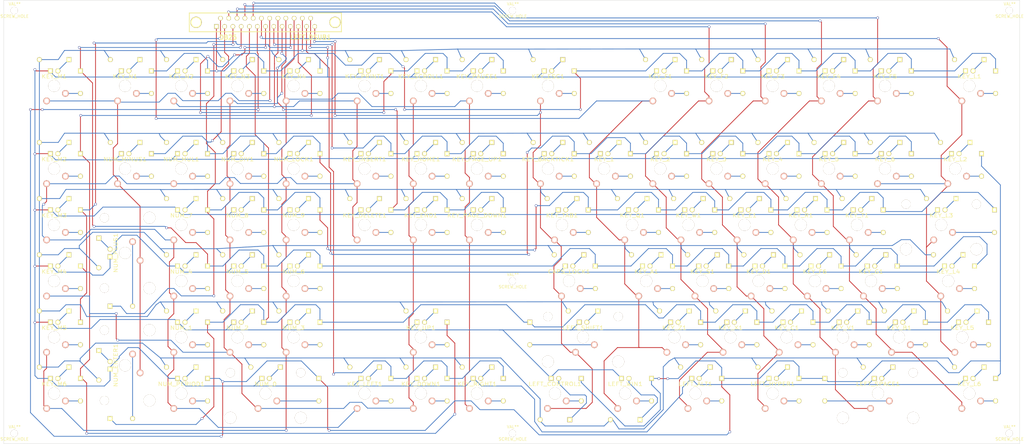
<source format=kicad_pcb>
(kicad_pcb (version 3) (host pcbnew "(2013-07-07 BZR 4022)-stable")
  (layers (15 F.Cu signal) (0 B.Cu signal) (18 B.Paste user) (19 F.Paste user) (20 B.SilkS user) (21 F.SilkS user) (22 B.Mask user) (23 F.Mask user) (28 Edge.Cuts user))
  (net 0 "")
  (net 1 N-000001)
  (net 2 N-0000010)
  (net 3 N-00000100)
  (net 4 N-00000101)
  (net 5 N-00000102)
  (net 6 N-00000103)
  (net 7 N-00000104)
  (net 8 N-00000105)
  (net 9 N-00000106)
  (net 10 N-00000107)
  (net 11 N-00000108)
  (net 12 N-00000109)
  (net 13 N-0000011)
  (net 14 N-00000110)
  (net 15 N-00000111)
  (net 16 N-00000112)
  (net 17 N-00000113)
  (net 18 N-00000114)
  (net 19 N-00000115)
  (net 20 N-00000116)
  (net 21 N-00000117)
  (net 22 N-00000118)
  (net 23 N-00000119)
  (net 24 N-0000012)
  (net 25 N-00000120)
  (net 26 N-00000121)
  (net 27 N-00000122)
  (net 28 N-00000123)
  (net 29 N-00000124)
  (net 30 N-00000125)
  (net 31 N-00000126)
  (net 32 N-00000127)
  (net 33 N-00000128)
  (net 34 N-00000129)
  (net 35 N-0000013)
  (net 36 N-00000130)
  (net 37 N-00000131)
  (net 38 N-00000132)
  (net 39 N-00000133)
  (net 40 N-00000134)
  (net 41 N-00000135)
  (net 42 N-00000136)
  (net 43 N-00000137)
  (net 44 N-00000138)
  (net 45 N-00000139)
  (net 46 N-0000014)
  (net 47 N-00000140)
  (net 48 N-00000141)
  (net 49 N-00000142)
  (net 50 N-00000143)
  (net 51 N-00000144)
  (net 52 N-00000145)
  (net 53 N-00000146)
  (net 54 N-00000147)
  (net 55 N-00000148)
  (net 56 N-00000149)
  (net 57 N-0000015)
  (net 58 N-00000150)
  (net 59 N-00000151)
  (net 60 N-00000152)
  (net 61 N-00000153)
  (net 62 N-00000154)
  (net 63 N-00000155)
  (net 64 N-00000156)
  (net 65 N-00000157)
  (net 66 N-00000158)
  (net 67 N-00000159)
  (net 68 N-0000016)
  (net 69 N-00000160)
  (net 70 N-00000161)
  (net 71 N-00000162)
  (net 72 N-00000163)
  (net 73 N-00000164)
  (net 74 N-00000165)
  (net 75 N-00000166)
  (net 76 N-00000167)
  (net 77 N-00000168)
  (net 78 N-00000169)
  (net 79 N-0000017)
  (net 80 N-00000170)
  (net 81 N-00000171)
  (net 82 N-00000172)
  (net 83 N-00000173)
  (net 84 N-00000174)
  (net 85 N-00000175)
  (net 86 N-00000176)
  (net 87 N-00000177)
  (net 88 N-00000178)
  (net 89 N-00000179)
  (net 90 N-0000018)
  (net 91 N-00000180)
  (net 92 N-00000181)
  (net 93 N-00000182)
  (net 94 N-00000183)
  (net 95 N-00000184)
  (net 96 N-00000185)
  (net 97 N-00000186)
  (net 98 N-00000187)
  (net 99 N-00000188)
  (net 100 N-00000189)
  (net 101 N-0000019)
  (net 102 N-000002)
  (net 103 N-0000020)
  (net 104 N-0000021)
  (net 105 N-0000022)
  (net 106 N-0000023)
  (net 107 N-0000024)
  (net 108 N-0000025)
  (net 109 N-0000026)
  (net 110 N-0000027)
  (net 111 N-0000028)
  (net 112 N-0000029)
  (net 113 N-000003)
  (net 114 N-0000030)
  (net 115 N-0000031)
  (net 116 N-0000032)
  (net 117 N-0000033)
  (net 118 N-0000034)
  (net 119 N-0000035)
  (net 120 N-0000036)
  (net 121 N-0000037)
  (net 122 N-0000038)
  (net 123 N-0000039)
  (net 124 N-000004)
  (net 125 N-0000040)
  (net 126 N-0000041)
  (net 127 N-0000042)
  (net 128 N-0000043)
  (net 129 N-0000044)
  (net 130 N-0000045)
  (net 131 N-0000046)
  (net 132 N-0000047)
  (net 133 N-0000048)
  (net 134 N-0000049)
  (net 135 N-000005)
  (net 136 N-0000050)
  (net 137 N-0000051)
  (net 138 N-0000052)
  (net 139 N-0000053)
  (net 140 N-0000054)
  (net 141 N-0000055)
  (net 142 N-0000056)
  (net 143 N-0000057)
  (net 144 N-0000058)
  (net 145 N-0000059)
  (net 146 N-000006)
  (net 147 N-0000060)
  (net 148 N-0000061)
  (net 149 N-0000062)
  (net 150 N-0000063)
  (net 151 N-0000064)
  (net 152 N-0000065)
  (net 153 N-0000066)
  (net 154 N-0000067)
  (net 155 N-0000068)
  (net 156 N-0000069)
  (net 157 N-000007)
  (net 158 N-0000070)
  (net 159 N-0000071)
  (net 160 N-0000072)
  (net 161 N-0000073)
  (net 162 N-0000074)
  (net 163 N-0000075)
  (net 164 N-0000076)
  (net 165 N-0000077)
  (net 166 N-0000078)
  (net 167 N-0000079)
  (net 168 N-000008)
  (net 169 N-0000080)
  (net 170 N-0000081)
  (net 171 N-0000082)
  (net 172 N-0000083)
  (net 173 N-0000084)
  (net 174 N-0000085)
  (net 175 N-0000086)
  (net 176 N-0000087)
  (net 177 N-0000088)
  (net 178 N-0000089)
  (net 179 N-000009)
  (net 180 N-0000090)
  (net 181 N-0000091)
  (net 182 N-0000092)
  (net 183 N-0000093)
  (net 184 N-0000094)
  (net 185 N-0000095)
  (net 186 N-0000096)
  (net 187 N-0000097)
  (net 188 N-0000098)
  (net 189 N-0000099)
  (module SW_DIODE (layer F.Cu) (at 260 57 180)
    (fp_text reference KEY_4 (at 0 3.175 180) (layer F.SilkS) (effects (font (size 1.27 1.524) (thickness 0.2032))))
    (fp_text value SW_DIODE hide)
    (pad 1 thru_hole circle (at 2.54 -5.08 180) (size 2.286 2.286) (drill 1.4986) (layers *.Cu *.SilkS *.Mask) (net 91 N-00000180))
    (pad 2 thru_hole circle (at -3.81 -2.54 180) (size 2.286 2.286) (drill 1.4986) (layers *.Cu *.SilkS *.Mask) (net 73 N-00000164))
    (pad HOLE thru_hole circle (at 0 0 180) (size 3.9878 3.9878) (drill 3.9878) (layers *.Cu *.Mask F.SilkS))
    (pad 3 thru_hole circle (at -8.89 -2.54 180) (size 1.651 1.651) (drill 0.9906) (layers *.Cu *.Mask F.SilkS) (net 73 N-00000164))
    (pad 4 thru_hole rect (at -8.89 5.08 180) (size 1.651 1.651) (drill 0.9906) (layers *.Cu *.Mask F.SilkS) (net 146 N-000006))
    (pad 7 thru_hole circle (at -1.27 5.08 180) (size 1.651 1.651) (drill 0.9906) (layers *.Cu *.Mask F.SilkS) (net 74 N-00000165))
    (pad 8 thru_hole rect (at 1.27 5.08 180) (size 1.651 1.651) (drill 0.9906) (layers *.Cu *.Mask F.SilkS) (net 124 N-000004))
    (pad 6 thru_hole rect (at -5 8.89 180) (size 1.651 1.651) (drill 0.9906) (layers *.Cu *.Mask F.SilkS) (net 74 N-00000165))
    (pad 5 thru_hole circle (at 5 8.89 180) (size 1.651 1.651) (drill 0.9906) (layers *.Cu *.Mask F.SilkS) (net 149 N-0000062))
  )
  (module SW_DIODE (layer F.Cu) (at 288.5 76 180)
    (fp_text reference KEY_T1 (at 0 3.175 180) (layer F.SilkS) (effects (font (size 1.27 1.524) (thickness 0.2032))))
    (fp_text value SW_DIODE hide)
    (pad 1 thru_hole circle (at 2.54 -5.08 180) (size 2.286 2.286) (drill 1.4986) (layers *.Cu *.SilkS *.Mask) (net 84 N-00000174))
    (pad 2 thru_hole circle (at -3.81 -2.54 180) (size 2.286 2.286) (drill 1.4986) (layers *.Cu *.SilkS *.Mask) (net 69 N-00000160))
    (pad HOLE thru_hole circle (at 0 0 180) (size 3.9878 3.9878) (drill 3.9878) (layers *.Cu *.Mask F.SilkS))
    (pad 3 thru_hole circle (at -8.89 -2.54 180) (size 1.651 1.651) (drill 0.9906) (layers *.Cu *.Mask F.SilkS) (net 69 N-00000160))
    (pad 4 thru_hole rect (at -8.89 5.08 180) (size 1.651 1.651) (drill 0.9906) (layers *.Cu *.Mask F.SilkS) (net 157 N-000007))
    (pad 7 thru_hole circle (at -1.27 5.08 180) (size 1.651 1.651) (drill 0.9906) (layers *.Cu *.Mask F.SilkS) (net 4 N-00000101))
    (pad 8 thru_hole rect (at 1.27 5.08 180) (size 1.651 1.651) (drill 0.9906) (layers *.Cu *.Mask F.SilkS) (net 124 N-000004))
    (pad 6 thru_hole rect (at -5 8.89 180) (size 1.651 1.651) (drill 0.9906) (layers *.Cu *.Mask F.SilkS) (net 4 N-00000101))
    (pad 5 thru_hole circle (at 5 8.89 180) (size 1.651 1.651) (drill 0.9906) (layers *.Cu *.Mask F.SilkS) (net 149 N-0000062))
  )
  (module SW_DIODE (layer F.Cu) (at 269.5 76 180)
    (fp_text reference KEY_R1 (at 0 3.175 180) (layer F.SilkS) (effects (font (size 1.27 1.524) (thickness 0.2032))))
    (fp_text value SW_DIODE hide)
    (pad 1 thru_hole circle (at 2.54 -5.08 180) (size 2.286 2.286) (drill 1.4986) (layers *.Cu *.SilkS *.Mask) (net 91 N-00000180))
    (pad 2 thru_hole circle (at -3.81 -2.54 180) (size 2.286 2.286) (drill 1.4986) (layers *.Cu *.SilkS *.Mask) (net 66 N-00000158))
    (pad HOLE thru_hole circle (at 0 0 180) (size 3.9878 3.9878) (drill 3.9878) (layers *.Cu *.Mask F.SilkS))
    (pad 3 thru_hole circle (at -8.89 -2.54 180) (size 1.651 1.651) (drill 0.9906) (layers *.Cu *.Mask F.SilkS) (net 66 N-00000158))
    (pad 4 thru_hole rect (at -8.89 5.08 180) (size 1.651 1.651) (drill 0.9906) (layers *.Cu *.Mask F.SilkS) (net 157 N-000007))
    (pad 7 thru_hole circle (at -1.27 5.08 180) (size 1.651 1.651) (drill 0.9906) (layers *.Cu *.Mask F.SilkS) (net 67 N-00000159))
    (pad 8 thru_hole rect (at 1.27 5.08 180) (size 1.651 1.651) (drill 0.9906) (layers *.Cu *.Mask F.SilkS) (net 124 N-000004))
    (pad 6 thru_hole rect (at -5 8.89 180) (size 1.651 1.651) (drill 0.9906) (layers *.Cu *.Mask F.SilkS) (net 67 N-00000159))
    (pad 5 thru_hole circle (at 5 8.89 180) (size 1.651 1.651) (drill 0.9906) (layers *.Cu *.Mask F.SilkS) (net 149 N-0000062))
  )
  (module SW_DIODE (layer F.Cu) (at 250.5 76 180)
    (fp_text reference KEY_E1 (at 0 3.175 180) (layer F.SilkS) (effects (font (size 1.27 1.524) (thickness 0.2032))))
    (fp_text value SW_DIODE hide)
    (pad 1 thru_hole circle (at 2.54 -5.08 180) (size 2.286 2.286) (drill 1.4986) (layers *.Cu *.SilkS *.Mask) (net 85 N-00000175))
    (pad 2 thru_hole circle (at -3.81 -2.54 180) (size 2.286 2.286) (drill 1.4986) (layers *.Cu *.SilkS *.Mask) (net 64 N-00000156))
    (pad HOLE thru_hole circle (at 0 0 180) (size 3.9878 3.9878) (drill 3.9878) (layers *.Cu *.Mask F.SilkS))
    (pad 3 thru_hole circle (at -8.89 -2.54 180) (size 1.651 1.651) (drill 0.9906) (layers *.Cu *.Mask F.SilkS) (net 64 N-00000156))
    (pad 4 thru_hole rect (at -8.89 5.08 180) (size 1.651 1.651) (drill 0.9906) (layers *.Cu *.Mask F.SilkS) (net 157 N-000007))
    (pad 7 thru_hole circle (at -1.27 5.08 180) (size 1.651 1.651) (drill 0.9906) (layers *.Cu *.Mask F.SilkS) (net 65 N-00000157))
    (pad 8 thru_hole rect (at 1.27 5.08 180) (size 1.651 1.651) (drill 0.9906) (layers *.Cu *.Mask F.SilkS) (net 124 N-000004))
    (pad 6 thru_hole rect (at -5 8.89 180) (size 1.651 1.651) (drill 0.9906) (layers *.Cu *.Mask F.SilkS) (net 65 N-00000157))
    (pad 5 thru_hole circle (at 5 8.89 180) (size 1.651 1.651) (drill 0.9906) (layers *.Cu *.Mask F.SilkS) (net 149 N-0000062))
  )
  (module SW_DIODE (layer F.Cu) (at 231.5 76 180)
    (fp_text reference KEY_W1 (at 0 3.175 180) (layer F.SilkS) (effects (font (size 1.27 1.524) (thickness 0.2032))))
    (fp_text value SW_DIODE hide)
    (pad 1 thru_hole circle (at 2.54 -5.08 180) (size 2.286 2.286) (drill 1.4986) (layers *.Cu *.SilkS *.Mask) (net 92 N-00000181))
    (pad 2 thru_hole circle (at -3.81 -2.54 180) (size 2.286 2.286) (drill 1.4986) (layers *.Cu *.SilkS *.Mask) (net 62 N-00000154))
    (pad HOLE thru_hole circle (at 0 0 180) (size 3.9878 3.9878) (drill 3.9878) (layers *.Cu *.Mask F.SilkS))
    (pad 3 thru_hole circle (at -8.89 -2.54 180) (size 1.651 1.651) (drill 0.9906) (layers *.Cu *.Mask F.SilkS) (net 62 N-00000154))
    (pad 4 thru_hole rect (at -8.89 5.08 180) (size 1.651 1.651) (drill 0.9906) (layers *.Cu *.Mask F.SilkS) (net 157 N-000007))
    (pad 7 thru_hole circle (at -1.27 5.08 180) (size 1.651 1.651) (drill 0.9906) (layers *.Cu *.Mask F.SilkS) (net 63 N-00000155))
    (pad 8 thru_hole rect (at 1.27 5.08 180) (size 1.651 1.651) (drill 0.9906) (layers *.Cu *.Mask F.SilkS) (net 124 N-000004))
    (pad 6 thru_hole rect (at -5 8.89 180) (size 1.651 1.651) (drill 0.9906) (layers *.Cu *.Mask F.SilkS) (net 63 N-00000155))
    (pad 5 thru_hole circle (at 5 8.89 180) (size 1.651 1.651) (drill 0.9906) (layers *.Cu *.Mask F.SilkS) (net 149 N-0000062))
  )
  (module SW_DIODE (layer F.Cu) (at 212.5 76 180)
    (fp_text reference KEY_Q1 (at 0 3.175 180) (layer F.SilkS) (effects (font (size 1.27 1.524) (thickness 0.2032))))
    (fp_text value SW_DIODE hide)
    (pad 1 thru_hole circle (at 2.54 -5.08 180) (size 2.286 2.286) (drill 1.4986) (layers *.Cu *.SilkS *.Mask) (net 82 N-00000172))
    (pad 2 thru_hole circle (at -3.81 -2.54 180) (size 2.286 2.286) (drill 1.4986) (layers *.Cu *.SilkS *.Mask) (net 60 N-00000152))
    (pad HOLE thru_hole circle (at 0 0 180) (size 3.9878 3.9878) (drill 3.9878) (layers *.Cu *.Mask F.SilkS))
    (pad 3 thru_hole circle (at -8.89 -2.54 180) (size 1.651 1.651) (drill 0.9906) (layers *.Cu *.Mask F.SilkS) (net 60 N-00000152))
    (pad 4 thru_hole rect (at -8.89 5.08 180) (size 1.651 1.651) (drill 0.9906) (layers *.Cu *.Mask F.SilkS) (net 157 N-000007))
    (pad 7 thru_hole circle (at -1.27 5.08 180) (size 1.651 1.651) (drill 0.9906) (layers *.Cu *.Mask F.SilkS) (net 61 N-00000153))
    (pad 8 thru_hole rect (at 1.27 5.08 180) (size 1.651 1.651) (drill 0.9906) (layers *.Cu *.Mask F.SilkS) (net 124 N-000004))
    (pad 6 thru_hole rect (at -5 8.89 180) (size 1.651 1.651) (drill 0.9906) (layers *.Cu *.Mask F.SilkS) (net 61 N-00000153))
    (pad 5 thru_hole circle (at 5 8.89 180) (size 1.651 1.651) (drill 0.9906) (layers *.Cu *.Mask F.SilkS) (net 149 N-0000062))
  )
  (module SW_DIODE (layer F.Cu) (at 188.75 76 180)
    (fp_text reference KEY_TAB1 (at 0 3.175 180) (layer F.SilkS) (effects (font (size 1.27 1.524) (thickness 0.2032))))
    (fp_text value SW_DIODE hide)
    (pad 1 thru_hole circle (at 2.54 -5.08 180) (size 2.286 2.286) (drill 1.4986) (layers *.Cu *.SilkS *.Mask) (net 81 N-00000171))
    (pad 2 thru_hole circle (at -3.81 -2.54 180) (size 2.286 2.286) (drill 1.4986) (layers *.Cu *.SilkS *.Mask) (net 80 N-00000170))
    (pad HOLE thru_hole circle (at 0 0 180) (size 3.9878 3.9878) (drill 3.9878) (layers *.Cu *.Mask F.SilkS))
    (pad 3 thru_hole circle (at -8.89 -2.54 180) (size 1.651 1.651) (drill 0.9906) (layers *.Cu *.Mask F.SilkS) (net 80 N-00000170))
    (pad 4 thru_hole rect (at -8.89 5.08 180) (size 1.651 1.651) (drill 0.9906) (layers *.Cu *.Mask F.SilkS) (net 157 N-000007))
    (pad 7 thru_hole circle (at -1.27 5.08 180) (size 1.651 1.651) (drill 0.9906) (layers *.Cu *.Mask F.SilkS) (net 59 N-00000151))
    (pad 8 thru_hole rect (at 1.27 5.08 180) (size 1.651 1.651) (drill 0.9906) (layers *.Cu *.Mask F.SilkS) (net 124 N-000004))
    (pad 6 thru_hole rect (at -5 8.89 180) (size 1.651 1.651) (drill 0.9906) (layers *.Cu *.Mask F.SilkS) (net 59 N-00000151))
    (pad 5 thru_hole circle (at 5 8.89 180) (size 1.651 1.651) (drill 0.9906) (layers *.Cu *.Mask F.SilkS) (net 149 N-0000062))
  )
  (module SW_DIODE (layer F.Cu) (at 321.75 57 180)
    (fp_text reference KEY_L2 (at 0 3.175 180) (layer F.SilkS) (effects (font (size 1.27 1.524) (thickness 0.2032))))
    (fp_text value SW_DIODE hide)
    (pad 1 thru_hole circle (at 2.54 -5.08 180) (size 2.286 2.286) (drill 1.4986) (layers *.Cu *.SilkS *.Mask) (net 87 N-00000177))
    (pad 2 thru_hole circle (at -3.81 -2.54 180) (size 2.286 2.286) (drill 1.4986) (layers *.Cu *.SilkS *.Mask) (net 41 N-00000135))
    (pad HOLE thru_hole circle (at 0 0 180) (size 3.9878 3.9878) (drill 3.9878) (layers *.Cu *.Mask F.SilkS))
    (pad 3 thru_hole circle (at -8.89 -2.54 180) (size 1.651 1.651) (drill 0.9906) (layers *.Cu *.Mask F.SilkS) (net 41 N-00000135))
    (pad 4 thru_hole rect (at -8.89 5.08 180) (size 1.651 1.651) (drill 0.9906) (layers *.Cu *.Mask F.SilkS) (net 98 N-00000187))
    (pad 7 thru_hole circle (at -1.27 5.08 180) (size 1.651 1.651) (drill 0.9906) (layers *.Cu *.Mask F.SilkS) (net 42 N-00000136))
    (pad 8 thru_hole rect (at 1.27 5.08 180) (size 1.651 1.651) (drill 0.9906) (layers *.Cu *.Mask F.SilkS) (net 124 N-000004))
    (pad 6 thru_hole rect (at -5 8.89 180) (size 1.651 1.651) (drill 0.9906) (layers *.Cu *.Mask F.SilkS) (net 42 N-00000136))
    (pad 5 thru_hole circle (at 5 8.89 180) (size 1.651 1.651) (drill 0.9906) (layers *.Cu *.Mask F.SilkS) (net 149 N-0000062))
  )
  (module SW_DIODE (layer F.Cu) (at 298 57 180)
    (fp_text reference KEY_6 (at 0 3.175 180) (layer F.SilkS) (effects (font (size 1.27 1.524) (thickness 0.2032))))
    (fp_text value SW_DIODE hide)
    (pad 1 thru_hole circle (at 2.54 -5.08 180) (size 2.286 2.286) (drill 1.4986) (layers *.Cu *.SilkS *.Mask) (net 87 N-00000177))
    (pad 2 thru_hole circle (at -3.81 -2.54 180) (size 2.286 2.286) (drill 1.4986) (layers *.Cu *.SilkS *.Mask) (net 77 N-00000168))
    (pad HOLE thru_hole circle (at 0 0 180) (size 3.9878 3.9878) (drill 3.9878) (layers *.Cu *.Mask F.SilkS))
    (pad 3 thru_hole circle (at -8.89 -2.54 180) (size 1.651 1.651) (drill 0.9906) (layers *.Cu *.Mask F.SilkS) (net 77 N-00000168))
    (pad 4 thru_hole rect (at -8.89 5.08 180) (size 1.651 1.651) (drill 0.9906) (layers *.Cu *.Mask F.SilkS) (net 146 N-000006))
    (pad 7 thru_hole circle (at -1.27 5.08 180) (size 1.651 1.651) (drill 0.9906) (layers *.Cu *.Mask F.SilkS) (net 78 N-00000169))
    (pad 8 thru_hole rect (at 1.27 5.08 180) (size 1.651 1.651) (drill 0.9906) (layers *.Cu *.Mask F.SilkS) (net 124 N-000004))
    (pad 6 thru_hole rect (at -5 8.89 180) (size 1.651 1.651) (drill 0.9906) (layers *.Cu *.Mask F.SilkS) (net 78 N-00000169))
    (pad 5 thru_hole circle (at 5 8.89 180) (size 1.651 1.651) (drill 0.9906) (layers *.Cu *.Mask F.SilkS) (net 149 N-0000062))
  )
  (module SW_DIODE (layer F.Cu) (at 279 57 180)
    (fp_text reference KEY_5 (at 0 3.175 180) (layer F.SilkS) (effects (font (size 1.27 1.524) (thickness 0.2032))))
    (fp_text value SW_DIODE hide)
    (pad 1 thru_hole circle (at 2.54 -5.08 180) (size 2.286 2.286) (drill 1.4986) (layers *.Cu *.SilkS *.Mask) (net 84 N-00000174))
    (pad 2 thru_hole circle (at -3.81 -2.54 180) (size 2.286 2.286) (drill 1.4986) (layers *.Cu *.SilkS *.Mask) (net 75 N-00000166))
    (pad HOLE thru_hole circle (at 0 0 180) (size 3.9878 3.9878) (drill 3.9878) (layers *.Cu *.Mask F.SilkS))
    (pad 3 thru_hole circle (at -8.89 -2.54 180) (size 1.651 1.651) (drill 0.9906) (layers *.Cu *.Mask F.SilkS) (net 75 N-00000166))
    (pad 4 thru_hole rect (at -8.89 5.08 180) (size 1.651 1.651) (drill 0.9906) (layers *.Cu *.Mask F.SilkS) (net 146 N-000006))
    (pad 7 thru_hole circle (at -1.27 5.08 180) (size 1.651 1.651) (drill 0.9906) (layers *.Cu *.Mask F.SilkS) (net 76 N-00000167))
    (pad 8 thru_hole rect (at 1.27 5.08 180) (size 1.651 1.651) (drill 0.9906) (layers *.Cu *.Mask F.SilkS) (net 124 N-000004))
    (pad 6 thru_hole rect (at -5 8.89 180) (size 1.651 1.651) (drill 0.9906) (layers *.Cu *.Mask F.SilkS) (net 76 N-00000167))
    (pad 5 thru_hole circle (at 5 8.89 180) (size 1.651 1.651) (drill 0.9906) (layers *.Cu *.Mask F.SilkS) (net 149 N-0000062))
  )
  (module SW_DIODE (layer F.Cu) (at 191.125 95 180)
    (fp_text reference CAPS_LOCK1 (at 0 3.175 180) (layer F.SilkS) (effects (font (size 1.27 1.524) (thickness 0.2032))))
    (fp_text value SW_DIODE hide)
    (pad 1 thru_hole circle (at 2.54 -5.08 180) (size 2.286 2.286) (drill 1.4986) (layers *.Cu *.SilkS *.Mask) (net 81 N-00000171))
    (pad 2 thru_hole circle (at -3.81 -2.54 180) (size 2.286 2.286) (drill 1.4986) (layers *.Cu *.SilkS *.Mask) (net 7 N-00000104))
    (pad HOLE thru_hole circle (at 0 0 180) (size 3.9878 3.9878) (drill 3.9878) (layers *.Cu *.Mask F.SilkS))
    (pad 3 thru_hole circle (at -8.89 -2.54 180) (size 1.651 1.651) (drill 0.9906) (layers *.Cu *.Mask F.SilkS) (net 7 N-00000104))
    (pad 4 thru_hole rect (at -8.89 5.08 180) (size 1.651 1.651) (drill 0.9906) (layers *.Cu *.Mask F.SilkS) (net 168 N-000008))
    (pad 7 thru_hole circle (at -1.27 5.08 180) (size 1.651 1.651) (drill 0.9906) (layers *.Cu *.Mask F.SilkS) (net 8 N-00000105))
    (pad 8 thru_hole rect (at 1.27 5.08 180) (size 1.651 1.651) (drill 0.9906) (layers *.Cu *.Mask F.SilkS) (net 124 N-000004))
    (pad 6 thru_hole rect (at -5 8.89 180) (size 1.651 1.651) (drill 0.9906) (layers *.Cu *.Mask F.SilkS) (net 8 N-00000105))
    (pad 5 thru_hole circle (at 5 8.89 180) (size 1.651 1.651) (drill 0.9906) (layers *.Cu *.Mask F.SilkS) (net 149 N-0000062))
  )
  (module SW_DIODE (layer F.Cu) (at 241 57 180)
    (fp_text reference KEY_3 (at 0 3.175 180) (layer F.SilkS) (effects (font (size 1.27 1.524) (thickness 0.2032))))
    (fp_text value SW_DIODE hide)
    (pad 1 thru_hole circle (at 2.54 -5.08 180) (size 2.286 2.286) (drill 1.4986) (layers *.Cu *.SilkS *.Mask) (net 85 N-00000175))
    (pad 2 thru_hole circle (at -3.81 -2.54 180) (size 2.286 2.286) (drill 1.4986) (layers *.Cu *.SilkS *.Mask) (net 71 N-00000162))
    (pad HOLE thru_hole circle (at 0 0 180) (size 3.9878 3.9878) (drill 3.9878) (layers *.Cu *.Mask F.SilkS))
    (pad 3 thru_hole circle (at -8.89 -2.54 180) (size 1.651 1.651) (drill 0.9906) (layers *.Cu *.Mask F.SilkS) (net 71 N-00000162))
    (pad 4 thru_hole rect (at -8.89 5.08 180) (size 1.651 1.651) (drill 0.9906) (layers *.Cu *.Mask F.SilkS) (net 146 N-000006))
    (pad 7 thru_hole circle (at -1.27 5.08 180) (size 1.651 1.651) (drill 0.9906) (layers *.Cu *.Mask F.SilkS) (net 72 N-00000163))
    (pad 8 thru_hole rect (at 1.27 5.08 180) (size 1.651 1.651) (drill 0.9906) (layers *.Cu *.Mask F.SilkS) (net 124 N-000004))
    (pad 6 thru_hole rect (at -5 8.89 180) (size 1.651 1.651) (drill 0.9906) (layers *.Cu *.Mask F.SilkS) (net 72 N-00000163))
    (pad 5 thru_hole circle (at 5 8.89 180) (size 1.651 1.651) (drill 0.9906) (layers *.Cu *.Mask F.SilkS) (net 149 N-0000062))
  )
  (module SW_DIODE (layer F.Cu) (at 222 57 180)
    (fp_text reference KEY_2 (at 0 3.175 180) (layer F.SilkS) (effects (font (size 1.27 1.524) (thickness 0.2032))))
    (fp_text value SW_DIODE hide)
    (pad 1 thru_hole circle (at 2.54 -5.08 180) (size 2.286 2.286) (drill 1.4986) (layers *.Cu *.SilkS *.Mask) (net 92 N-00000181))
    (pad 2 thru_hole circle (at -3.81 -2.54 180) (size 2.286 2.286) (drill 1.4986) (layers *.Cu *.SilkS *.Mask) (net 48 N-00000141))
    (pad HOLE thru_hole circle (at 0 0 180) (size 3.9878 3.9878) (drill 3.9878) (layers *.Cu *.Mask F.SilkS))
    (pad 3 thru_hole circle (at -8.89 -2.54 180) (size 1.651 1.651) (drill 0.9906) (layers *.Cu *.Mask F.SilkS) (net 48 N-00000141))
    (pad 4 thru_hole rect (at -8.89 5.08 180) (size 1.651 1.651) (drill 0.9906) (layers *.Cu *.Mask F.SilkS) (net 146 N-000006))
    (pad 7 thru_hole circle (at -1.27 5.08 180) (size 1.651 1.651) (drill 0.9906) (layers *.Cu *.Mask F.SilkS) (net 70 N-00000161))
    (pad 8 thru_hole rect (at 1.27 5.08 180) (size 1.651 1.651) (drill 0.9906) (layers *.Cu *.Mask F.SilkS) (net 124 N-000004))
    (pad 6 thru_hole rect (at -5 8.89 180) (size 1.651 1.651) (drill 0.9906) (layers *.Cu *.Mask F.SilkS) (net 70 N-00000161))
    (pad 5 thru_hole circle (at 5 8.89 180) (size 1.651 1.651) (drill 0.9906) (layers *.Cu *.Mask F.SilkS) (net 149 N-0000062))
  )
  (module SW_DIODE (layer F.Cu) (at 203 57 180)
    (fp_text reference KEY_1 (at 0 3.175 180) (layer F.SilkS) (effects (font (size 1.27 1.524) (thickness 0.2032))))
    (fp_text value SW_DIODE hide)
    (pad 1 thru_hole circle (at 2.54 -5.08 180) (size 2.286 2.286) (drill 1.4986) (layers *.Cu *.SilkS *.Mask) (net 82 N-00000172))
    (pad 2 thru_hole circle (at -3.81 -2.54 180) (size 2.286 2.286) (drill 1.4986) (layers *.Cu *.SilkS *.Mask) (net 45 N-00000139))
    (pad HOLE thru_hole circle (at 0 0 180) (size 3.9878 3.9878) (drill 3.9878) (layers *.Cu *.Mask F.SilkS))
    (pad 3 thru_hole circle (at -8.89 -2.54 180) (size 1.651 1.651) (drill 0.9906) (layers *.Cu *.Mask F.SilkS) (net 45 N-00000139))
    (pad 4 thru_hole rect (at -8.89 5.08 180) (size 1.651 1.651) (drill 0.9906) (layers *.Cu *.Mask F.SilkS) (net 146 N-000006))
    (pad 7 thru_hole circle (at -1.27 5.08 180) (size 1.651 1.651) (drill 0.9906) (layers *.Cu *.Mask F.SilkS) (net 47 N-00000140))
    (pad 8 thru_hole rect (at 1.27 5.08 180) (size 1.651 1.651) (drill 0.9906) (layers *.Cu *.Mask F.SilkS) (net 124 N-000004))
    (pad 6 thru_hole rect (at -5 8.89 180) (size 1.651 1.651) (drill 0.9906) (layers *.Cu *.Mask F.SilkS) (net 47 N-00000140))
    (pad 5 thru_hole circle (at 5 8.89 180) (size 1.651 1.651) (drill 0.9906) (layers *.Cu *.Mask F.SilkS) (net 149 N-0000062))
  )
  (module SW_DIODE (layer F.Cu) (at 184 57 180)
    (fp_text reference KEY_BACKTICK1 (at 0 3.175 180) (layer F.SilkS) (effects (font (size 1.27 1.524) (thickness 0.2032))))
    (fp_text value SW_DIODE hide)
    (pad 1 thru_hole circle (at 2.54 -5.08 180) (size 2.286 2.286) (drill 1.4986) (layers *.Cu *.SilkS *.Mask) (net 81 N-00000171))
    (pad 2 thru_hole circle (at -3.81 -2.54 180) (size 2.286 2.286) (drill 1.4986) (layers *.Cu *.SilkS *.Mask) (net 43 N-00000137))
    (pad HOLE thru_hole circle (at 0 0 180) (size 3.9878 3.9878) (drill 3.9878) (layers *.Cu *.Mask F.SilkS))
    (pad 3 thru_hole circle (at -8.89 -2.54 180) (size 1.651 1.651) (drill 0.9906) (layers *.Cu *.Mask F.SilkS) (net 43 N-00000137))
    (pad 4 thru_hole rect (at -8.89 5.08 180) (size 1.651 1.651) (drill 0.9906) (layers *.Cu *.Mask F.SilkS) (net 146 N-000006))
    (pad 7 thru_hole circle (at -1.27 5.08 180) (size 1.651 1.651) (drill 0.9906) (layers *.Cu *.Mask F.SilkS) (net 44 N-00000138))
    (pad 8 thru_hole rect (at 1.27 5.08 180) (size 1.651 1.651) (drill 0.9906) (layers *.Cu *.Mask F.SilkS) (net 124 N-000004))
    (pad 6 thru_hole rect (at -5 8.89 180) (size 1.651 1.651) (drill 0.9906) (layers *.Cu *.Mask F.SilkS) (net 44 N-00000138))
    (pad 5 thru_hole circle (at 5 8.89 180) (size 1.651 1.651) (drill 0.9906) (layers *.Cu *.Mask F.SilkS) (net 149 N-0000062))
  )
  (module SW_DIODE (layer F.Cu) (at 326.5 29 180)
    (fp_text reference KEY_L1 (at 0 3.175 180) (layer F.SilkS) (effects (font (size 1.27 1.524) (thickness 0.2032))))
    (fp_text value SW_DIODE hide)
    (pad 1 thru_hole circle (at 2.54 -5.08 180) (size 2.286 2.286) (drill 1.4986) (layers *.Cu *.SilkS *.Mask) (net 87 N-00000177))
    (pad 2 thru_hole circle (at -3.81 -2.54 180) (size 2.286 2.286) (drill 1.4986) (layers *.Cu *.SilkS *.Mask) (net 39 N-00000133))
    (pad HOLE thru_hole circle (at 0 0 180) (size 3.9878 3.9878) (drill 3.9878) (layers *.Cu *.Mask F.SilkS))
    (pad 3 thru_hole circle (at -8.89 -2.54 180) (size 1.651 1.651) (drill 0.9906) (layers *.Cu *.Mask F.SilkS) (net 39 N-00000133))
    (pad 4 thru_hole rect (at -8.89 5.08 180) (size 1.651 1.651) (drill 0.9906) (layers *.Cu *.Mask F.SilkS) (net 135 N-000005))
    (pad 7 thru_hole circle (at -1.27 5.08 180) (size 1.651 1.651) (drill 0.9906) (layers *.Cu *.Mask F.SilkS) (net 40 N-00000134))
    (pad 8 thru_hole rect (at 1.27 5.08 180) (size 1.651 1.651) (drill 0.9906) (layers *.Cu *.Mask F.SilkS) (net 124 N-000004))
    (pad 6 thru_hole rect (at -5 8.89 180) (size 1.651 1.651) (drill 0.9906) (layers *.Cu *.Mask F.SilkS) (net 40 N-00000134))
    (pad 5 thru_hole circle (at 5 8.89 180) (size 1.651 1.651) (drill 0.9906) (layers *.Cu *.Mask F.SilkS) (net 149 N-0000062))
  )
  (module SW_DIODE (layer F.Cu) (at 298 29 180)
    (fp_text reference KEY_F5 (at 0 3.175 180) (layer F.SilkS) (effects (font (size 1.27 1.524) (thickness 0.2032))))
    (fp_text value SW_DIODE hide)
    (pad 1 thru_hole circle (at 2.54 -5.08 180) (size 2.286 2.286) (drill 1.4986) (layers *.Cu *.SilkS *.Mask) (net 84 N-00000174))
    (pad 2 thru_hole circle (at -3.81 -2.54 180) (size 2.286 2.286) (drill 1.4986) (layers *.Cu *.SilkS *.Mask) (net 37 N-00000131))
    (pad HOLE thru_hole circle (at 0 0 180) (size 3.9878 3.9878) (drill 3.9878) (layers *.Cu *.Mask F.SilkS))
    (pad 3 thru_hole circle (at -8.89 -2.54 180) (size 1.651 1.651) (drill 0.9906) (layers *.Cu *.Mask F.SilkS) (net 37 N-00000131))
    (pad 4 thru_hole rect (at -8.89 5.08 180) (size 1.651 1.651) (drill 0.9906) (layers *.Cu *.Mask F.SilkS) (net 135 N-000005))
    (pad 7 thru_hole circle (at -1.27 5.08 180) (size 1.651 1.651) (drill 0.9906) (layers *.Cu *.Mask F.SilkS) (net 38 N-00000132))
    (pad 8 thru_hole rect (at 1.27 5.08 180) (size 1.651 1.651) (drill 0.9906) (layers *.Cu *.Mask F.SilkS) (net 124 N-000004))
    (pad 6 thru_hole rect (at -5 8.89 180) (size 1.651 1.651) (drill 0.9906) (layers *.Cu *.Mask F.SilkS) (net 38 N-00000132))
    (pad 5 thru_hole circle (at 5 8.89 180) (size 1.651 1.651) (drill 0.9906) (layers *.Cu *.Mask F.SilkS) (net 149 N-0000062))
  )
  (module SW_DIODE (layer F.Cu) (at 279 29 180)
    (fp_text reference KEY_F4 (at 0 3.175 180) (layer F.SilkS) (effects (font (size 1.27 1.524) (thickness 0.2032))))
    (fp_text value SW_DIODE hide)
    (pad 1 thru_hole circle (at 2.54 -5.08 180) (size 2.286 2.286) (drill 1.4986) (layers *.Cu *.SilkS *.Mask) (net 91 N-00000180))
    (pad 2 thru_hole circle (at -3.81 -2.54 180) (size 2.286 2.286) (drill 1.4986) (layers *.Cu *.SilkS *.Mask) (net 56 N-00000149))
    (pad HOLE thru_hole circle (at 0 0 180) (size 3.9878 3.9878) (drill 3.9878) (layers *.Cu *.Mask F.SilkS))
    (pad 3 thru_hole circle (at -8.89 -2.54 180) (size 1.651 1.651) (drill 0.9906) (layers *.Cu *.Mask F.SilkS) (net 56 N-00000149))
    (pad 4 thru_hole rect (at -8.89 5.08 180) (size 1.651 1.651) (drill 0.9906) (layers *.Cu *.Mask F.SilkS) (net 135 N-000005))
    (pad 7 thru_hole circle (at -1.27 5.08 180) (size 1.651 1.651) (drill 0.9906) (layers *.Cu *.Mask F.SilkS) (net 58 N-00000150))
    (pad 8 thru_hole rect (at 1.27 5.08 180) (size 1.651 1.651) (drill 0.9906) (layers *.Cu *.Mask F.SilkS) (net 124 N-000004))
    (pad 6 thru_hole rect (at -5 8.89 180) (size 1.651 1.651) (drill 0.9906) (layers *.Cu *.Mask F.SilkS) (net 58 N-00000150))
    (pad 5 thru_hole circle (at 5 8.89 180) (size 1.651 1.651) (drill 0.9906) (layers *.Cu *.Mask F.SilkS) (net 149 N-0000062))
  )
  (module SW_DIODE (layer F.Cu) (at 260 29 180)
    (fp_text reference KEY_F3 (at 0 3.175 180) (layer F.SilkS) (effects (font (size 1.27 1.524) (thickness 0.2032))))
    (fp_text value SW_DIODE hide)
    (pad 1 thru_hole circle (at 2.54 -5.08 180) (size 2.286 2.286) (drill 1.4986) (layers *.Cu *.SilkS *.Mask) (net 85 N-00000175))
    (pad 2 thru_hole circle (at -3.81 -2.54 180) (size 2.286 2.286) (drill 1.4986) (layers *.Cu *.SilkS *.Mask) (net 54 N-00000147))
    (pad HOLE thru_hole circle (at 0 0 180) (size 3.9878 3.9878) (drill 3.9878) (layers *.Cu *.Mask F.SilkS))
    (pad 3 thru_hole circle (at -8.89 -2.54 180) (size 1.651 1.651) (drill 0.9906) (layers *.Cu *.Mask F.SilkS) (net 54 N-00000147))
    (pad 4 thru_hole rect (at -8.89 5.08 180) (size 1.651 1.651) (drill 0.9906) (layers *.Cu *.Mask F.SilkS) (net 135 N-000005))
    (pad 7 thru_hole circle (at -1.27 5.08 180) (size 1.651 1.651) (drill 0.9906) (layers *.Cu *.Mask F.SilkS) (net 55 N-00000148))
    (pad 8 thru_hole rect (at 1.27 5.08 180) (size 1.651 1.651) (drill 0.9906) (layers *.Cu *.Mask F.SilkS) (net 124 N-000004))
    (pad 6 thru_hole rect (at -5 8.89 180) (size 1.651 1.651) (drill 0.9906) (layers *.Cu *.Mask F.SilkS) (net 55 N-00000148))
    (pad 5 thru_hole circle (at 5 8.89 180) (size 1.651 1.651) (drill 0.9906) (layers *.Cu *.Mask F.SilkS) (net 149 N-0000062))
  )
  (module SW_DIODE (layer F.Cu) (at 241 29 180)
    (fp_text reference KEY_F2 (at 0 3.175 180) (layer F.SilkS) (effects (font (size 1.27 1.524) (thickness 0.2032))))
    (fp_text value SW_DIODE hide)
    (pad 1 thru_hole circle (at 2.54 -5.08 180) (size 2.286 2.286) (drill 1.4986) (layers *.Cu *.SilkS *.Mask) (net 92 N-00000181))
    (pad 2 thru_hole circle (at -3.81 -2.54 180) (size 2.286 2.286) (drill 1.4986) (layers *.Cu *.SilkS *.Mask) (net 53 N-00000146))
    (pad HOLE thru_hole circle (at 0 0 180) (size 3.9878 3.9878) (drill 3.9878) (layers *.Cu *.Mask F.SilkS))
    (pad 3 thru_hole circle (at -8.89 -2.54 180) (size 1.651 1.651) (drill 0.9906) (layers *.Cu *.Mask F.SilkS) (net 53 N-00000146))
    (pad 4 thru_hole rect (at -8.89 5.08 180) (size 1.651 1.651) (drill 0.9906) (layers *.Cu *.Mask F.SilkS) (net 135 N-000005))
    (pad 7 thru_hole circle (at -1.27 5.08 180) (size 1.651 1.651) (drill 0.9906) (layers *.Cu *.Mask F.SilkS) (net 49 N-00000142))
    (pad 8 thru_hole rect (at 1.27 5.08 180) (size 1.651 1.651) (drill 0.9906) (layers *.Cu *.Mask F.SilkS) (net 124 N-000004))
    (pad 6 thru_hole rect (at -5 8.89 180) (size 1.651 1.651) (drill 0.9906) (layers *.Cu *.Mask F.SilkS) (net 49 N-00000142))
    (pad 5 thru_hole circle (at 5 8.89 180) (size 1.651 1.651) (drill 0.9906) (layers *.Cu *.Mask F.SilkS) (net 149 N-0000062))
  )
  (module SW_DIODE (layer F.Cu) (at 264.75 114 180)
    (fp_text reference KEY_C1 (at 0 3.175 180) (layer F.SilkS) (effects (font (size 1.27 1.524) (thickness 0.2032))))
    (fp_text value SW_DIODE hide)
    (pad 1 thru_hole circle (at 2.54 -5.08 180) (size 2.286 2.286) (drill 1.4986) (layers *.Cu *.SilkS *.Mask) (net 85 N-00000175))
    (pad 2 thru_hole circle (at -3.81 -2.54 180) (size 2.286 2.286) (drill 1.4986) (layers *.Cu *.SilkS *.Mask) (net 30 N-00000125))
    (pad HOLE thru_hole circle (at 0 0 180) (size 3.9878 3.9878) (drill 3.9878) (layers *.Cu *.Mask F.SilkS))
    (pad 3 thru_hole circle (at -8.89 -2.54 180) (size 1.651 1.651) (drill 0.9906) (layers *.Cu *.Mask F.SilkS) (net 30 N-00000125))
    (pad 4 thru_hole rect (at -8.89 5.08 180) (size 1.651 1.651) (drill 0.9906) (layers *.Cu *.Mask F.SilkS) (net 97 N-00000186))
    (pad 7 thru_hole circle (at -1.27 5.08 180) (size 1.651 1.651) (drill 0.9906) (layers *.Cu *.Mask F.SilkS) (net 31 N-00000126))
    (pad 8 thru_hole rect (at 1.27 5.08 180) (size 1.651 1.651) (drill 0.9906) (layers *.Cu *.Mask F.SilkS) (net 124 N-000004))
    (pad 6 thru_hole rect (at -5 8.89 180) (size 1.651 1.651) (drill 0.9906) (layers *.Cu *.Mask F.SilkS) (net 31 N-00000126))
    (pad 5 thru_hole circle (at 5 8.89 180) (size 1.651 1.651) (drill 0.9906) (layers *.Cu *.Mask F.SilkS) (net 149 N-0000062))
  )
  (module SW_DIODE (layer F.Cu) (at 326.5 133 180)
    (fp_text reference KEY_L6 (at 0 3.175 180) (layer F.SilkS) (effects (font (size 1.27 1.524) (thickness 0.2032))))
    (fp_text value SW_DIODE hide)
    (pad 1 thru_hole circle (at 2.54 -5.08 180) (size 2.286 2.286) (drill 1.4986) (layers *.Cu *.SilkS *.Mask) (net 84 N-00000174))
    (pad 2 thru_hole circle (at -3.81 -2.54 180) (size 2.286 2.286) (drill 1.4986) (layers *.Cu *.SilkS *.Mask) (net 102 N-000002))
    (pad HOLE thru_hole circle (at 0 0 180) (size 3.9878 3.9878) (drill 3.9878) (layers *.Cu *.Mask F.SilkS))
    (pad 3 thru_hole circle (at -8.89 -2.54 180) (size 1.651 1.651) (drill 0.9906) (layers *.Cu *.Mask F.SilkS) (net 102 N-000002))
    (pad 4 thru_hole rect (at -8.89 5.08 180) (size 1.651 1.651) (drill 0.9906) (layers *.Cu *.Mask F.SilkS) (net 98 N-00000187))
    (pad 7 thru_hole circle (at -1.27 5.08 180) (size 1.651 1.651) (drill 0.9906) (layers *.Cu *.Mask F.SilkS) (net 113 N-000003))
    (pad 8 thru_hole rect (at 1.27 5.08 180) (size 1.651 1.651) (drill 0.9906) (layers *.Cu *.Mask F.SilkS) (net 124 N-000004))
    (pad 6 thru_hole rect (at -5 8.89 180) (size 1.651 1.651) (drill 0.9906) (layers *.Cu *.Mask F.SilkS) (net 113 N-000003))
    (pad 5 thru_hole circle (at 5 8.89 180) (size 1.651 1.651) (drill 0.9906) (layers *.Cu *.Mask F.SilkS) (net 149 N-0000062))
  )
  (module SW_DIODE (layer F.Cu) (at 260 133 180)
    (fp_text reference LEFT_HYPER1 (at 0 3.175 180) (layer F.SilkS) (effects (font (size 1.27 1.524) (thickness 0.2032))))
    (fp_text value SW_DIODE hide)
    (pad 1 thru_hole circle (at 2.54 -5.08 180) (size 2.286 2.286) (drill 1.4986) (layers *.Cu *.SilkS *.Mask) (net 85 N-00000175))
    (pad 2 thru_hole circle (at -3.81 -2.54 180) (size 2.286 2.286) (drill 1.4986) (layers *.Cu *.SilkS *.Mask) (net 23 N-00000119))
    (pad HOLE thru_hole circle (at 0 0 180) (size 3.9878 3.9878) (drill 3.9878) (layers *.Cu *.Mask F.SilkS))
    (pad 3 thru_hole circle (at -8.89 -2.54 180) (size 1.651 1.651) (drill 0.9906) (layers *.Cu *.Mask F.SilkS) (net 23 N-00000119))
    (pad 4 thru_hole rect (at -8.89 5.08 180) (size 1.651 1.651) (drill 0.9906) (layers *.Cu *.Mask F.SilkS) (net 98 N-00000187))
    (pad 7 thru_hole circle (at -1.27 5.08 180) (size 1.651 1.651) (drill 0.9906) (layers *.Cu *.Mask F.SilkS) (net 25 N-00000120))
    (pad 8 thru_hole rect (at 1.27 5.08 180) (size 1.651 1.651) (drill 0.9906) (layers *.Cu *.Mask F.SilkS) (net 124 N-000004))
    (pad 6 thru_hole rect (at -5 8.89 180) (size 1.651 1.651) (drill 0.9906) (layers *.Cu *.Mask F.SilkS) (net 25 N-00000120))
    (pad 5 thru_hole circle (at 5 8.89 180) (size 1.651 1.651) (drill 0.9906) (layers *.Cu *.Mask F.SilkS) (net 149 N-0000062))
  )
  (module SW_DIODE (layer F.Cu) (at 233.875 133 180)
    (fp_text reference LEFT_ALT1 (at 0 3.175 180) (layer F.SilkS) (effects (font (size 1.27 1.524) (thickness 0.2032))))
    (fp_text value SW_DIODE hide)
    (pad 1 thru_hole circle (at 2.54 -5.08 180) (size 2.286 2.286) (drill 1.4986) (layers *.Cu *.SilkS *.Mask) (net 92 N-00000181))
    (pad 2 thru_hole circle (at -3.81 -2.54 180) (size 2.286 2.286) (drill 1.4986) (layers *.Cu *.SilkS *.Mask) (net 16 N-00000112))
    (pad HOLE thru_hole circle (at 0 0 180) (size 3.9878 3.9878) (drill 3.9878) (layers *.Cu *.Mask F.SilkS))
    (pad 3 thru_hole circle (at -8.89 -2.54 180) (size 1.651 1.651) (drill 0.9906) (layers *.Cu *.Mask F.SilkS) (net 16 N-00000112))
    (pad 4 thru_hole rect (at -8.89 5.08 180) (size 1.651 1.651) (drill 0.9906) (layers *.Cu *.Mask F.SilkS) (net 98 N-00000187))
    (pad 7 thru_hole circle (at -1.27 5.08 180) (size 1.651 1.651) (drill 0.9906) (layers *.Cu *.Mask F.SilkS) (net 22 N-00000118))
    (pad 8 thru_hole rect (at 1.27 5.08 180) (size 1.651 1.651) (drill 0.9906) (layers *.Cu *.Mask F.SilkS) (net 124 N-000004))
    (pad 6 thru_hole rect (at -5 8.89 180) (size 1.651 1.651) (drill 0.9906) (layers *.Cu *.Mask F.SilkS) (net 22 N-00000118))
    (pad 5 thru_hole circle (at 5 8.89 180) (size 1.651 1.651) (drill 0.9906) (layers *.Cu *.Mask F.SilkS) (net 149 N-0000062))
  )
  (module SW_DIODE (layer F.Cu) (at 324.125 114 180)
    (fp_text reference KEY_L5 (at 0 3.175 180) (layer F.SilkS) (effects (font (size 1.27 1.524) (thickness 0.2032))))
    (fp_text value SW_DIODE hide)
    (pad 1 thru_hole circle (at 2.54 -5.08 180) (size 2.286 2.286) (drill 1.4986) (layers *.Cu *.SilkS *.Mask) (net 87 N-00000177))
    (pad 2 thru_hole circle (at -3.81 -2.54 180) (size 2.286 2.286) (drill 1.4986) (layers *.Cu *.SilkS *.Mask) (net 36 N-00000130))
    (pad HOLE thru_hole circle (at 0 0 180) (size 3.9878 3.9878) (drill 3.9878) (layers *.Cu *.Mask F.SilkS))
    (pad 3 thru_hole circle (at -8.89 -2.54 180) (size 1.651 1.651) (drill 0.9906) (layers *.Cu *.Mask F.SilkS) (net 36 N-00000130))
    (pad 4 thru_hole rect (at -8.89 5.08 180) (size 1.651 1.651) (drill 0.9906) (layers *.Cu *.Mask F.SilkS) (net 97 N-00000186))
    (pad 7 thru_hole circle (at -1.27 5.08 180) (size 1.651 1.651) (drill 0.9906) (layers *.Cu *.Mask F.SilkS) (net 17 N-00000113))
    (pad 8 thru_hole rect (at 1.27 5.08 180) (size 1.651 1.651) (drill 0.9906) (layers *.Cu *.Mask F.SilkS) (net 124 N-000004))
    (pad 6 thru_hole rect (at -5 8.89 180) (size 1.651 1.651) (drill 0.9906) (layers *.Cu *.Mask F.SilkS) (net 17 N-00000113))
    (pad 5 thru_hole circle (at 5 8.89 180) (size 1.651 1.651) (drill 0.9906) (layers *.Cu *.Mask F.SilkS) (net 149 N-0000062))
  )
  (module SW_DIODE (layer F.Cu) (at 302.75 114 180)
    (fp_text reference KEY_B1 (at 0 3.175 180) (layer F.SilkS) (effects (font (size 1.27 1.524) (thickness 0.2032))))
    (fp_text value SW_DIODE hide)
    (pad 1 thru_hole circle (at 2.54 -5.08 180) (size 2.286 2.286) (drill 1.4986) (layers *.Cu *.SilkS *.Mask) (net 84 N-00000174))
    (pad 2 thru_hole circle (at -3.81 -2.54 180) (size 2.286 2.286) (drill 1.4986) (layers *.Cu *.SilkS *.Mask) (net 33 N-00000128))
    (pad HOLE thru_hole circle (at 0 0 180) (size 3.9878 3.9878) (drill 3.9878) (layers *.Cu *.Mask F.SilkS))
    (pad 3 thru_hole circle (at -8.89 -2.54 180) (size 1.651 1.651) (drill 0.9906) (layers *.Cu *.Mask F.SilkS) (net 33 N-00000128))
    (pad 4 thru_hole rect (at -8.89 5.08 180) (size 1.651 1.651) (drill 0.9906) (layers *.Cu *.Mask F.SilkS) (net 97 N-00000186))
    (pad 7 thru_hole circle (at -1.27 5.08 180) (size 1.651 1.651) (drill 0.9906) (layers *.Cu *.Mask F.SilkS) (net 34 N-00000129))
    (pad 8 thru_hole rect (at 1.27 5.08 180) (size 1.651 1.651) (drill 0.9906) (layers *.Cu *.Mask F.SilkS) (net 124 N-000004))
    (pad 6 thru_hole rect (at -5 8.89 180) (size 1.651 1.651) (drill 0.9906) (layers *.Cu *.Mask F.SilkS) (net 34 N-00000129))
    (pad 5 thru_hole circle (at 5 8.89 180) (size 1.651 1.651) (drill 0.9906) (layers *.Cu *.Mask F.SilkS) (net 149 N-0000062))
  )
  (module SW_DIODE (layer F.Cu) (at 283.75 114 180)
    (fp_text reference KEY_V1 (at 0 3.175 180) (layer F.SilkS) (effects (font (size 1.27 1.524) (thickness 0.2032))))
    (fp_text value SW_DIODE hide)
    (pad 1 thru_hole circle (at 2.54 -5.08 180) (size 2.286 2.286) (drill 1.4986) (layers *.Cu *.SilkS *.Mask) (net 91 N-00000180))
    (pad 2 thru_hole circle (at -3.81 -2.54 180) (size 2.286 2.286) (drill 1.4986) (layers *.Cu *.SilkS *.Mask) (net 27 N-00000122))
    (pad HOLE thru_hole circle (at 0 0 180) (size 3.9878 3.9878) (drill 3.9878) (layers *.Cu *.Mask F.SilkS))
    (pad 3 thru_hole circle (at -8.89 -2.54 180) (size 1.651 1.651) (drill 0.9906) (layers *.Cu *.Mask F.SilkS) (net 27 N-00000122))
    (pad 4 thru_hole rect (at -8.89 5.08 180) (size 1.651 1.651) (drill 0.9906) (layers *.Cu *.Mask F.SilkS) (net 97 N-00000186))
    (pad 7 thru_hole circle (at -1.27 5.08 180) (size 1.651 1.651) (drill 0.9906) (layers *.Cu *.Mask F.SilkS) (net 32 N-00000127))
    (pad 8 thru_hole rect (at 1.27 5.08 180) (size 1.651 1.651) (drill 0.9906) (layers *.Cu *.Mask F.SilkS) (net 124 N-000004))
    (pad 6 thru_hole rect (at -5 8.89 180) (size 1.651 1.651) (drill 0.9906) (layers *.Cu *.Mask F.SilkS) (net 32 N-00000127))
    (pad 5 thru_hole circle (at 5 8.89 180) (size 1.651 1.651) (drill 0.9906) (layers *.Cu *.Mask F.SilkS) (net 149 N-0000062))
  )
  (module SW_DIODE (layer F.Cu) (at 222 29 180)
    (fp_text reference KEY_F1 (at 0 3.175 180) (layer F.SilkS) (effects (font (size 1.27 1.524) (thickness 0.2032))))
    (fp_text value SW_DIODE hide)
    (pad 1 thru_hole circle (at 2.54 -5.08 180) (size 2.286 2.286) (drill 1.4986) (layers *.Cu *.SilkS *.Mask) (net 82 N-00000172))
    (pad 2 thru_hole circle (at -3.81 -2.54 180) (size 2.286 2.286) (drill 1.4986) (layers *.Cu *.SilkS *.Mask) (net 51 N-00000144))
    (pad HOLE thru_hole circle (at 0 0 180) (size 3.9878 3.9878) (drill 3.9878) (layers *.Cu *.Mask F.SilkS))
    (pad 3 thru_hole circle (at -8.89 -2.54 180) (size 1.651 1.651) (drill 0.9906) (layers *.Cu *.Mask F.SilkS) (net 51 N-00000144))
    (pad 4 thru_hole rect (at -8.89 5.08 180) (size 1.651 1.651) (drill 0.9906) (layers *.Cu *.Mask F.SilkS) (net 135 N-000005))
    (pad 7 thru_hole circle (at -1.27 5.08 180) (size 1.651 1.651) (drill 0.9906) (layers *.Cu *.Mask F.SilkS) (net 52 N-00000145))
    (pad 8 thru_hole rect (at 1.27 5.08 180) (size 1.651 1.651) (drill 0.9906) (layers *.Cu *.Mask F.SilkS) (net 124 N-000004))
    (pad 6 thru_hole rect (at -5 8.89 180) (size 1.651 1.651) (drill 0.9906) (layers *.Cu *.Mask F.SilkS) (net 52 N-00000145))
    (pad 5 thru_hole circle (at 5 8.89 180) (size 1.651 1.651) (drill 0.9906) (layers *.Cu *.Mask F.SilkS) (net 149 N-0000062))
  )
  (module SW_DIODE (layer F.Cu) (at 245.75 114 180)
    (fp_text reference KEY_X1 (at 0 3.175 180) (layer F.SilkS) (effects (font (size 1.27 1.524) (thickness 0.2032))))
    (fp_text value SW_DIODE hide)
    (pad 1 thru_hole circle (at 2.54 -5.08 180) (size 2.286 2.286) (drill 1.4986) (layers *.Cu *.SilkS *.Mask) (net 92 N-00000181))
    (pad 2 thru_hole circle (at -3.81 -2.54 180) (size 2.286 2.286) (drill 1.4986) (layers *.Cu *.SilkS *.Mask) (net 28 N-00000123))
    (pad HOLE thru_hole circle (at 0 0 180) (size 3.9878 3.9878) (drill 3.9878) (layers *.Cu *.Mask F.SilkS))
    (pad 3 thru_hole circle (at -8.89 -2.54 180) (size 1.651 1.651) (drill 0.9906) (layers *.Cu *.Mask F.SilkS) (net 28 N-00000123))
    (pad 4 thru_hole rect (at -8.89 5.08 180) (size 1.651 1.651) (drill 0.9906) (layers *.Cu *.Mask F.SilkS) (net 97 N-00000186))
    (pad 7 thru_hole circle (at -1.27 5.08 180) (size 1.651 1.651) (drill 0.9906) (layers *.Cu *.Mask F.SilkS) (net 29 N-00000124))
    (pad 8 thru_hole rect (at 1.27 5.08 180) (size 1.651 1.651) (drill 0.9906) (layers *.Cu *.Mask F.SilkS) (net 124 N-000004))
    (pad 6 thru_hole rect (at -5 8.89 180) (size 1.651 1.651) (drill 0.9906) (layers *.Cu *.Mask F.SilkS) (net 29 N-00000124))
    (pad 5 thru_hole circle (at 5 8.89 180) (size 1.651 1.651) (drill 0.9906) (layers *.Cu *.Mask F.SilkS) (net 149 N-0000062))
  )
  (module SW_DIODE (layer F.Cu) (at 226.75 114 180)
    (fp_text reference KEY_Z1 (at 0 3.175 180) (layer F.SilkS) (effects (font (size 1.27 1.524) (thickness 0.2032))))
    (fp_text value SW_DIODE hide)
    (pad 1 thru_hole circle (at 2.54 -5.08 180) (size 2.286 2.286) (drill 1.4986) (layers *.Cu *.SilkS *.Mask) (net 82 N-00000172))
    (pad 2 thru_hole circle (at -3.81 -2.54 180) (size 2.286 2.286) (drill 1.4986) (layers *.Cu *.SilkS *.Mask) (net 3 N-00000100))
    (pad HOLE thru_hole circle (at 0 0 180) (size 3.9878 3.9878) (drill 3.9878) (layers *.Cu *.Mask F.SilkS))
    (pad 3 thru_hole circle (at -8.89 -2.54 180) (size 1.651 1.651) (drill 0.9906) (layers *.Cu *.Mask F.SilkS) (net 3 N-00000100))
    (pad 4 thru_hole rect (at -8.89 5.08 180) (size 1.651 1.651) (drill 0.9906) (layers *.Cu *.Mask F.SilkS) (net 97 N-00000186))
    (pad 7 thru_hole circle (at -1.27 5.08 180) (size 1.651 1.651) (drill 0.9906) (layers *.Cu *.Mask F.SilkS) (net 9 N-00000106))
    (pad 8 thru_hole rect (at 1.27 5.08 180) (size 1.651 1.651) (drill 0.9906) (layers *.Cu *.Mask F.SilkS) (net 124 N-000004))
    (pad 6 thru_hole rect (at -5 8.89 180) (size 1.651 1.651) (drill 0.9906) (layers *.Cu *.Mask F.SilkS) (net 9 N-00000106))
    (pad 5 thru_hole circle (at 5 8.89 180) (size 1.651 1.651) (drill 0.9906) (layers *.Cu *.Mask F.SilkS) (net 149 N-0000062))
  )
  (module SW_DIODE (layer F.Cu) (at 319.375 95 180)
    (fp_text reference KEY_L4 (at 0 3.175 180) (layer F.SilkS) (effects (font (size 1.27 1.524) (thickness 0.2032))))
    (fp_text value SW_DIODE hide)
    (pad 1 thru_hole circle (at 2.54 -5.08 180) (size 2.286 2.286) (drill 1.4986) (layers *.Cu *.SilkS *.Mask) (net 87 N-00000177))
    (pad 2 thru_hole circle (at -3.81 -2.54 180) (size 2.286 2.286) (drill 1.4986) (layers *.Cu *.SilkS *.Mask) (net 181 N-0000091))
    (pad HOLE thru_hole circle (at 0 0 180) (size 3.9878 3.9878) (drill 3.9878) (layers *.Cu *.Mask F.SilkS))
    (pad 3 thru_hole circle (at -8.89 -2.54 180) (size 1.651 1.651) (drill 0.9906) (layers *.Cu *.Mask F.SilkS) (net 181 N-0000091))
    (pad 4 thru_hole rect (at -8.89 5.08 180) (size 1.651 1.651) (drill 0.9906) (layers *.Cu *.Mask F.SilkS) (net 168 N-000008))
    (pad 7 thru_hole circle (at -1.27 5.08 180) (size 1.651 1.651) (drill 0.9906) (layers *.Cu *.Mask F.SilkS) (net 187 N-0000097))
    (pad 8 thru_hole rect (at 1.27 5.08 180) (size 1.651 1.651) (drill 0.9906) (layers *.Cu *.Mask F.SilkS) (net 124 N-000004))
    (pad 6 thru_hole rect (at -5 8.89 180) (size 1.651 1.651) (drill 0.9906) (layers *.Cu *.Mask F.SilkS) (net 187 N-0000097))
    (pad 5 thru_hole circle (at 5 8.89 180) (size 1.651 1.651) (drill 0.9906) (layers *.Cu *.Mask F.SilkS) (net 149 N-0000062))
  )
  (module SW_DIODE (layer F.Cu) (at 293.25 95 180)
    (fp_text reference KEY_G1 (at 0 3.175 180) (layer F.SilkS) (effects (font (size 1.27 1.524) (thickness 0.2032))))
    (fp_text value SW_DIODE hide)
    (pad 1 thru_hole circle (at 2.54 -5.08 180) (size 2.286 2.286) (drill 1.4986) (layers *.Cu *.SilkS *.Mask) (net 84 N-00000174))
    (pad 2 thru_hole circle (at -3.81 -2.54 180) (size 2.286 2.286) (drill 1.4986) (layers *.Cu *.SilkS *.Mask) (net 185 N-0000095))
    (pad HOLE thru_hole circle (at 0 0 180) (size 3.9878 3.9878) (drill 3.9878) (layers *.Cu *.Mask F.SilkS))
    (pad 3 thru_hole circle (at -8.89 -2.54 180) (size 1.651 1.651) (drill 0.9906) (layers *.Cu *.Mask F.SilkS) (net 185 N-0000095))
    (pad 4 thru_hole rect (at -8.89 5.08 180) (size 1.651 1.651) (drill 0.9906) (layers *.Cu *.Mask F.SilkS) (net 168 N-000008))
    (pad 7 thru_hole circle (at -1.27 5.08 180) (size 1.651 1.651) (drill 0.9906) (layers *.Cu *.Mask F.SilkS) (net 186 N-0000096))
    (pad 8 thru_hole rect (at 1.27 5.08 180) (size 1.651 1.651) (drill 0.9906) (layers *.Cu *.Mask F.SilkS) (net 124 N-000004))
    (pad 6 thru_hole rect (at -5 8.89 180) (size 1.651 1.651) (drill 0.9906) (layers *.Cu *.Mask F.SilkS) (net 186 N-0000096))
    (pad 5 thru_hole circle (at 5 8.89 180) (size 1.651 1.651) (drill 0.9906) (layers *.Cu *.Mask F.SilkS) (net 149 N-0000062))
  )
  (module SW_DIODE (layer F.Cu) (at 274.25 95 180)
    (fp_text reference KEY_F6 (at 0 3.175 180) (layer F.SilkS) (effects (font (size 1.27 1.524) (thickness 0.2032))))
    (fp_text value SW_DIODE hide)
    (pad 1 thru_hole circle (at 2.54 -5.08 180) (size 2.286 2.286) (drill 1.4986) (layers *.Cu *.SilkS *.Mask) (net 91 N-00000180))
    (pad 2 thru_hole circle (at -3.81 -2.54 180) (size 2.286 2.286) (drill 1.4986) (layers *.Cu *.SilkS *.Mask) (net 183 N-0000093))
    (pad HOLE thru_hole circle (at 0 0 180) (size 3.9878 3.9878) (drill 3.9878) (layers *.Cu *.Mask F.SilkS))
    (pad 3 thru_hole circle (at -8.89 -2.54 180) (size 1.651 1.651) (drill 0.9906) (layers *.Cu *.Mask F.SilkS) (net 183 N-0000093))
    (pad 4 thru_hole rect (at -8.89 5.08 180) (size 1.651 1.651) (drill 0.9906) (layers *.Cu *.Mask F.SilkS) (net 168 N-000008))
    (pad 7 thru_hole circle (at -1.27 5.08 180) (size 1.651 1.651) (drill 0.9906) (layers *.Cu *.Mask F.SilkS) (net 184 N-0000094))
    (pad 8 thru_hole rect (at 1.27 5.08 180) (size 1.651 1.651) (drill 0.9906) (layers *.Cu *.Mask F.SilkS) (net 124 N-000004))
    (pad 6 thru_hole rect (at -5 8.89 180) (size 1.651 1.651) (drill 0.9906) (layers *.Cu *.Mask F.SilkS) (net 184 N-0000094))
    (pad 5 thru_hole circle (at 5 8.89 180) (size 1.651 1.651) (drill 0.9906) (layers *.Cu *.Mask F.SilkS) (net 149 N-0000062))
  )
  (module SW_DIODE (layer F.Cu) (at 255.25 95 180)
    (fp_text reference KEY_D1 (at 0 3.175 180) (layer F.SilkS) (effects (font (size 1.27 1.524) (thickness 0.2032))))
    (fp_text value SW_DIODE hide)
    (pad 1 thru_hole circle (at 2.54 -5.08 180) (size 2.286 2.286) (drill 1.4986) (layers *.Cu *.SilkS *.Mask) (net 85 N-00000175))
    (pad 2 thru_hole circle (at -3.81 -2.54 180) (size 2.286 2.286) (drill 1.4986) (layers *.Cu *.SilkS *.Mask) (net 15 N-00000111))
    (pad HOLE thru_hole circle (at 0 0 180) (size 3.9878 3.9878) (drill 3.9878) (layers *.Cu *.Mask F.SilkS))
    (pad 3 thru_hole circle (at -8.89 -2.54 180) (size 1.651 1.651) (drill 0.9906) (layers *.Cu *.Mask F.SilkS) (net 15 N-00000111))
    (pad 4 thru_hole rect (at -8.89 5.08 180) (size 1.651 1.651) (drill 0.9906) (layers *.Cu *.Mask F.SilkS) (net 168 N-000008))
    (pad 7 thru_hole circle (at -1.27 5.08 180) (size 1.651 1.651) (drill 0.9906) (layers *.Cu *.Mask F.SilkS) (net 182 N-0000092))
    (pad 8 thru_hole rect (at 1.27 5.08 180) (size 1.651 1.651) (drill 0.9906) (layers *.Cu *.Mask F.SilkS) (net 124 N-000004))
    (pad 6 thru_hole rect (at -5 8.89 180) (size 1.651 1.651) (drill 0.9906) (layers *.Cu *.Mask F.SilkS) (net 182 N-0000092))
    (pad 5 thru_hole circle (at 5 8.89 180) (size 1.651 1.651) (drill 0.9906) (layers *.Cu *.Mask F.SilkS) (net 149 N-0000062))
  )
  (module SW_DIODE (layer F.Cu) (at 236.25 95 180)
    (fp_text reference KEY_S1 (at 0 3.175 180) (layer F.SilkS) (effects (font (size 1.27 1.524) (thickness 0.2032))))
    (fp_text value SW_DIODE hide)
    (pad 1 thru_hole circle (at 2.54 -5.08 180) (size 2.286 2.286) (drill 1.4986) (layers *.Cu *.SilkS *.Mask) (net 92 N-00000181))
    (pad 2 thru_hole circle (at -3.81 -2.54 180) (size 2.286 2.286) (drill 1.4986) (layers *.Cu *.SilkS *.Mask) (net 12 N-00000109))
    (pad HOLE thru_hole circle (at 0 0 180) (size 3.9878 3.9878) (drill 3.9878) (layers *.Cu *.Mask F.SilkS))
    (pad 3 thru_hole circle (at -8.89 -2.54 180) (size 1.651 1.651) (drill 0.9906) (layers *.Cu *.Mask F.SilkS) (net 12 N-00000109))
    (pad 4 thru_hole rect (at -8.89 5.08 180) (size 1.651 1.651) (drill 0.9906) (layers *.Cu *.Mask F.SilkS) (net 168 N-000008))
    (pad 7 thru_hole circle (at -1.27 5.08 180) (size 1.651 1.651) (drill 0.9906) (layers *.Cu *.Mask F.SilkS) (net 14 N-00000110))
    (pad 8 thru_hole rect (at 1.27 5.08 180) (size 1.651 1.651) (drill 0.9906) (layers *.Cu *.Mask F.SilkS) (net 124 N-000004))
    (pad 6 thru_hole rect (at -5 8.89 180) (size 1.651 1.651) (drill 0.9906) (layers *.Cu *.Mask F.SilkS) (net 14 N-00000110))
    (pad 5 thru_hole circle (at 5 8.89 180) (size 1.651 1.651) (drill 0.9906) (layers *.Cu *.Mask F.SilkS) (net 149 N-0000062))
  )
  (module SW_DIODE (layer F.Cu) (at 217.25 95 180)
    (fp_text reference KEY_A1 (at 0 3.175 180) (layer F.SilkS) (effects (font (size 1.27 1.524) (thickness 0.2032))))
    (fp_text value SW_DIODE hide)
    (pad 1 thru_hole circle (at 2.54 -5.08 180) (size 2.286 2.286) (drill 1.4986) (layers *.Cu *.SilkS *.Mask) (net 82 N-00000172))
    (pad 2 thru_hole circle (at -3.81 -2.54 180) (size 2.286 2.286) (drill 1.4986) (layers *.Cu *.SilkS *.Mask) (net 10 N-00000107))
    (pad HOLE thru_hole circle (at 0 0 180) (size 3.9878 3.9878) (drill 3.9878) (layers *.Cu *.Mask F.SilkS))
    (pad 3 thru_hole circle (at -8.89 -2.54 180) (size 1.651 1.651) (drill 0.9906) (layers *.Cu *.Mask F.SilkS) (net 10 N-00000107))
    (pad 4 thru_hole rect (at -8.89 5.08 180) (size 1.651 1.651) (drill 0.9906) (layers *.Cu *.Mask F.SilkS) (net 168 N-000008))
    (pad 7 thru_hole circle (at -1.27 5.08 180) (size 1.651 1.651) (drill 0.9906) (layers *.Cu *.Mask F.SilkS) (net 11 N-00000108))
    (pad 8 thru_hole rect (at 1.27 5.08 180) (size 1.651 1.651) (drill 0.9906) (layers *.Cu *.Mask F.SilkS) (net 124 N-000004))
    (pad 6 thru_hole rect (at -5 8.89 180) (size 1.651 1.651) (drill 0.9906) (layers *.Cu *.Mask F.SilkS) (net 11 N-00000108))
    (pad 5 thru_hole circle (at 5 8.89 180) (size 1.651 1.651) (drill 0.9906) (layers *.Cu *.Mask F.SilkS) (net 149 N-0000062))
  )
  (module SW_DIODE (layer F.Cu) (at 41 57 180)
    (fp_text reference NUM_MINUS1 (at 0 3.175 180) (layer F.SilkS) (effects (font (size 1.27 1.524) (thickness 0.2032))))
    (fp_text value SW_DIODE hide)
    (pad 1 thru_hole circle (at 2.54 -5.08 180) (size 2.286 2.286) (drill 1.4986) (layers *.Cu *.SilkS *.Mask) (net 93 N-00000182))
    (pad 2 thru_hole circle (at -3.81 -2.54 180) (size 2.286 2.286) (drill 1.4986) (layers *.Cu *.SilkS *.Mask) (net 145 N-0000059))
    (pad HOLE thru_hole circle (at 0 0 180) (size 3.9878 3.9878) (drill 3.9878) (layers *.Cu *.Mask F.SilkS))
    (pad 3 thru_hole circle (at -8.89 -2.54 180) (size 1.651 1.651) (drill 0.9906) (layers *.Cu *.Mask F.SilkS) (net 145 N-0000059))
    (pad 4 thru_hole rect (at -8.89 5.08 180) (size 1.651 1.651) (drill 0.9906) (layers *.Cu *.Mask F.SilkS) (net 146 N-000006))
    (pad 7 thru_hole circle (at -1.27 5.08 180) (size 1.651 1.651) (drill 0.9906) (layers *.Cu *.Mask F.SilkS) (net 147 N-0000060))
    (pad 8 thru_hole rect (at 1.27 5.08 180) (size 1.651 1.651) (drill 0.9906) (layers *.Cu *.Mask F.SilkS) (net 124 N-000004))
    (pad 6 thru_hole rect (at -5 8.89 180) (size 1.651 1.651) (drill 0.9906) (layers *.Cu *.Mask F.SilkS) (net 147 N-0000060))
    (pad 5 thru_hole circle (at 5 8.89 180) (size 1.651 1.651) (drill 0.9906) (layers *.Cu *.Mask F.SilkS) (net 149 N-0000062))
  )
  (module SW_DIODE (layer F.Cu) (at 98 95 180)
    (fp_text reference NUM_6 (at 0 3.175 180) (layer F.SilkS) (effects (font (size 1.27 1.524) (thickness 0.2032))))
    (fp_text value SW_DIODE hide)
    (pad 1 thru_hole circle (at 2.54 -5.08 180) (size 2.286 2.286) (drill 1.4986) (layers *.Cu *.SilkS *.Mask) (net 89 N-00000179))
    (pad 2 thru_hole circle (at -3.81 -2.54 180) (size 2.286 2.286) (drill 1.4986) (layers *.Cu *.SilkS *.Mask) (net 131 N-0000046))
    (pad HOLE thru_hole circle (at 0 0 180) (size 3.9878 3.9878) (drill 3.9878) (layers *.Cu *.Mask F.SilkS))
    (pad 3 thru_hole circle (at -8.89 -2.54 180) (size 1.651 1.651) (drill 0.9906) (layers *.Cu *.Mask F.SilkS) (net 131 N-0000046))
    (pad 4 thru_hole rect (at -8.89 5.08 180) (size 1.651 1.651) (drill 0.9906) (layers *.Cu *.Mask F.SilkS) (net 168 N-000008))
    (pad 7 thru_hole circle (at -1.27 5.08 180) (size 1.651 1.651) (drill 0.9906) (layers *.Cu *.Mask F.SilkS) (net 132 N-0000047))
    (pad 8 thru_hole rect (at 1.27 5.08 180) (size 1.651 1.651) (drill 0.9906) (layers *.Cu *.Mask F.SilkS) (net 124 N-000004))
    (pad 6 thru_hole rect (at -5 8.89 180) (size 1.651 1.651) (drill 0.9906) (layers *.Cu *.Mask F.SilkS) (net 132 N-0000047))
    (pad 5 thru_hole circle (at 5 8.89 180) (size 1.651 1.651) (drill 0.9906) (layers *.Cu *.Mask F.SilkS) (net 149 N-0000062))
  )
  (module SW_DIODE (layer F.Cu) (at 79 95 180)
    (fp_text reference NUM_5 (at 0 3.175 180) (layer F.SilkS) (effects (font (size 1.27 1.524) (thickness 0.2032))))
    (fp_text value SW_DIODE hide)
    (pad 1 thru_hole circle (at 2.54 -5.08 180) (size 2.286 2.286) (drill 1.4986) (layers *.Cu *.SilkS *.Mask) (net 86 N-00000176))
    (pad 2 thru_hole circle (at -3.81 -2.54 180) (size 2.286 2.286) (drill 1.4986) (layers *.Cu *.SilkS *.Mask) (net 128 N-0000043))
    (pad HOLE thru_hole circle (at 0 0 180) (size 3.9878 3.9878) (drill 3.9878) (layers *.Cu *.Mask F.SilkS))
    (pad 3 thru_hole circle (at -8.89 -2.54 180) (size 1.651 1.651) (drill 0.9906) (layers *.Cu *.Mask F.SilkS) (net 128 N-0000043))
    (pad 4 thru_hole rect (at -8.89 5.08 180) (size 1.651 1.651) (drill 0.9906) (layers *.Cu *.Mask F.SilkS) (net 168 N-000008))
    (pad 7 thru_hole circle (at -1.27 5.08 180) (size 1.651 1.651) (drill 0.9906) (layers *.Cu *.Mask F.SilkS) (net 129 N-0000044))
    (pad 8 thru_hole rect (at 1.27 5.08 180) (size 1.651 1.651) (drill 0.9906) (layers *.Cu *.Mask F.SilkS) (net 124 N-000004))
    (pad 6 thru_hole rect (at -5 8.89 180) (size 1.651 1.651) (drill 0.9906) (layers *.Cu *.Mask F.SilkS) (net 129 N-0000044))
    (pad 5 thru_hole circle (at 5 8.89 180) (size 1.651 1.651) (drill 0.9906) (layers *.Cu *.Mask F.SilkS) (net 149 N-0000062))
  )
  (module SW_DIODE (layer F.Cu) (at 60 95 180)
    (fp_text reference NUM_4 (at 0 3.175 180) (layer F.SilkS) (effects (font (size 1.27 1.524) (thickness 0.2032))))
    (fp_text value SW_DIODE hide)
    (pad 1 thru_hole circle (at 2.54 -5.08 180) (size 2.286 2.286) (drill 1.4986) (layers *.Cu *.SilkS *.Mask) (net 88 N-00000178))
    (pad 2 thru_hole circle (at -3.81 -2.54 180) (size 2.286 2.286) (drill 1.4986) (layers *.Cu *.SilkS *.Mask) (net 57 N-0000015))
    (pad HOLE thru_hole circle (at 0 0 180) (size 3.9878 3.9878) (drill 3.9878) (layers *.Cu *.Mask F.SilkS))
    (pad 3 thru_hole circle (at -8.89 -2.54 180) (size 1.651 1.651) (drill 0.9906) (layers *.Cu *.Mask F.SilkS) (net 57 N-0000015))
    (pad 4 thru_hole rect (at -8.89 5.08 180) (size 1.651 1.651) (drill 0.9906) (layers *.Cu *.Mask F.SilkS) (net 168 N-000008))
    (pad 7 thru_hole circle (at -1.27 5.08 180) (size 1.651 1.651) (drill 0.9906) (layers *.Cu *.Mask F.SilkS) (net 68 N-0000016))
    (pad 8 thru_hole rect (at 1.27 5.08 180) (size 1.651 1.651) (drill 0.9906) (layers *.Cu *.Mask F.SilkS) (net 124 N-000004))
    (pad 6 thru_hole rect (at -5 8.89 180) (size 1.651 1.651) (drill 0.9906) (layers *.Cu *.Mask F.SilkS) (net 68 N-0000016))
    (pad 5 thru_hole circle (at 5 8.89 180) (size 1.651 1.651) (drill 0.9906) (layers *.Cu *.Mask F.SilkS) (net 149 N-0000062))
  )
  (module SW_DIODE (layer F.Cu) (at 98 76 180)
    (fp_text reference NUM_9 (at 0 3.175 180) (layer F.SilkS) (effects (font (size 1.27 1.524) (thickness 0.2032))))
    (fp_text value SW_DIODE hide)
    (pad 1 thru_hole circle (at 2.54 -5.08 180) (size 2.286 2.286) (drill 1.4986) (layers *.Cu *.SilkS *.Mask) (net 89 N-00000179))
    (pad 2 thru_hole circle (at -3.81 -2.54 180) (size 2.286 2.286) (drill 1.4986) (layers *.Cu *.SilkS *.Mask) (net 101 N-0000019))
    (pad HOLE thru_hole circle (at 0 0 180) (size 3.9878 3.9878) (drill 3.9878) (layers *.Cu *.Mask F.SilkS))
    (pad 3 thru_hole circle (at -8.89 -2.54 180) (size 1.651 1.651) (drill 0.9906) (layers *.Cu *.Mask F.SilkS) (net 101 N-0000019))
    (pad 4 thru_hole rect (at -8.89 5.08 180) (size 1.651 1.651) (drill 0.9906) (layers *.Cu *.Mask F.SilkS) (net 157 N-000007))
    (pad 7 thru_hole circle (at -1.27 5.08 180) (size 1.651 1.651) (drill 0.9906) (layers *.Cu *.Mask F.SilkS) (net 103 N-0000020))
    (pad 8 thru_hole rect (at 1.27 5.08 180) (size 1.651 1.651) (drill 0.9906) (layers *.Cu *.Mask F.SilkS) (net 124 N-000004))
    (pad 6 thru_hole rect (at -5 8.89 180) (size 1.651 1.651) (drill 0.9906) (layers *.Cu *.Mask F.SilkS) (net 103 N-0000020))
    (pad 5 thru_hole circle (at 5 8.89 180) (size 1.651 1.651) (drill 0.9906) (layers *.Cu *.Mask F.SilkS) (net 149 N-0000062))
  )
  (module SW_DIODE (layer F.Cu) (at 79 76 180)
    (fp_text reference NUM_8 (at 0 3.175 180) (layer F.SilkS) (effects (font (size 1.27 1.524) (thickness 0.2032))))
    (fp_text value SW_DIODE hide)
    (pad 1 thru_hole circle (at 2.54 -5.08 180) (size 2.286 2.286) (drill 1.4986) (layers *.Cu *.SilkS *.Mask) (net 86 N-00000176))
    (pad 2 thru_hole circle (at -3.81 -2.54 180) (size 2.286 2.286) (drill 1.4986) (layers *.Cu *.SilkS *.Mask) (net 169 N-0000080))
    (pad HOLE thru_hole circle (at 0 0 180) (size 3.9878 3.9878) (drill 3.9878) (layers *.Cu *.Mask F.SilkS))
    (pad 3 thru_hole circle (at -8.89 -2.54 180) (size 1.651 1.651) (drill 0.9906) (layers *.Cu *.Mask F.SilkS) (net 169 N-0000080))
    (pad 4 thru_hole rect (at -8.89 5.08 180) (size 1.651 1.651) (drill 0.9906) (layers *.Cu *.Mask F.SilkS) (net 157 N-000007))
    (pad 7 thru_hole circle (at -1.27 5.08 180) (size 1.651 1.651) (drill 0.9906) (layers *.Cu *.Mask F.SilkS) (net 170 N-0000081))
    (pad 8 thru_hole rect (at 1.27 5.08 180) (size 1.651 1.651) (drill 0.9906) (layers *.Cu *.Mask F.SilkS) (net 124 N-000004))
    (pad 6 thru_hole rect (at -5 8.89 180) (size 1.651 1.651) (drill 0.9906) (layers *.Cu *.Mask F.SilkS) (net 170 N-0000081))
    (pad 5 thru_hole circle (at 5 8.89 180) (size 1.651 1.651) (drill 0.9906) (layers *.Cu *.Mask F.SilkS) (net 149 N-0000062))
  )
  (module SW_DIODE (layer F.Cu) (at 60 76 180)
    (fp_text reference NUM_7 (at 0 3.175 180) (layer F.SilkS) (effects (font (size 1.27 1.524) (thickness 0.2032))))
    (fp_text value SW_DIODE hide)
    (pad 1 thru_hole circle (at 2.54 -5.08 180) (size 2.286 2.286) (drill 1.4986) (layers *.Cu *.SilkS *.Mask) (net 88 N-00000178))
    (pad 2 thru_hole circle (at -3.81 -2.54 180) (size 2.286 2.286) (drill 1.4986) (layers *.Cu *.SilkS *.Mask) (net 165 N-0000077))
    (pad HOLE thru_hole circle (at 0 0 180) (size 3.9878 3.9878) (drill 3.9878) (layers *.Cu *.Mask F.SilkS))
    (pad 3 thru_hole circle (at -8.89 -2.54 180) (size 1.651 1.651) (drill 0.9906) (layers *.Cu *.Mask F.SilkS) (net 165 N-0000077))
    (pad 4 thru_hole rect (at -8.89 5.08 180) (size 1.651 1.651) (drill 0.9906) (layers *.Cu *.Mask F.SilkS) (net 157 N-000007))
    (pad 7 thru_hole circle (at -1.27 5.08 180) (size 1.651 1.651) (drill 0.9906) (layers *.Cu *.Mask F.SilkS) (net 166 N-0000078))
    (pad 8 thru_hole rect (at 1.27 5.08 180) (size 1.651 1.651) (drill 0.9906) (layers *.Cu *.Mask F.SilkS) (net 124 N-000004))
    (pad 6 thru_hole rect (at -5 8.89 180) (size 1.651 1.651) (drill 0.9906) (layers *.Cu *.Mask F.SilkS) (net 166 N-0000078))
    (pad 5 thru_hole circle (at 5 8.89 180) (size 1.651 1.651) (drill 0.9906) (layers *.Cu *.Mask F.SilkS) (net 149 N-0000062))
  )
  (module SW_DIODE (layer F.Cu) (at 98 57 180)
    (fp_text reference NUM_LOCK1 (at 0 3.175 180) (layer F.SilkS) (effects (font (size 1.27 1.524) (thickness 0.2032))))
    (fp_text value SW_DIODE hide)
    (pad 1 thru_hole circle (at 2.54 -5.08 180) (size 2.286 2.286) (drill 1.4986) (layers *.Cu *.SilkS *.Mask) (net 89 N-00000179))
    (pad 2 thru_hole circle (at -3.81 -2.54 180) (size 2.286 2.286) (drill 1.4986) (layers *.Cu *.SilkS *.Mask) (net 171 N-0000082))
    (pad HOLE thru_hole circle (at 0 0 180) (size 3.9878 3.9878) (drill 3.9878) (layers *.Cu *.Mask F.SilkS))
    (pad 3 thru_hole circle (at -8.89 -2.54 180) (size 1.651 1.651) (drill 0.9906) (layers *.Cu *.Mask F.SilkS) (net 171 N-0000082))
    (pad 4 thru_hole rect (at -8.89 5.08 180) (size 1.651 1.651) (drill 0.9906) (layers *.Cu *.Mask F.SilkS) (net 146 N-000006))
    (pad 7 thru_hole circle (at -1.27 5.08 180) (size 1.651 1.651) (drill 0.9906) (layers *.Cu *.Mask F.SilkS) (net 176 N-0000087))
    (pad 8 thru_hole rect (at 1.27 5.08 180) (size 1.651 1.651) (drill 0.9906) (layers *.Cu *.Mask F.SilkS) (net 124 N-000004))
    (pad 6 thru_hole rect (at -5 8.89 180) (size 1.651 1.651) (drill 0.9906) (layers *.Cu *.Mask F.SilkS) (net 176 N-0000087))
    (pad 5 thru_hole circle (at 5 8.89 180) (size 1.651 1.651) (drill 0.9906) (layers *.Cu *.Mask F.SilkS) (net 149 N-0000062))
  )
  (module SW_DIODE (layer F.Cu) (at 79 57 180)
    (fp_text reference NUM_DIV1 (at 0 3.175 180) (layer F.SilkS) (effects (font (size 1.27 1.524) (thickness 0.2032))))
    (fp_text value SW_DIODE hide)
    (pad 1 thru_hole circle (at 2.54 -5.08 180) (size 2.286 2.286) (drill 1.4986) (layers *.Cu *.SilkS *.Mask) (net 86 N-00000176))
    (pad 2 thru_hole circle (at -3.81 -2.54 180) (size 2.286 2.286) (drill 1.4986) (layers *.Cu *.SilkS *.Mask) (net 174 N-0000085))
    (pad HOLE thru_hole circle (at 0 0 180) (size 3.9878 3.9878) (drill 3.9878) (layers *.Cu *.Mask F.SilkS))
    (pad 3 thru_hole circle (at -8.89 -2.54 180) (size 1.651 1.651) (drill 0.9906) (layers *.Cu *.Mask F.SilkS) (net 174 N-0000085))
    (pad 4 thru_hole rect (at -8.89 5.08 180) (size 1.651 1.651) (drill 0.9906) (layers *.Cu *.Mask F.SilkS) (net 146 N-000006))
    (pad 7 thru_hole circle (at -1.27 5.08 180) (size 1.651 1.651) (drill 0.9906) (layers *.Cu *.Mask F.SilkS) (net 175 N-0000086))
    (pad 8 thru_hole rect (at 1.27 5.08 180) (size 1.651 1.651) (drill 0.9906) (layers *.Cu *.Mask F.SilkS) (net 124 N-000004))
    (pad 6 thru_hole rect (at -5 8.89 180) (size 1.651 1.651) (drill 0.9906) (layers *.Cu *.Mask F.SilkS) (net 175 N-0000086))
    (pad 5 thru_hole circle (at 5 8.89 180) (size 1.651 1.651) (drill 0.9906) (layers *.Cu *.Mask F.SilkS) (net 149 N-0000062))
  )
  (module SW_DIODE (layer F.Cu) (at 60 57 180)
    (fp_text reference NUM_MUL1 (at 0 3.175 180) (layer F.SilkS) (effects (font (size 1.27 1.524) (thickness 0.2032))))
    (fp_text value SW_DIODE hide)
    (pad 1 thru_hole circle (at 2.54 -5.08 180) (size 2.286 2.286) (drill 1.4986) (layers *.Cu *.SilkS *.Mask) (net 88 N-00000178))
    (pad 2 thru_hole circle (at -3.81 -2.54 180) (size 2.286 2.286) (drill 1.4986) (layers *.Cu *.SilkS *.Mask) (net 172 N-0000083))
    (pad HOLE thru_hole circle (at 0 0 180) (size 3.9878 3.9878) (drill 3.9878) (layers *.Cu *.Mask F.SilkS))
    (pad 3 thru_hole circle (at -8.89 -2.54 180) (size 1.651 1.651) (drill 0.9906) (layers *.Cu *.Mask F.SilkS) (net 172 N-0000083))
    (pad 4 thru_hole rect (at -8.89 5.08 180) (size 1.651 1.651) (drill 0.9906) (layers *.Cu *.Mask F.SilkS) (net 146 N-000006))
    (pad 7 thru_hole circle (at -1.27 5.08 180) (size 1.651 1.651) (drill 0.9906) (layers *.Cu *.Mask F.SilkS) (net 173 N-0000084))
    (pad 8 thru_hole rect (at 1.27 5.08 180) (size 1.651 1.651) (drill 0.9906) (layers *.Cu *.Mask F.SilkS) (net 124 N-000004))
    (pad 6 thru_hole rect (at -5 8.89 180) (size 1.651 1.651) (drill 0.9906) (layers *.Cu *.Mask F.SilkS) (net 173 N-0000084))
    (pad 5 thru_hole circle (at 5 8.89 180) (size 1.651 1.651) (drill 0.9906) (layers *.Cu *.Mask F.SilkS) (net 149 N-0000062))
  )
  (module SW_DIODE (layer F.Cu) (at 98 29 180)
    (fp_text reference KEY_N4 (at 0 3.175 180) (layer F.SilkS) (effects (font (size 1.27 1.524) (thickness 0.2032))))
    (fp_text value SW_DIODE hide)
    (pad 1 thru_hole circle (at 2.54 -5.08 180) (size 2.286 2.286) (drill 1.4986) (layers *.Cu *.SilkS *.Mask) (net 89 N-00000179))
    (pad 2 thru_hole circle (at -3.81 -2.54 180) (size 2.286 2.286) (drill 1.4986) (layers *.Cu *.SilkS *.Mask) (net 148 N-0000061))
    (pad HOLE thru_hole circle (at 0 0 180) (size 3.9878 3.9878) (drill 3.9878) (layers *.Cu *.Mask F.SilkS))
    (pad 3 thru_hole circle (at -8.89 -2.54 180) (size 1.651 1.651) (drill 0.9906) (layers *.Cu *.Mask F.SilkS) (net 148 N-0000061))
    (pad 4 thru_hole rect (at -8.89 5.08 180) (size 1.651 1.651) (drill 0.9906) (layers *.Cu *.Mask F.SilkS) (net 135 N-000005))
    (pad 7 thru_hole circle (at -1.27 5.08 180) (size 1.651 1.651) (drill 0.9906) (layers *.Cu *.Mask F.SilkS) (net 140 N-0000054))
    (pad 8 thru_hole rect (at 1.27 5.08 180) (size 1.651 1.651) (drill 0.9906) (layers *.Cu *.Mask F.SilkS) (net 124 N-000004))
    (pad 6 thru_hole rect (at -5 8.89 180) (size 1.651 1.651) (drill 0.9906) (layers *.Cu *.Mask F.SilkS) (net 140 N-0000054))
    (pad 5 thru_hole circle (at 5 8.89 180) (size 1.651 1.651) (drill 0.9906) (layers *.Cu *.Mask F.SilkS) (net 149 N-0000062))
  )
  (module SW_DIODE (layer F.Cu) (at 79 29 180)
    (fp_text reference KEY_N3 (at 0 3.175 180) (layer F.SilkS) (effects (font (size 1.27 1.524) (thickness 0.2032))))
    (fp_text value SW_DIODE hide)
    (pad 1 thru_hole circle (at 2.54 -5.08 180) (size 2.286 2.286) (drill 1.4986) (layers *.Cu *.SilkS *.Mask) (net 86 N-00000176))
    (pad 2 thru_hole circle (at -3.81 -2.54 180) (size 2.286 2.286) (drill 1.4986) (layers *.Cu *.SilkS *.Mask) (net 153 N-0000066))
    (pad HOLE thru_hole circle (at 0 0 180) (size 3.9878 3.9878) (drill 3.9878) (layers *.Cu *.Mask F.SilkS))
    (pad 3 thru_hole circle (at -8.89 -2.54 180) (size 1.651 1.651) (drill 0.9906) (layers *.Cu *.Mask F.SilkS) (net 153 N-0000066))
    (pad 4 thru_hole rect (at -8.89 5.08 180) (size 1.651 1.651) (drill 0.9906) (layers *.Cu *.Mask F.SilkS) (net 135 N-000005))
    (pad 7 thru_hole circle (at -1.27 5.08 180) (size 1.651 1.651) (drill 0.9906) (layers *.Cu *.Mask F.SilkS) (net 139 N-0000053))
    (pad 8 thru_hole rect (at 1.27 5.08 180) (size 1.651 1.651) (drill 0.9906) (layers *.Cu *.Mask F.SilkS) (net 124 N-000004))
    (pad 6 thru_hole rect (at -5 8.89 180) (size 1.651 1.651) (drill 0.9906) (layers *.Cu *.Mask F.SilkS) (net 139 N-0000053))
    (pad 5 thru_hole circle (at 5 8.89 180) (size 1.651 1.651) (drill 0.9906) (layers *.Cu *.Mask F.SilkS) (net 149 N-0000062))
  )
  (module SW_DIODE (layer F.Cu) (at 60 29 180)
    (fp_text reference KEY_N2 (at 0 3.175 180) (layer F.SilkS) (effects (font (size 1.27 1.524) (thickness 0.2032))))
    (fp_text value SW_DIODE hide)
    (pad 1 thru_hole circle (at 2.54 -5.08 180) (size 2.286 2.286) (drill 1.4986) (layers *.Cu *.SilkS *.Mask) (net 88 N-00000178))
    (pad 2 thru_hole circle (at -3.81 -2.54 180) (size 2.286 2.286) (drill 1.4986) (layers *.Cu *.SilkS *.Mask) (net 152 N-0000065))
    (pad HOLE thru_hole circle (at 0 0 180) (size 3.9878 3.9878) (drill 3.9878) (layers *.Cu *.Mask F.SilkS))
    (pad 3 thru_hole circle (at -8.89 -2.54 180) (size 1.651 1.651) (drill 0.9906) (layers *.Cu *.Mask F.SilkS) (net 152 N-0000065))
    (pad 4 thru_hole rect (at -8.89 5.08 180) (size 1.651 1.651) (drill 0.9906) (layers *.Cu *.Mask F.SilkS) (net 135 N-000005))
    (pad 7 thru_hole circle (at -1.27 5.08 180) (size 1.651 1.651) (drill 0.9906) (layers *.Cu *.Mask F.SilkS) (net 138 N-0000052))
    (pad 8 thru_hole rect (at 1.27 5.08 180) (size 1.651 1.651) (drill 0.9906) (layers *.Cu *.Mask F.SilkS) (net 124 N-000004))
    (pad 6 thru_hole rect (at -5 8.89 180) (size 1.651 1.651) (drill 0.9906) (layers *.Cu *.Mask F.SilkS) (net 138 N-0000052))
    (pad 5 thru_hole circle (at 5 8.89 180) (size 1.651 1.651) (drill 0.9906) (layers *.Cu *.Mask F.SilkS) (net 149 N-0000062))
  )
  (module SW_DIODE (layer F.Cu) (at 41 29 180)
    (fp_text reference KEY_N1 (at 0 3.175 180) (layer F.SilkS) (effects (font (size 1.27 1.524) (thickness 0.2032))))
    (fp_text value SW_DIODE hide)
    (pad 1 thru_hole circle (at 2.54 -5.08 180) (size 2.286 2.286) (drill 1.4986) (layers *.Cu *.SilkS *.Mask) (net 93 N-00000182))
    (pad 2 thru_hole circle (at -3.81 -2.54 180) (size 2.286 2.286) (drill 1.4986) (layers *.Cu *.SilkS *.Mask) (net 151 N-0000064))
    (pad HOLE thru_hole circle (at 0 0 180) (size 3.9878 3.9878) (drill 3.9878) (layers *.Cu *.Mask F.SilkS))
    (pad 3 thru_hole circle (at -8.89 -2.54 180) (size 1.651 1.651) (drill 0.9906) (layers *.Cu *.Mask F.SilkS) (net 151 N-0000064))
    (pad 4 thru_hole rect (at -8.89 5.08 180) (size 1.651 1.651) (drill 0.9906) (layers *.Cu *.Mask F.SilkS) (net 135 N-000005))
    (pad 7 thru_hole circle (at -1.27 5.08 180) (size 1.651 1.651) (drill 0.9906) (layers *.Cu *.Mask F.SilkS) (net 137 N-0000051))
    (pad 8 thru_hole rect (at 1.27 5.08 180) (size 1.651 1.651) (drill 0.9906) (layers *.Cu *.Mask F.SilkS) (net 124 N-000004))
    (pad 6 thru_hole rect (at -5 8.89 180) (size 1.651 1.651) (drill 0.9906) (layers *.Cu *.Mask F.SilkS) (net 137 N-0000051))
    (pad 5 thru_hole circle (at 5 8.89 180) (size 1.651 1.651) (drill 0.9906) (layers *.Cu *.Mask F.SilkS) (net 149 N-0000062))
  )
  (module SW_DIODE (layer F.Cu) (at 17 133 180)
    (fp_text reference KEY_M6 (at 0 3.175 180) (layer F.SilkS) (effects (font (size 1.27 1.524) (thickness 0.2032))))
    (fp_text value SW_DIODE hide)
    (pad 1 thru_hole circle (at 2.54 -5.08 180) (size 2.286 2.286) (drill 1.4986) (layers *.Cu *.SilkS *.Mask) (net 89 N-00000179))
    (pad 2 thru_hole circle (at -3.81 -2.54 180) (size 2.286 2.286) (drill 1.4986) (layers *.Cu *.SilkS *.Mask) (net 24 N-0000012))
    (pad HOLE thru_hole circle (at 0 0 180) (size 3.9878 3.9878) (drill 3.9878) (layers *.Cu *.Mask F.SilkS))
    (pad 3 thru_hole circle (at -8.89 -2.54 180) (size 1.651 1.651) (drill 0.9906) (layers *.Cu *.Mask F.SilkS) (net 24 N-0000012))
    (pad 4 thru_hole rect (at -8.89 5.08 180) (size 1.651 1.651) (drill 0.9906) (layers *.Cu *.Mask F.SilkS) (net 100 N-00000189))
    (pad 7 thru_hole circle (at -1.27 5.08 180) (size 1.651 1.651) (drill 0.9906) (layers *.Cu *.Mask F.SilkS) (net 35 N-0000013))
    (pad 8 thru_hole rect (at 1.27 5.08 180) (size 1.651 1.651) (drill 0.9906) (layers *.Cu *.Mask F.SilkS) (net 124 N-000004))
    (pad 6 thru_hole rect (at -5 8.89 180) (size 1.651 1.651) (drill 0.9906) (layers *.Cu *.Mask F.SilkS) (net 35 N-0000013))
    (pad 5 thru_hole circle (at 5 8.89 180) (size 1.651 1.651) (drill 0.9906) (layers *.Cu *.Mask F.SilkS) (net 149 N-0000062))
  )
  (module SW_DIODE (layer F.Cu) (at 17 114 180)
    (fp_text reference KEY_M5 (at 0 3.175 180) (layer F.SilkS) (effects (font (size 1.27 1.524) (thickness 0.2032))))
    (fp_text value SW_DIODE hide)
    (pad 1 thru_hole circle (at 2.54 -5.08 180) (size 2.286 2.286) (drill 1.4986) (layers *.Cu *.SilkS *.Mask) (net 89 N-00000179))
    (pad 2 thru_hole circle (at -3.81 -2.54 180) (size 2.286 2.286) (drill 1.4986) (layers *.Cu *.SilkS *.Mask) (net 2 N-0000010))
    (pad HOLE thru_hole circle (at 0 0 180) (size 3.9878 3.9878) (drill 3.9878) (layers *.Cu *.Mask F.SilkS))
    (pad 3 thru_hole circle (at -8.89 -2.54 180) (size 1.651 1.651) (drill 0.9906) (layers *.Cu *.Mask F.SilkS) (net 2 N-0000010))
    (pad 4 thru_hole rect (at -8.89 5.08 180) (size 1.651 1.651) (drill 0.9906) (layers *.Cu *.Mask F.SilkS) (net 99 N-00000188))
    (pad 7 thru_hole circle (at -1.27 5.08 180) (size 1.651 1.651) (drill 0.9906) (layers *.Cu *.Mask F.SilkS) (net 13 N-0000011))
    (pad 8 thru_hole rect (at 1.27 5.08 180) (size 1.651 1.651) (drill 0.9906) (layers *.Cu *.Mask F.SilkS) (net 124 N-000004))
    (pad 6 thru_hole rect (at -5 8.89 180) (size 1.651 1.651) (drill 0.9906) (layers *.Cu *.Mask F.SilkS) (net 13 N-0000011))
    (pad 5 thru_hole circle (at 5 8.89 180) (size 1.651 1.651) (drill 0.9906) (layers *.Cu *.Mask F.SilkS) (net 149 N-0000062))
  )
  (module SW_DIODE (layer F.Cu) (at 17 95 180)
    (fp_text reference KEY_M4 (at 0 3.175 180) (layer F.SilkS) (effects (font (size 1.27 1.524) (thickness 0.2032))))
    (fp_text value SW_DIODE hide)
    (pad 1 thru_hole circle (at 2.54 -5.08 180) (size 2.286 2.286) (drill 1.4986) (layers *.Cu *.SilkS *.Mask) (net 86 N-00000176))
    (pad 2 thru_hole circle (at -3.81 -2.54 180) (size 2.286 2.286) (drill 1.4986) (layers *.Cu *.SilkS *.Mask) (net 111 N-0000028))
    (pad HOLE thru_hole circle (at 0 0 180) (size 3.9878 3.9878) (drill 3.9878) (layers *.Cu *.Mask F.SilkS))
    (pad 3 thru_hole circle (at -8.89 -2.54 180) (size 1.651 1.651) (drill 0.9906) (layers *.Cu *.Mask F.SilkS) (net 111 N-0000028))
    (pad 4 thru_hole rect (at -8.89 5.08 180) (size 1.651 1.651) (drill 0.9906) (layers *.Cu *.Mask F.SilkS) (net 99 N-00000188))
    (pad 7 thru_hole circle (at -1.27 5.08 180) (size 1.651 1.651) (drill 0.9906) (layers *.Cu *.Mask F.SilkS) (net 112 N-0000029))
    (pad 8 thru_hole rect (at 1.27 5.08 180) (size 1.651 1.651) (drill 0.9906) (layers *.Cu *.Mask F.SilkS) (net 124 N-000004))
    (pad 6 thru_hole rect (at -5 8.89 180) (size 1.651 1.651) (drill 0.9906) (layers *.Cu *.Mask F.SilkS) (net 112 N-0000029))
    (pad 5 thru_hole circle (at 5 8.89 180) (size 1.651 1.651) (drill 0.9906) (layers *.Cu *.Mask F.SilkS) (net 149 N-0000062))
  )
  (module SW_DIODE (layer F.Cu) (at 17 76 180)
    (fp_text reference KEY_M3 (at 0 3.175 180) (layer F.SilkS) (effects (font (size 1.27 1.524) (thickness 0.2032))))
    (fp_text value SW_DIODE hide)
    (pad 1 thru_hole circle (at 2.54 -5.08 180) (size 2.286 2.286) (drill 1.4986) (layers *.Cu *.SilkS *.Mask) (net 88 N-00000178))
    (pad 2 thru_hole circle (at -3.81 -2.54 180) (size 2.286 2.286) (drill 1.4986) (layers *.Cu *.SilkS *.Mask) (net 162 N-0000074))
    (pad HOLE thru_hole circle (at 0 0 180) (size 3.9878 3.9878) (drill 3.9878) (layers *.Cu *.Mask F.SilkS))
    (pad 3 thru_hole circle (at -8.89 -2.54 180) (size 1.651 1.651) (drill 0.9906) (layers *.Cu *.Mask F.SilkS) (net 162 N-0000074))
    (pad 4 thru_hole rect (at -8.89 5.08 180) (size 1.651 1.651) (drill 0.9906) (layers *.Cu *.Mask F.SilkS) (net 99 N-00000188))
    (pad 7 thru_hole circle (at -1.27 5.08 180) (size 1.651 1.651) (drill 0.9906) (layers *.Cu *.Mask F.SilkS) (net 163 N-0000075))
    (pad 8 thru_hole rect (at 1.27 5.08 180) (size 1.651 1.651) (drill 0.9906) (layers *.Cu *.Mask F.SilkS) (net 124 N-000004))
    (pad 6 thru_hole rect (at -5 8.89 180) (size 1.651 1.651) (drill 0.9906) (layers *.Cu *.Mask F.SilkS) (net 163 N-0000075))
    (pad 5 thru_hole circle (at 5 8.89 180) (size 1.651 1.651) (drill 0.9906) (layers *.Cu *.Mask F.SilkS) (net 149 N-0000062))
  )
  (module SW_DIODE (layer F.Cu) (at 17 57 180)
    (fp_text reference KEY_M2 (at 0 3.175 180) (layer F.SilkS) (effects (font (size 1.27 1.524) (thickness 0.2032))))
    (fp_text value SW_DIODE hide)
    (pad 1 thru_hole circle (at 2.54 -5.08 180) (size 2.286 2.286) (drill 1.4986) (layers *.Cu *.SilkS *.Mask) (net 88 N-00000178))
    (pad 2 thru_hole circle (at -3.81 -2.54 180) (size 2.286 2.286) (drill 1.4986) (layers *.Cu *.SilkS *.Mask) (net 143 N-0000057))
    (pad HOLE thru_hole circle (at 0 0 180) (size 3.9878 3.9878) (drill 3.9878) (layers *.Cu *.Mask F.SilkS))
    (pad 3 thru_hole circle (at -8.89 -2.54 180) (size 1.651 1.651) (drill 0.9906) (layers *.Cu *.Mask F.SilkS) (net 143 N-0000057))
    (pad 4 thru_hole rect (at -8.89 5.08 180) (size 1.651 1.651) (drill 0.9906) (layers *.Cu *.Mask F.SilkS) (net 100 N-00000189))
    (pad 7 thru_hole circle (at -1.27 5.08 180) (size 1.651 1.651) (drill 0.9906) (layers *.Cu *.Mask F.SilkS) (net 144 N-0000058))
    (pad 8 thru_hole rect (at 1.27 5.08 180) (size 1.651 1.651) (drill 0.9906) (layers *.Cu *.Mask F.SilkS) (net 124 N-000004))
    (pad 6 thru_hole rect (at -5 8.89 180) (size 1.651 1.651) (drill 0.9906) (layers *.Cu *.Mask F.SilkS) (net 144 N-0000058))
    (pad 5 thru_hole circle (at 5 8.89 180) (size 1.651 1.651) (drill 0.9906) (layers *.Cu *.Mask F.SilkS) (net 149 N-0000062))
  )
  (module SW_DIODE (layer F.Cu) (at 122 57 180)
    (fp_text reference KEY_INSERT1 (at 0 3.175 180) (layer F.SilkS) (effects (font (size 1.27 1.524) (thickness 0.2032))))
    (fp_text value SW_DIODE hide)
    (pad 1 thru_hole circle (at 2.54 -5.08 180) (size 2.286 2.286) (drill 1.4986) (layers *.Cu *.SilkS *.Mask) (net 88 N-00000178))
    (pad 2 thru_hole circle (at -3.81 -2.54 180) (size 2.286 2.286) (drill 1.4986) (layers *.Cu *.SilkS *.Mask) (net 177 N-0000088))
    (pad HOLE thru_hole circle (at 0 0 180) (size 3.9878 3.9878) (drill 3.9878) (layers *.Cu *.Mask F.SilkS))
    (pad 3 thru_hole circle (at -8.89 -2.54 180) (size 1.651 1.651) (drill 0.9906) (layers *.Cu *.Mask F.SilkS) (net 177 N-0000088))
    (pad 4 thru_hole rect (at -8.89 5.08 180) (size 1.651 1.651) (drill 0.9906) (layers *.Cu *.Mask F.SilkS) (net 95 N-00000184))
    (pad 7 thru_hole circle (at -1.27 5.08 180) (size 1.651 1.651) (drill 0.9906) (layers *.Cu *.Mask F.SilkS) (net 178 N-0000089))
    (pad 8 thru_hole rect (at 1.27 5.08 180) (size 1.651 1.651) (drill 0.9906) (layers *.Cu *.Mask F.SilkS) (net 124 N-000004))
    (pad 6 thru_hole rect (at -5 8.89 180) (size 1.651 1.651) (drill 0.9906) (layers *.Cu *.Mask F.SilkS) (net 178 N-0000089))
    (pad 5 thru_hole circle (at 5 8.89 180) (size 1.651 1.651) (drill 0.9906) (layers *.Cu *.Mask F.SilkS) (net 149 N-0000062))
  )
  (module SW_DIODE (layer F.Cu) (at 184 29 180)
    (fp_text reference KEY_ESC1 (at 0 3.175 180) (layer F.SilkS) (effects (font (size 1.27 1.524) (thickness 0.2032))))
    (fp_text value SW_DIODE hide)
    (pad 1 thru_hole circle (at 2.54 -5.08 180) (size 2.286 2.286) (drill 1.4986) (layers *.Cu *.SilkS *.Mask) (net 81 N-00000171))
    (pad 2 thru_hole circle (at -3.81 -2.54 180) (size 2.286 2.286) (drill 1.4986) (layers *.Cu *.SilkS *.Mask) (net 125 N-0000040))
    (pad HOLE thru_hole circle (at 0 0 180) (size 3.9878 3.9878) (drill 3.9878) (layers *.Cu *.Mask F.SilkS))
    (pad 3 thru_hole circle (at -8.89 -2.54 180) (size 1.651 1.651) (drill 0.9906) (layers *.Cu *.Mask F.SilkS) (net 125 N-0000040))
    (pad 4 thru_hole rect (at -8.89 5.08 180) (size 1.651 1.651) (drill 0.9906) (layers *.Cu *.Mask F.SilkS) (net 135 N-000005))
    (pad 7 thru_hole circle (at -1.27 5.08 180) (size 1.651 1.651) (drill 0.9906) (layers *.Cu *.Mask F.SilkS) (net 50 N-00000143))
    (pad 8 thru_hole rect (at 1.27 5.08 180) (size 1.651 1.651) (drill 0.9906) (layers *.Cu *.Mask F.SilkS) (net 124 N-000004))
    (pad 6 thru_hole rect (at -5 8.89 180) (size 1.651 1.651) (drill 0.9906) (layers *.Cu *.Mask F.SilkS) (net 50 N-00000143))
    (pad 5 thru_hole circle (at 5 8.89 180) (size 1.651 1.651) (drill 0.9906) (layers *.Cu *.Mask F.SilkS) (net 149 N-0000062))
  )
  (module SW_DIODE (layer F.Cu) (at 160 133 180)
    (fp_text reference KEY_RIGHT1 (at 0 3.175 180) (layer F.SilkS) (effects (font (size 1.27 1.524) (thickness 0.2032))))
    (fp_text value SW_DIODE hide)
    (pad 1 thru_hole circle (at 2.54 -5.08 180) (size 2.286 2.286) (drill 1.4986) (layers *.Cu *.SilkS *.Mask) (net 89 N-00000179))
    (pad 2 thru_hole circle (at -3.81 -2.54 180) (size 2.286 2.286) (drill 1.4986) (layers *.Cu *.SilkS *.Mask) (net 122 N-0000038))
    (pad HOLE thru_hole circle (at 0 0 180) (size 3.9878 3.9878) (drill 3.9878) (layers *.Cu *.Mask F.SilkS))
    (pad 3 thru_hole circle (at -8.89 -2.54 180) (size 1.651 1.651) (drill 0.9906) (layers *.Cu *.Mask F.SilkS) (net 122 N-0000038))
    (pad 4 thru_hole rect (at -8.89 5.08 180) (size 1.651 1.651) (drill 0.9906) (layers *.Cu *.Mask F.SilkS) (net 83 N-00000173))
    (pad 7 thru_hole circle (at -1.27 5.08 180) (size 1.651 1.651) (drill 0.9906) (layers *.Cu *.Mask F.SilkS) (net 123 N-0000039))
    (pad 8 thru_hole rect (at 1.27 5.08 180) (size 1.651 1.651) (drill 0.9906) (layers *.Cu *.Mask F.SilkS) (net 124 N-000004))
    (pad 6 thru_hole rect (at -5 8.89 180) (size 1.651 1.651) (drill 0.9906) (layers *.Cu *.Mask F.SilkS) (net 123 N-0000039))
    (pad 5 thru_hole circle (at 5 8.89 180) (size 1.651 1.651) (drill 0.9906) (layers *.Cu *.Mask F.SilkS) (net 149 N-0000062))
  )
  (module SW_DIODE (layer F.Cu) (at 141 133 180)
    (fp_text reference KEY_DOWN1 (at 0 3.175 180) (layer F.SilkS) (effects (font (size 1.27 1.524) (thickness 0.2032))))
    (fp_text value SW_DIODE hide)
    (pad 1 thru_hole circle (at 2.54 -5.08 180) (size 2.286 2.286) (drill 1.4986) (layers *.Cu *.SilkS *.Mask) (net 86 N-00000176))
    (pad 2 thru_hole circle (at -3.81 -2.54 180) (size 2.286 2.286) (drill 1.4986) (layers *.Cu *.SilkS *.Mask) (net 120 N-0000036))
    (pad HOLE thru_hole circle (at 0 0 180) (size 3.9878 3.9878) (drill 3.9878) (layers *.Cu *.Mask F.SilkS))
    (pad 3 thru_hole circle (at -8.89 -2.54 180) (size 1.651 1.651) (drill 0.9906) (layers *.Cu *.Mask F.SilkS) (net 120 N-0000036))
    (pad 4 thru_hole rect (at -8.89 5.08 180) (size 1.651 1.651) (drill 0.9906) (layers *.Cu *.Mask F.SilkS) (net 83 N-00000173))
    (pad 7 thru_hole circle (at -1.27 5.08 180) (size 1.651 1.651) (drill 0.9906) (layers *.Cu *.Mask F.SilkS) (net 121 N-0000037))
    (pad 8 thru_hole rect (at 1.27 5.08 180) (size 1.651 1.651) (drill 0.9906) (layers *.Cu *.Mask F.SilkS) (net 124 N-000004))
    (pad 6 thru_hole rect (at -5 8.89 180) (size 1.651 1.651) (drill 0.9906) (layers *.Cu *.Mask F.SilkS) (net 121 N-0000037))
    (pad 5 thru_hole circle (at 5 8.89 180) (size 1.651 1.651) (drill 0.9906) (layers *.Cu *.Mask F.SilkS) (net 149 N-0000062))
  )
  (module SW_DIODE (layer F.Cu) (at 122 133 180)
    (fp_text reference KEY_LEFT1 (at 0 3.175 180) (layer F.SilkS) (effects (font (size 1.27 1.524) (thickness 0.2032))))
    (fp_text value SW_DIODE hide)
    (pad 1 thru_hole circle (at 2.54 -5.08 180) (size 2.286 2.286) (drill 1.4986) (layers *.Cu *.SilkS *.Mask) (net 88 N-00000178))
    (pad 2 thru_hole circle (at -3.81 -2.54 180) (size 2.286 2.286) (drill 1.4986) (layers *.Cu *.SilkS *.Mask) (net 117 N-0000033))
    (pad HOLE thru_hole circle (at 0 0 180) (size 3.9878 3.9878) (drill 3.9878) (layers *.Cu *.Mask F.SilkS))
    (pad 3 thru_hole circle (at -8.89 -2.54 180) (size 1.651 1.651) (drill 0.9906) (layers *.Cu *.Mask F.SilkS) (net 117 N-0000033))
    (pad 4 thru_hole rect (at -8.89 5.08 180) (size 1.651 1.651) (drill 0.9906) (layers *.Cu *.Mask F.SilkS) (net 83 N-00000173))
    (pad 7 thru_hole circle (at -1.27 5.08 180) (size 1.651 1.651) (drill 0.9906) (layers *.Cu *.Mask F.SilkS) (net 118 N-0000034))
    (pad 8 thru_hole rect (at 1.27 5.08 180) (size 1.651 1.651) (drill 0.9906) (layers *.Cu *.Mask F.SilkS) (net 124 N-000004))
    (pad 6 thru_hole rect (at -5 8.89 180) (size 1.651 1.651) (drill 0.9906) (layers *.Cu *.Mask F.SilkS) (net 118 N-0000034))
    (pad 5 thru_hole circle (at 5 8.89 180) (size 1.651 1.651) (drill 0.9906) (layers *.Cu *.Mask F.SilkS) (net 149 N-0000062))
  )
  (module SW_DIODE (layer F.Cu) (at 141 114 180)
    (fp_text reference KEY_UP1 (at 0 3.175 180) (layer F.SilkS) (effects (font (size 1.27 1.524) (thickness 0.2032))))
    (fp_text value SW_DIODE hide)
    (pad 1 thru_hole circle (at 2.54 -5.08 180) (size 2.286 2.286) (drill 1.4986) (layers *.Cu *.SilkS *.Mask) (net 86 N-00000176))
    (pad 2 thru_hole circle (at -3.81 -2.54 180) (size 2.286 2.286) (drill 1.4986) (layers *.Cu *.SilkS *.Mask) (net 119 N-0000035))
    (pad HOLE thru_hole circle (at 0 0 180) (size 3.9878 3.9878) (drill 3.9878) (layers *.Cu *.Mask F.SilkS))
    (pad 3 thru_hole circle (at -8.89 -2.54 180) (size 1.651 1.651) (drill 0.9906) (layers *.Cu *.Mask F.SilkS) (net 119 N-0000035))
    (pad 4 thru_hole rect (at -8.89 5.08 180) (size 1.651 1.651) (drill 0.9906) (layers *.Cu *.Mask F.SilkS) (net 100 N-00000189))
    (pad 7 thru_hole circle (at -1.27 5.08 180) (size 1.651 1.651) (drill 0.9906) (layers *.Cu *.Mask F.SilkS) (net 114 N-0000030))
    (pad 8 thru_hole rect (at 1.27 5.08 180) (size 1.651 1.651) (drill 0.9906) (layers *.Cu *.Mask F.SilkS) (net 124 N-000004))
    (pad 6 thru_hole rect (at -5 8.89 180) (size 1.651 1.651) (drill 0.9906) (layers *.Cu *.Mask F.SilkS) (net 114 N-0000030))
    (pad 5 thru_hole circle (at 5 8.89 180) (size 1.651 1.651) (drill 0.9906) (layers *.Cu *.Mask F.SilkS) (net 149 N-0000062))
  )
  (module SW_DIODE (layer F.Cu) (at 160 76 180)
    (fp_text reference KEY_PAGE_DOWN1 (at 0 3.175 180) (layer F.SilkS) (effects (font (size 1.27 1.524) (thickness 0.2032))))
    (fp_text value SW_DIODE hide)
    (pad 1 thru_hole circle (at 2.54 -5.08 180) (size 2.286 2.286) (drill 1.4986) (layers *.Cu *.SilkS *.Mask) (net 89 N-00000179))
    (pad 2 thru_hole circle (at -3.81 -2.54 180) (size 2.286 2.286) (drill 1.4986) (layers *.Cu *.SilkS *.Mask) (net 109 N-0000026))
    (pad HOLE thru_hole circle (at 0 0 180) (size 3.9878 3.9878) (drill 3.9878) (layers *.Cu *.Mask F.SilkS))
    (pad 3 thru_hole circle (at -8.89 -2.54 180) (size 1.651 1.651) (drill 0.9906) (layers *.Cu *.Mask F.SilkS) (net 109 N-0000026))
    (pad 4 thru_hole rect (at -8.89 5.08 180) (size 1.651 1.651) (drill 0.9906) (layers *.Cu *.Mask F.SilkS) (net 96 N-00000185))
    (pad 7 thru_hole circle (at -1.27 5.08 180) (size 1.651 1.651) (drill 0.9906) (layers *.Cu *.Mask F.SilkS) (net 110 N-0000027))
    (pad 8 thru_hole rect (at 1.27 5.08 180) (size 1.651 1.651) (drill 0.9906) (layers *.Cu *.Mask F.SilkS) (net 124 N-000004))
    (pad 6 thru_hole rect (at -5 8.89 180) (size 1.651 1.651) (drill 0.9906) (layers *.Cu *.Mask F.SilkS) (net 110 N-0000027))
    (pad 5 thru_hole circle (at 5 8.89 180) (size 1.651 1.651) (drill 0.9906) (layers *.Cu *.Mask F.SilkS) (net 149 N-0000062))
  )
  (module SW_DIODE (layer F.Cu) (at 141 76 180)
    (fp_text reference KEY_END1 (at 0 3.175 180) (layer F.SilkS) (effects (font (size 1.27 1.524) (thickness 0.2032))))
    (fp_text value SW_DIODE hide)
    (pad 1 thru_hole circle (at 2.54 -5.08 180) (size 2.286 2.286) (drill 1.4986) (layers *.Cu *.SilkS *.Mask) (net 86 N-00000176))
    (pad 2 thru_hole circle (at -3.81 -2.54 180) (size 2.286 2.286) (drill 1.4986) (layers *.Cu *.SilkS *.Mask) (net 106 N-0000023))
    (pad HOLE thru_hole circle (at 0 0 180) (size 3.9878 3.9878) (drill 3.9878) (layers *.Cu *.Mask F.SilkS))
    (pad 3 thru_hole circle (at -8.89 -2.54 180) (size 1.651 1.651) (drill 0.9906) (layers *.Cu *.Mask F.SilkS) (net 106 N-0000023))
    (pad 4 thru_hole rect (at -8.89 5.08 180) (size 1.651 1.651) (drill 0.9906) (layers *.Cu *.Mask F.SilkS) (net 96 N-00000185))
    (pad 7 thru_hole circle (at -1.27 5.08 180) (size 1.651 1.651) (drill 0.9906) (layers *.Cu *.Mask F.SilkS) (net 108 N-0000025))
    (pad 8 thru_hole rect (at 1.27 5.08 180) (size 1.651 1.651) (drill 0.9906) (layers *.Cu *.Mask F.SilkS) (net 124 N-000004))
    (pad 6 thru_hole rect (at -5 8.89 180) (size 1.651 1.651) (drill 0.9906) (layers *.Cu *.Mask F.SilkS) (net 108 N-0000025))
    (pad 5 thru_hole circle (at 5 8.89 180) (size 1.651 1.651) (drill 0.9906) (layers *.Cu *.Mask F.SilkS) (net 149 N-0000062))
  )
  (module SW_DIODE (layer F.Cu) (at 122 76 180)
    (fp_text reference KEY_DELETE1 (at 0 3.175 180) (layer F.SilkS) (effects (font (size 1.27 1.524) (thickness 0.2032))))
    (fp_text value SW_DIODE hide)
    (pad 1 thru_hole circle (at 2.54 -5.08 180) (size 2.286 2.286) (drill 1.4986) (layers *.Cu *.SilkS *.Mask) (net 88 N-00000178))
    (pad 2 thru_hole circle (at -3.81 -2.54 180) (size 2.286 2.286) (drill 1.4986) (layers *.Cu *.SilkS *.Mask) (net 104 N-0000021))
    (pad HOLE thru_hole circle (at 0 0 180) (size 3.9878 3.9878) (drill 3.9878) (layers *.Cu *.Mask F.SilkS))
    (pad 3 thru_hole circle (at -8.89 -2.54 180) (size 1.651 1.651) (drill 0.9906) (layers *.Cu *.Mask F.SilkS) (net 104 N-0000021))
    (pad 4 thru_hole rect (at -8.89 5.08 180) (size 1.651 1.651) (drill 0.9906) (layers *.Cu *.Mask F.SilkS) (net 96 N-00000185))
    (pad 7 thru_hole circle (at -1.27 5.08 180) (size 1.651 1.651) (drill 0.9906) (layers *.Cu *.Mask F.SilkS) (net 105 N-0000022))
    (pad 8 thru_hole rect (at 1.27 5.08 180) (size 1.651 1.651) (drill 0.9906) (layers *.Cu *.Mask F.SilkS) (net 124 N-000004))
    (pad 6 thru_hole rect (at -5 8.89 180) (size 1.651 1.651) (drill 0.9906) (layers *.Cu *.Mask F.SilkS) (net 105 N-0000022))
    (pad 5 thru_hole circle (at 5 8.89 180) (size 1.651 1.651) (drill 0.9906) (layers *.Cu *.Mask F.SilkS) (net 149 N-0000062))
  )
  (module SW_DIODE (layer F.Cu) (at 160 57 180)
    (fp_text reference KEY_PAGE_UP1 (at 0 3.175 180) (layer F.SilkS) (effects (font (size 1.27 1.524) (thickness 0.2032))))
    (fp_text value SW_DIODE hide)
    (pad 1 thru_hole circle (at 2.54 -5.08 180) (size 2.286 2.286) (drill 1.4986) (layers *.Cu *.SilkS *.Mask) (net 89 N-00000179))
    (pad 2 thru_hole circle (at -3.81 -2.54 180) (size 2.286 2.286) (drill 1.4986) (layers *.Cu *.SilkS *.Mask) (net 160 N-0000072))
    (pad HOLE thru_hole circle (at 0 0 180) (size 3.9878 3.9878) (drill 3.9878) (layers *.Cu *.Mask F.SilkS))
    (pad 3 thru_hole circle (at -8.89 -2.54 180) (size 1.651 1.651) (drill 0.9906) (layers *.Cu *.Mask F.SilkS) (net 160 N-0000072))
    (pad 4 thru_hole rect (at -8.89 5.08 180) (size 1.651 1.651) (drill 0.9906) (layers *.Cu *.Mask F.SilkS) (net 95 N-00000184))
    (pad 7 thru_hole circle (at -1.27 5.08 180) (size 1.651 1.651) (drill 0.9906) (layers *.Cu *.Mask F.SilkS) (net 161 N-0000073))
    (pad 8 thru_hole rect (at 1.27 5.08 180) (size 1.651 1.651) (drill 0.9906) (layers *.Cu *.Mask F.SilkS) (net 124 N-000004))
    (pad 6 thru_hole rect (at -5 8.89 180) (size 1.651 1.651) (drill 0.9906) (layers *.Cu *.Mask F.SilkS) (net 161 N-0000073))
    (pad 5 thru_hole circle (at 5 8.89 180) (size 1.651 1.651) (drill 0.9906) (layers *.Cu *.Mask F.SilkS) (net 149 N-0000062))
  )
  (module SW_DIODE (layer F.Cu) (at 141 57 180)
    (fp_text reference KEY_HOME1 (at 0 3.175 180) (layer F.SilkS) (effects (font (size 1.27 1.524) (thickness 0.2032))))
    (fp_text value SW_DIODE hide)
    (pad 1 thru_hole circle (at 2.54 -5.08 180) (size 2.286 2.286) (drill 1.4986) (layers *.Cu *.SilkS *.Mask) (net 86 N-00000176))
    (pad 2 thru_hole circle (at -3.81 -2.54 180) (size 2.286 2.286) (drill 1.4986) (layers *.Cu *.SilkS *.Mask) (net 180 N-0000090))
    (pad HOLE thru_hole circle (at 0 0 180) (size 3.9878 3.9878) (drill 3.9878) (layers *.Cu *.Mask F.SilkS))
    (pad 3 thru_hole circle (at -8.89 -2.54 180) (size 1.651 1.651) (drill 0.9906) (layers *.Cu *.Mask F.SilkS) (net 180 N-0000090))
    (pad 4 thru_hole rect (at -8.89 5.08 180) (size 1.651 1.651) (drill 0.9906) (layers *.Cu *.Mask F.SilkS) (net 95 N-00000184))
    (pad 7 thru_hole circle (at -1.27 5.08 180) (size 1.651 1.651) (drill 0.9906) (layers *.Cu *.Mask F.SilkS) (net 159 N-0000071))
    (pad 8 thru_hole rect (at 1.27 5.08 180) (size 1.651 1.651) (drill 0.9906) (layers *.Cu *.Mask F.SilkS) (net 124 N-000004))
    (pad 6 thru_hole rect (at -5 8.89 180) (size 1.651 1.651) (drill 0.9906) (layers *.Cu *.Mask F.SilkS) (net 159 N-0000071))
    (pad 5 thru_hole circle (at 5 8.89 180) (size 1.651 1.651) (drill 0.9906) (layers *.Cu *.Mask F.SilkS) (net 149 N-0000062))
  )
  (module SW_DIODE (layer F.Cu) (at 17 29 180)
    (fp_text reference KEY_M1 (at 0 3.175 180) (layer F.SilkS) (effects (font (size 1.27 1.524) (thickness 0.2032))))
    (fp_text value SW_DIODE hide)
    (pad 1 thru_hole circle (at 2.54 -5.08 180) (size 2.286 2.286) (drill 1.4986) (layers *.Cu *.SilkS *.Mask) (net 93 N-00000182))
    (pad 2 thru_hole circle (at -3.81 -2.54 180) (size 2.286 2.286) (drill 1.4986) (layers *.Cu *.SilkS *.Mask) (net 150 N-0000063))
    (pad HOLE thru_hole circle (at 0 0 180) (size 3.9878 3.9878) (drill 3.9878) (layers *.Cu *.Mask F.SilkS))
    (pad 3 thru_hole circle (at -8.89 -2.54 180) (size 1.651 1.651) (drill 0.9906) (layers *.Cu *.Mask F.SilkS) (net 150 N-0000063))
    (pad 4 thru_hole rect (at -8.89 5.08 180) (size 1.651 1.651) (drill 0.9906) (layers *.Cu *.Mask F.SilkS) (net 168 N-000008))
    (pad 7 thru_hole circle (at -1.27 5.08 180) (size 1.651 1.651) (drill 0.9906) (layers *.Cu *.Mask F.SilkS) (net 158 N-0000070))
    (pad 8 thru_hole rect (at 1.27 5.08 180) (size 1.651 1.651) (drill 0.9906) (layers *.Cu *.Mask F.SilkS) (net 124 N-000004))
    (pad 6 thru_hole rect (at -5 8.89 180) (size 1.651 1.651) (drill 0.9906) (layers *.Cu *.Mask F.SilkS) (net 158 N-0000070))
    (pad 5 thru_hole circle (at 5 8.89 180) (size 1.651 1.651) (drill 0.9906) (layers *.Cu *.Mask F.SilkS) (net 149 N-0000062))
  )
  (module SW_DIODE (layer F.Cu) (at 160 29 180)
    (fp_text reference KEY_PAUSE1 (at 0 3.175 180) (layer F.SilkS) (effects (font (size 1.27 1.524) (thickness 0.2032))))
    (fp_text value SW_DIODE hide)
    (pad 1 thru_hole circle (at 2.54 -5.08 180) (size 2.286 2.286) (drill 1.4986) (layers *.Cu *.SilkS *.Mask) (net 89 N-00000179))
    (pad 2 thru_hole circle (at -3.81 -2.54 180) (size 2.286 2.286) (drill 1.4986) (layers *.Cu *.SilkS *.Mask) (net 156 N-0000069))
    (pad HOLE thru_hole circle (at 0 0 180) (size 3.9878 3.9878) (drill 3.9878) (layers *.Cu *.Mask F.SilkS))
    (pad 3 thru_hole circle (at -8.89 -2.54 180) (size 1.651 1.651) (drill 0.9906) (layers *.Cu *.Mask F.SilkS) (net 156 N-0000069))
    (pad 4 thru_hole rect (at -8.89 5.08 180) (size 1.651 1.651) (drill 0.9906) (layers *.Cu *.Mask F.SilkS) (net 94 N-00000183))
    (pad 7 thru_hole circle (at -1.27 5.08 180) (size 1.651 1.651) (drill 0.9906) (layers *.Cu *.Mask F.SilkS) (net 142 N-0000056))
    (pad 8 thru_hole rect (at 1.27 5.08 180) (size 1.651 1.651) (drill 0.9906) (layers *.Cu *.Mask F.SilkS) (net 124 N-000004))
    (pad 6 thru_hole rect (at -5 8.89 180) (size 1.651 1.651) (drill 0.9906) (layers *.Cu *.Mask F.SilkS) (net 142 N-0000056))
    (pad 5 thru_hole circle (at 5 8.89 180) (size 1.651 1.651) (drill 0.9906) (layers *.Cu *.Mask F.SilkS) (net 149 N-0000062))
  )
  (module SW_DIODE (layer F.Cu) (at 141 29 180)
    (fp_text reference KEY_SCROLL1 (at 0 3.175 180) (layer F.SilkS) (effects (font (size 1.27 1.524) (thickness 0.2032))))
    (fp_text value SW_DIODE hide)
    (pad 1 thru_hole circle (at 2.54 -5.08 180) (size 2.286 2.286) (drill 1.4986) (layers *.Cu *.SilkS *.Mask) (net 86 N-00000176))
    (pad 2 thru_hole circle (at -3.81 -2.54 180) (size 2.286 2.286) (drill 1.4986) (layers *.Cu *.SilkS *.Mask) (net 155 N-0000068))
    (pad HOLE thru_hole circle (at 0 0 180) (size 3.9878 3.9878) (drill 3.9878) (layers *.Cu *.Mask F.SilkS))
    (pad 3 thru_hole circle (at -8.89 -2.54 180) (size 1.651 1.651) (drill 0.9906) (layers *.Cu *.Mask F.SilkS) (net 155 N-0000068))
    (pad 4 thru_hole rect (at -8.89 5.08 180) (size 1.651 1.651) (drill 0.9906) (layers *.Cu *.Mask F.SilkS) (net 94 N-00000183))
    (pad 7 thru_hole circle (at -1.27 5.08 180) (size 1.651 1.651) (drill 0.9906) (layers *.Cu *.Mask F.SilkS) (net 136 N-0000050))
    (pad 8 thru_hole rect (at 1.27 5.08 180) (size 1.651 1.651) (drill 0.9906) (layers *.Cu *.Mask F.SilkS) (net 124 N-000004))
    (pad 6 thru_hole rect (at -5 8.89 180) (size 1.651 1.651) (drill 0.9906) (layers *.Cu *.Mask F.SilkS) (net 136 N-0000050))
    (pad 5 thru_hole circle (at 5 8.89 180) (size 1.651 1.651) (drill 0.9906) (layers *.Cu *.Mask F.SilkS) (net 149 N-0000062))
  )
  (module SW_DIODE (layer F.Cu) (at 122 29 180)
    (fp_text reference KEY_PRINT1 (at 0 3.175 180) (layer F.SilkS) (effects (font (size 1.27 1.524) (thickness 0.2032))))
    (fp_text value SW_DIODE hide)
    (pad 1 thru_hole circle (at 2.54 -5.08 180) (size 2.286 2.286) (drill 1.4986) (layers *.Cu *.SilkS *.Mask) (net 88 N-00000178))
    (pad 2 thru_hole circle (at -3.81 -2.54 180) (size 2.286 2.286) (drill 1.4986) (layers *.Cu *.SilkS *.Mask) (net 154 N-0000067))
    (pad HOLE thru_hole circle (at 0 0 180) (size 3.9878 3.9878) (drill 3.9878) (layers *.Cu *.Mask F.SilkS))
    (pad 3 thru_hole circle (at -8.89 -2.54 180) (size 1.651 1.651) (drill 0.9906) (layers *.Cu *.Mask F.SilkS) (net 154 N-0000067))
    (pad 4 thru_hole rect (at -8.89 5.08 180) (size 1.651 1.651) (drill 0.9906) (layers *.Cu *.Mask F.SilkS) (net 94 N-00000183))
    (pad 7 thru_hole circle (at -1.27 5.08 180) (size 1.651 1.651) (drill 0.9906) (layers *.Cu *.Mask F.SilkS) (net 141 N-0000055))
    (pad 8 thru_hole rect (at 1.27 5.08 180) (size 1.651 1.651) (drill 0.9906) (layers *.Cu *.Mask F.SilkS) (net 124 N-000004))
    (pad 6 thru_hole rect (at -5 8.89 180) (size 1.651 1.651) (drill 0.9906) (layers *.Cu *.Mask F.SilkS) (net 141 N-0000055))
    (pad 5 thru_hole circle (at 5 8.89 180) (size 1.651 1.651) (drill 0.9906) (layers *.Cu *.Mask F.SilkS) (net 149 N-0000062))
  )
  (module SW_DIODE (layer F.Cu) (at 60 133 180)
    (fp_text reference NUM_PERIOD1 (at 0 3.175 180) (layer F.SilkS) (effects (font (size 1.27 1.524) (thickness 0.2032))))
    (fp_text value SW_DIODE hide)
    (pad 1 thru_hole circle (at 2.54 -5.08 180) (size 2.286 2.286) (drill 1.4986) (layers *.Cu *.SilkS *.Mask) (net 88 N-00000178))
    (pad 2 thru_hole circle (at -3.81 -2.54 180) (size 2.286 2.286) (drill 1.4986) (layers *.Cu *.SilkS *.Mask) (net 107 N-0000024))
    (pad HOLE thru_hole circle (at 0 0 180) (size 3.9878 3.9878) (drill 3.9878) (layers *.Cu *.Mask F.SilkS))
    (pad 3 thru_hole circle (at -8.89 -2.54 180) (size 1.651 1.651) (drill 0.9906) (layers *.Cu *.Mask F.SilkS) (net 107 N-0000024))
    (pad 4 thru_hole rect (at -8.89 5.08 180) (size 1.651 1.651) (drill 0.9906) (layers *.Cu *.Mask F.SilkS) (net 98 N-00000187))
    (pad 7 thru_hole circle (at -1.27 5.08 180) (size 1.651 1.651) (drill 0.9906) (layers *.Cu *.Mask F.SilkS) (net 127 N-0000042))
    (pad 8 thru_hole rect (at 1.27 5.08 180) (size 1.651 1.651) (drill 0.9906) (layers *.Cu *.Mask F.SilkS) (net 124 N-000004))
    (pad 6 thru_hole rect (at -5 8.89 180) (size 1.651 1.651) (drill 0.9906) (layers *.Cu *.Mask F.SilkS) (net 127 N-0000042))
    (pad 5 thru_hole circle (at 5 8.89 180) (size 1.651 1.651) (drill 0.9906) (layers *.Cu *.Mask F.SilkS) (net 149 N-0000062))
  )
  (module SW_DIODE (layer F.Cu) (at 98 114 180)
    (fp_text reference NUM_3 (at 0 3.175 180) (layer F.SilkS) (effects (font (size 1.27 1.524) (thickness 0.2032))))
    (fp_text value SW_DIODE hide)
    (pad 1 thru_hole circle (at 2.54 -5.08 180) (size 2.286 2.286) (drill 1.4986) (layers *.Cu *.SilkS *.Mask) (net 89 N-00000179))
    (pad 2 thru_hole circle (at -3.81 -2.54 180) (size 2.286 2.286) (drill 1.4986) (layers *.Cu *.SilkS *.Mask) (net 133 N-0000048))
    (pad HOLE thru_hole circle (at 0 0 180) (size 3.9878 3.9878) (drill 3.9878) (layers *.Cu *.Mask F.SilkS))
    (pad 3 thru_hole circle (at -8.89 -2.54 180) (size 1.651 1.651) (drill 0.9906) (layers *.Cu *.Mask F.SilkS) (net 133 N-0000048))
    (pad 4 thru_hole rect (at -8.89 5.08 180) (size 1.651 1.651) (drill 0.9906) (layers *.Cu *.Mask F.SilkS) (net 97 N-00000186))
    (pad 7 thru_hole circle (at -1.27 5.08 180) (size 1.651 1.651) (drill 0.9906) (layers *.Cu *.Mask F.SilkS) (net 134 N-0000049))
    (pad 8 thru_hole rect (at 1.27 5.08 180) (size 1.651 1.651) (drill 0.9906) (layers *.Cu *.Mask F.SilkS) (net 124 N-000004))
    (pad 6 thru_hole rect (at -5 8.89 180) (size 1.651 1.651) (drill 0.9906) (layers *.Cu *.Mask F.SilkS) (net 134 N-0000049))
    (pad 5 thru_hole circle (at 5 8.89 180) (size 1.651 1.651) (drill 0.9906) (layers *.Cu *.Mask F.SilkS) (net 149 N-0000062))
  )
  (module SW_DIODE (layer F.Cu) (at 79 114 180)
    (fp_text reference NUM_2 (at 0 3.175 180) (layer F.SilkS) (effects (font (size 1.27 1.524) (thickness 0.2032))))
    (fp_text value SW_DIODE hide)
    (pad 1 thru_hole circle (at 2.54 -5.08 180) (size 2.286 2.286) (drill 1.4986) (layers *.Cu *.SilkS *.Mask) (net 86 N-00000176))
    (pad 2 thru_hole circle (at -3.81 -2.54 180) (size 2.286 2.286) (drill 1.4986) (layers *.Cu *.SilkS *.Mask) (net 130 N-0000045))
    (pad HOLE thru_hole circle (at 0 0 180) (size 3.9878 3.9878) (drill 3.9878) (layers *.Cu *.Mask F.SilkS))
    (pad 3 thru_hole circle (at -8.89 -2.54 180) (size 1.651 1.651) (drill 0.9906) (layers *.Cu *.Mask F.SilkS) (net 130 N-0000045))
    (pad 4 thru_hole rect (at -8.89 5.08 180) (size 1.651 1.651) (drill 0.9906) (layers *.Cu *.Mask F.SilkS) (net 97 N-00000186))
    (pad 7 thru_hole circle (at -1.27 5.08 180) (size 1.651 1.651) (drill 0.9906) (layers *.Cu *.Mask F.SilkS) (net 126 N-0000041))
    (pad 8 thru_hole rect (at 1.27 5.08 180) (size 1.651 1.651) (drill 0.9906) (layers *.Cu *.Mask F.SilkS) (net 124 N-000004))
    (pad 6 thru_hole rect (at -5 8.89 180) (size 1.651 1.651) (drill 0.9906) (layers *.Cu *.Mask F.SilkS) (net 126 N-0000041))
    (pad 5 thru_hole circle (at 5 8.89 180) (size 1.651 1.651) (drill 0.9906) (layers *.Cu *.Mask F.SilkS) (net 149 N-0000062))
  )
  (module SW_DIODE (layer F.Cu) (at 60 114 180)
    (fp_text reference NUM_1 (at 0 3.175 180) (layer F.SilkS) (effects (font (size 1.27 1.524) (thickness 0.2032))))
    (fp_text value SW_DIODE hide)
    (pad 1 thru_hole circle (at 2.54 -5.08 180) (size 2.286 2.286) (drill 1.4986) (layers *.Cu *.SilkS *.Mask) (net 88 N-00000178))
    (pad 2 thru_hole circle (at -3.81 -2.54 180) (size 2.286 2.286) (drill 1.4986) (layers *.Cu *.SilkS *.Mask) (net 79 N-0000017))
    (pad HOLE thru_hole circle (at 0 0 180) (size 3.9878 3.9878) (drill 3.9878) (layers *.Cu *.Mask F.SilkS))
    (pad 3 thru_hole circle (at -8.89 -2.54 180) (size 1.651 1.651) (drill 0.9906) (layers *.Cu *.Mask F.SilkS) (net 79 N-0000017))
    (pad 4 thru_hole rect (at -8.89 5.08 180) (size 1.651 1.651) (drill 0.9906) (layers *.Cu *.Mask F.SilkS) (net 97 N-00000186))
    (pad 7 thru_hole circle (at -1.27 5.08 180) (size 1.651 1.651) (drill 0.9906) (layers *.Cu *.Mask F.SilkS) (net 90 N-0000018))
    (pad 8 thru_hole rect (at 1.27 5.08 180) (size 1.651 1.651) (drill 0.9906) (layers *.Cu *.Mask F.SilkS) (net 124 N-000004))
    (pad 6 thru_hole rect (at -5 8.89 180) (size 1.651 1.651) (drill 0.9906) (layers *.Cu *.Mask F.SilkS) (net 90 N-0000018))
    (pad 5 thru_hole circle (at 5 8.89 180) (size 1.651 1.651) (drill 0.9906) (layers *.Cu *.Mask F.SilkS) (net 149 N-0000062))
  )
  (module DB25FD (layer F.Cu) (at 88.5 7.5 180)
    (fp_text reference LEFT_DSUB1 (at -15.24 -5.08 360) (layer F.SilkS) (effects (font (size 1.524 1.524) (thickness 0.3048))))
    (fp_text value DB25 (at 12.7 -5.08 360) (layer F.SilkS) (effects (font (size 1.524 1.524) (thickness 0.3048))))
    (pad 0 thru_hole circle (at -23.495 0 180) (size 3.81 3.81) (drill 3.048) (layers *.Cu *.Mask F.SilkS))
    (pad 0 thru_hole circle (at 23.495 0 180) (size 3.81 3.81) (drill 3.048) (layers *.Cu *.Mask F.SilkS))
    (pad 1 thru_hole rect (at 16.637 -1.397 180) (size 1.524 1.524) (drill 1.016) (layers *.Cu *.Mask F.SilkS) (net 135 N-000005))
    (pad 2 thru_hole circle (at 13.843 -1.397 180) (size 1.524 1.524) (drill 1.016) (layers *.Cu *.Mask F.SilkS) (net 146 N-000006))
    (pad 3 thru_hole circle (at 11.049 -1.397 180) (size 1.524 1.524) (drill 1.016) (layers *.Cu *.Mask F.SilkS) (net 157 N-000007))
    (pad 4 thru_hole circle (at 8.255 -1.397 180) (size 1.524 1.524) (drill 1.016) (layers *.Cu *.Mask F.SilkS) (net 168 N-000008))
    (pad 5 thru_hole circle (at 5.461 -1.397 180) (size 1.524 1.524) (drill 1.016) (layers *.Cu *.Mask F.SilkS) (net 97 N-00000186))
    (pad 6 thru_hole circle (at 2.794 -1.397 180) (size 1.524 1.524) (drill 1.016) (layers *.Cu *.Mask F.SilkS) (net 98 N-00000187))
    (pad 7 thru_hole circle (at 0 -1.397 180) (size 1.524 1.524) (drill 1.016) (layers *.Cu *.Mask F.SilkS) (net 94 N-00000183))
    (pad 8 thru_hole circle (at -2.794 -1.397 180) (size 1.524 1.524) (drill 1.016) (layers *.Cu *.Mask F.SilkS) (net 95 N-00000184))
    (pad 9 thru_hole circle (at -5.588 -1.397 180) (size 1.524 1.524) (drill 1.016) (layers *.Cu *.Mask F.SilkS) (net 96 N-00000185))
    (pad 10 thru_hole circle (at -8.382 -1.397 180) (size 1.524 1.524) (drill 1.016) (layers *.Cu *.Mask F.SilkS) (net 99 N-00000188))
    (pad 11 thru_hole circle (at -11.049 -1.397 180) (size 1.524 1.524) (drill 1.016) (layers *.Cu *.Mask F.SilkS) (net 100 N-00000189))
    (pad 12 thru_hole circle (at -13.843 -1.397 180) (size 1.524 1.524) (drill 1.016) (layers *.Cu *.Mask F.SilkS) (net 83 N-00000173))
    (pad 13 thru_hole circle (at -16.637 -1.397 180) (size 1.524 1.524) (drill 1.016) (layers *.Cu *.Mask F.SilkS) (net 81 N-00000171))
    (pad 14 thru_hole circle (at 15.24 1.397 180) (size 1.524 1.524) (drill 1.016) (layers *.Cu *.Mask F.SilkS) (net 82 N-00000172))
    (pad 15 thru_hole circle (at 12.446 1.397 180) (size 1.524 1.524) (drill 1.016) (layers *.Cu *.Mask F.SilkS) (net 92 N-00000181))
    (pad 16 thru_hole circle (at 9.652 1.397 180) (size 1.524 1.524) (drill 1.016) (layers *.Cu *.Mask F.SilkS) (net 85 N-00000175))
    (pad 17 thru_hole circle (at 6.985 1.397 180) (size 1.524 1.524) (drill 1.016) (layers *.Cu *.Mask F.SilkS) (net 91 N-00000180))
    (pad 18 thru_hole circle (at 4.191 1.397 180) (size 1.524 1.524) (drill 1.016) (layers *.Cu *.Mask F.SilkS) (net 84 N-00000174))
    (pad 19 thru_hole circle (at 1.397 1.397 180) (size 1.524 1.524) (drill 1.016) (layers *.Cu *.Mask F.SilkS) (net 87 N-00000177))
    (pad 20 thru_hole circle (at -1.397 1.397 180) (size 1.524 1.524) (drill 1.016) (layers *.Cu *.Mask F.SilkS) (net 93 N-00000182))
    (pad 21 thru_hole circle (at -4.191 1.397 180) (size 1.524 1.524) (drill 1.016) (layers *.Cu *.Mask F.SilkS) (net 88 N-00000178))
    (pad 22 thru_hole circle (at -6.858 1.397 180) (size 1.524 1.524) (drill 1.016) (layers *.Cu *.Mask F.SilkS) (net 86 N-00000176))
    (pad 23 thru_hole circle (at -9.652 1.397 180) (size 1.524 1.524) (drill 1.016) (layers *.Cu *.Mask F.SilkS) (net 89 N-00000179))
    (pad 24 thru_hole circle (at -12.446 1.397 180) (size 1.524 1.524) (drill 1.016) (layers *.Cu *.Mask F.SilkS) (net 149 N-0000062))
    (pad 25 thru_hole circle (at -15.24 1.397 180) (size 1.524 1.524) (drill 1.016) (layers *.Cu *.Mask F.SilkS) (net 124 N-000004))
  )
  (module SCREW_HOLE (layer F.Cu) (at 3.5 3.5)
    (fp_text reference SCREW_HOLE (at 0.1 1.95) (layer F.SilkS))
    (fp_text value VAL** (at 0.15 -2.2) (layer F.SilkS))
    (pad HOLE thru_hole circle (at 0 0) (size 2.4 2.4) (drill 2.4) (layers *.Cu *.Mask F.SilkS))
  )
  (module SCREW_HOLE (layer F.Cu) (at 340 3.5)
    (fp_text reference SCREW_HOLE (at 0.1 1.95) (layer F.SilkS))
    (fp_text value VAL** (at 0.15 -2.2) (layer F.SilkS))
    (pad HOLE thru_hole circle (at 0 0) (size 2.4 2.4) (drill 2.4) (layers *.Cu *.Mask F.SilkS))
  )
  (module SCREW_HOLE (layer F.Cu) (at 172 3.5)
    (fp_text reference SCREW_HOLE (at 0.1 1.95) (layer F.SilkS))
    (fp_text value VAL** (at 0.15 -2.2) (layer F.SilkS))
    (pad HOLE thru_hole circle (at 0 0) (size 2.4 2.4) (drill 2.4) (layers *.Cu *.Mask F.SilkS))
  )
  (module SCREW_HOLE (layer F.Cu) (at 3.5 146.5)
    (fp_text reference SCREW_HOLE (at 0.1 1.95) (layer F.SilkS))
    (fp_text value VAL** (at 0.15 -2.2) (layer F.SilkS))
    (pad HOLE thru_hole circle (at 0 0) (size 2.4 2.4) (drill 2.4) (layers *.Cu *.Mask F.SilkS))
  )
  (module SCREW_HOLE (layer F.Cu) (at 172 146.5)
    (fp_text reference SCREW_HOLE (at 0.1 1.95) (layer F.SilkS))
    (fp_text value VAL** (at 0.15 -2.2) (layer F.SilkS))
    (pad HOLE thru_hole circle (at 0 0) (size 2.4 2.4) (drill 2.4) (layers *.Cu *.Mask F.SilkS))
  )
  (module SCREW_HOLE (layer F.Cu) (at 340 146.5)
    (fp_text reference SCREW_HOLE (at 0.1 1.95) (layer F.SilkS))
    (fp_text value VAL** (at 0.15 -2.2) (layer F.SilkS))
    (pad HOLE thru_hole circle (at 0 0) (size 2.4 2.4) (drill 2.4) (layers *.Cu *.Mask F.SilkS))
  )
  (module SCREW_HOLE (layer F.Cu) (at 172 95)
    (fp_text reference SCREW_HOLE (at 0.1 1.95) (layer F.SilkS))
    (fp_text value VAL** (at 0.15 -2.2) (layer F.SilkS))
    (pad HOLE thru_hole circle (at 0 0) (size 2.4 2.4) (drill 2.4) (layers *.Cu *.Mask F.SilkS))
  )
  (module SW2_DIODE_L (layer F.Cu) (at 41 85.5 270)
    (fp_text reference NUM_PLUS1 (at 0 3.175 270) (layer F.SilkS) (effects (font (size 1.27 1.524) (thickness 0.2032))))
    (fp_text value SW_DIODE hide)
    (pad 1 thru_hole circle (at 2.54 -5.08 270) (size 2.286 2.286) (drill 1.4986) (layers *.Cu *.SilkS *.Mask) (net 93 N-00000182))
    (pad 2 thru_hole circle (at -3.81 -2.54 270) (size 2.286 2.286) (drill 1.4986) (layers *.Cu *.SilkS *.Mask) (net 164 N-0000076))
    (pad HOLE thru_hole circle (at 0 0 270) (size 3.9878 3.9878) (drill 3.9878) (layers *.Cu *.Mask F.SilkS))
    (pad 3 thru_hole circle (at 18 -2.54 270) (size 1.651 1.651) (drill 0.9906) (layers *.Cu *.Mask F.SilkS) (net 164 N-0000076))
    (pad 4 thru_hole rect (at 18 5.08 270) (size 1.651 1.651) (drill 0.9906) (layers *.Cu *.Mask F.SilkS) (net 157 N-000007))
    (pad 7 thru_hole circle (at -1.27 5.08 270) (size 1.651 1.651) (drill 0.9906) (layers *.Cu *.Mask F.SilkS) (net 167 N-0000079))
    (pad 8 thru_hole rect (at 1.27 5.08 270) (size 1.651 1.651) (drill 0.9906) (layers *.Cu *.Mask F.SilkS) (net 124 N-000004))
    (pad 6 thru_hole rect (at -5 8.89 270) (size 1.651 1.651) (drill 0.9906) (layers *.Cu *.Mask F.SilkS) (net 167 N-0000079))
    (pad 5 thru_hole circle (at 5 8.89 270) (size 1.651 1.651) (drill 0.9906) (layers *.Cu *.Mask F.SilkS) (net 149 N-0000062))
    (pad HOLE thru_hole circle (at -11.9 -8.24 270) (size 4 4) (drill 4) (layers *.Cu *.Mask F.SilkS))
    (pad HOLE thru_hole circle (at -11.9 7 270) (size 3.05 3.05) (drill 3.05) (layers *.Cu *.Mask F.SilkS))
    (pad HOLE thru_hole circle (at 11.9 -8.24 270) (size 4 4) (drill 4) (layers *.Cu *.Mask F.SilkS))
    (pad HOLE thru_hole circle (at 11.9 7 270) (size 3.05 3.05) (drill 3.05) (layers *.Cu *.Mask F.SilkS))
  )
  (module SW2_DIODE_L (layer F.Cu) (at 41 123.5 270)
    (fp_text reference NUM_ENTER1 (at 0 3.175 270) (layer F.SilkS) (effects (font (size 1.27 1.524) (thickness 0.2032))))
    (fp_text value SW_DIODE hide)
    (pad 1 thru_hole circle (at 2.54 -5.08 270) (size 2.286 2.286) (drill 1.4986) (layers *.Cu *.SilkS *.Mask) (net 93 N-00000182))
    (pad 2 thru_hole circle (at -3.81 -2.54 270) (size 2.286 2.286) (drill 1.4986) (layers *.Cu *.SilkS *.Mask) (net 46 N-0000014))
    (pad HOLE thru_hole circle (at 0 0 270) (size 3.9878 3.9878) (drill 3.9878) (layers *.Cu *.Mask F.SilkS))
    (pad 3 thru_hole circle (at 18 -2.54 270) (size 1.651 1.651) (drill 0.9906) (layers *.Cu *.Mask F.SilkS) (net 46 N-0000014))
    (pad 4 thru_hole rect (at 18 5.08 270) (size 1.651 1.651) (drill 0.9906) (layers *.Cu *.Mask F.SilkS) (net 97 N-00000186))
    (pad 7 thru_hole circle (at -1.27 5.08 270) (size 1.651 1.651) (drill 0.9906) (layers *.Cu *.Mask F.SilkS) (net 179 N-000009))
    (pad 8 thru_hole rect (at 1.27 5.08 270) (size 1.651 1.651) (drill 0.9906) (layers *.Cu *.Mask F.SilkS) (net 124 N-000004))
    (pad 6 thru_hole rect (at -5 8.89 270) (size 1.651 1.651) (drill 0.9906) (layers *.Cu *.Mask F.SilkS) (net 179 N-000009))
    (pad 5 thru_hole circle (at 5 8.89 270) (size 1.651 1.651) (drill 0.9906) (layers *.Cu *.Mask F.SilkS) (net 149 N-0000062))
    (pad HOLE thru_hole circle (at -11.9 -8.24 270) (size 4 4) (drill 4) (layers *.Cu *.Mask F.SilkS))
    (pad HOLE thru_hole circle (at -11.9 7 270) (size 3.05 3.05) (drill 3.05) (layers *.Cu *.Mask F.SilkS))
    (pad HOLE thru_hole circle (at 11.9 -8.24 270) (size 4 4) (drill 4) (layers *.Cu *.Mask F.SilkS))
    (pad HOLE thru_hole circle (at 11.9 7 270) (size 3.05 3.05) (drill 3.05) (layers *.Cu *.Mask F.SilkS))
  )
  (module SW2_DIODE_R (layer F.Cu) (at 88.5 133 180)
    (fp_text reference NUM_0 (at 0 3.175 180) (layer F.SilkS) (effects (font (size 1.27 1.524) (thickness 0.2032))))
    (fp_text value SW_DIODE hide)
    (pad 1 thru_hole circle (at 2.54 -5.08 180) (size 2.286 2.286) (drill 1.4986) (layers *.Cu *.SilkS *.Mask) (net 86 N-00000176))
    (pad 2 thru_hole circle (at -3.81 -2.54 180) (size 2.286 2.286) (drill 1.4986) (layers *.Cu *.SilkS *.Mask) (net 115 N-0000031))
    (pad HOLE thru_hole circle (at 0 0 180) (size 3.9878 3.9878) (drill 3.9878) (layers *.Cu *.Mask F.SilkS))
    (pad 3 thru_hole circle (at -18 -2.54 180) (size 1.651 1.651) (drill 0.9906) (layers *.Cu *.Mask F.SilkS) (net 115 N-0000031))
    (pad 4 thru_hole rect (at -18 5.08 180) (size 1.651 1.651) (drill 0.9906) (layers *.Cu *.Mask F.SilkS) (net 98 N-00000187))
    (pad 7 thru_hole circle (at -1.27 5.08 180) (size 1.651 1.651) (drill 0.9906) (layers *.Cu *.Mask F.SilkS) (net 116 N-0000032))
    (pad 8 thru_hole rect (at 1.27 5.08 180) (size 1.651 1.651) (drill 0.9906) (layers *.Cu *.Mask F.SilkS) (net 124 N-000004))
    (pad 6 thru_hole rect (at -5 8.89 180) (size 1.651 1.651) (drill 0.9906) (layers *.Cu *.Mask F.SilkS) (net 116 N-0000032))
    (pad 5 thru_hole circle (at 5 8.89 180) (size 1.651 1.651) (drill 0.9906) (layers *.Cu *.Mask F.SilkS) (net 149 N-0000062))
    (pad HOLE thru_hole circle (at -11.9 -8.24 180) (size 4 4) (drill 4) (layers *.Cu *.Mask F.SilkS))
    (pad HOLE thru_hole circle (at -11.9 7 180) (size 3.05 3.05) (drill 3.05) (layers *.Cu *.Mask F.SilkS))
    (pad HOLE thru_hole circle (at 11.9 -8.24 180) (size 4 4) (drill 4) (layers *.Cu *.Mask F.SilkS))
    (pad HOLE thru_hole circle (at 11.9 7 180) (size 3.05 3.05) (drill 3.05) (layers *.Cu *.Mask F.SilkS))
  )
  (module SW2_DIODE_L (layer F.Cu) (at 195.875 114 180)
    (fp_text reference LEFT_SHIFT1 (at 0 3.175 180) (layer F.SilkS) (effects (font (size 1.27 1.524) (thickness 0.2032))))
    (fp_text value SW_DIODE hide)
    (pad 1 thru_hole circle (at 2.54 -5.08 180) (size 2.286 2.286) (drill 1.4986) (layers *.Cu *.SilkS *.Mask) (net 81 N-00000171))
    (pad 2 thru_hole circle (at -3.81 -2.54 180) (size 2.286 2.286) (drill 1.4986) (layers *.Cu *.SilkS *.Mask) (net 188 N-0000098))
    (pad HOLE thru_hole circle (at 0 0 180) (size 3.9878 3.9878) (drill 3.9878) (layers *.Cu *.Mask F.SilkS))
    (pad 3 thru_hole circle (at 18 -2.54 180) (size 1.651 1.651) (drill 0.9906) (layers *.Cu *.Mask F.SilkS) (net 188 N-0000098))
    (pad 4 thru_hole rect (at 18 5.08 180) (size 1.651 1.651) (drill 0.9906) (layers *.Cu *.Mask F.SilkS) (net 97 N-00000186))
    (pad 7 thru_hole circle (at -1.27 5.08 180) (size 1.651 1.651) (drill 0.9906) (layers *.Cu *.Mask F.SilkS) (net 189 N-0000099))
    (pad 8 thru_hole rect (at 1.27 5.08 180) (size 1.651 1.651) (drill 0.9906) (layers *.Cu *.Mask F.SilkS) (net 124 N-000004))
    (pad 6 thru_hole rect (at -5 8.89 180) (size 1.651 1.651) (drill 0.9906) (layers *.Cu *.Mask F.SilkS) (net 189 N-0000099))
    (pad 5 thru_hole circle (at 5 8.89 180) (size 1.651 1.651) (drill 0.9906) (layers *.Cu *.Mask F.SilkS) (net 149 N-0000062))
    (pad HOLE thru_hole circle (at -11.9 -8.24 180) (size 4 4) (drill 4) (layers *.Cu *.Mask F.SilkS))
    (pad HOLE thru_hole circle (at -11.9 7 180) (size 3.05 3.05) (drill 3.05) (layers *.Cu *.Mask F.SilkS))
    (pad HOLE thru_hole circle (at 11.9 -8.24 180) (size 4 4) (drill 4) (layers *.Cu *.Mask F.SilkS))
    (pad HOLE thru_hole circle (at 11.9 7 180) (size 3.05 3.05) (drill 3.05) (layers *.Cu *.Mask F.SilkS))
  )
  (module SW2_DIODE_R (layer F.Cu) (at 317 76 180)
    (fp_text reference KEY_L3 (at 0 3.175 180) (layer F.SilkS) (effects (font (size 1.27 1.524) (thickness 0.2032))))
    (fp_text value SW_DIODE hide)
    (pad 1 thru_hole circle (at 2.54 -5.08 180) (size 2.286 2.286) (drill 1.4986) (layers *.Cu *.SilkS *.Mask) (net 87 N-00000177))
    (pad 2 thru_hole circle (at -3.81 -2.54 180) (size 2.286 2.286) (drill 1.4986) (layers *.Cu *.SilkS *.Mask) (net 5 N-00000102))
    (pad HOLE thru_hole circle (at 0 0 180) (size 3.9878 3.9878) (drill 3.9878) (layers *.Cu *.Mask F.SilkS))
    (pad 3 thru_hole circle (at -18 -2.54 180) (size 1.651 1.651) (drill 0.9906) (layers *.Cu *.Mask F.SilkS) (net 5 N-00000102))
    (pad 4 thru_hole rect (at -18 5.08 180) (size 1.651 1.651) (drill 0.9906) (layers *.Cu *.Mask F.SilkS) (net 157 N-000007))
    (pad 7 thru_hole circle (at -1.27 5.08 180) (size 1.651 1.651) (drill 0.9906) (layers *.Cu *.Mask F.SilkS) (net 6 N-00000103))
    (pad 8 thru_hole rect (at 1.27 5.08 180) (size 1.651 1.651) (drill 0.9906) (layers *.Cu *.Mask F.SilkS) (net 124 N-000004))
    (pad 6 thru_hole rect (at -5 8.89 180) (size 1.651 1.651) (drill 0.9906) (layers *.Cu *.Mask F.SilkS) (net 6 N-00000103))
    (pad 5 thru_hole circle (at 5 8.89 180) (size 1.651 1.651) (drill 0.9906) (layers *.Cu *.Mask F.SilkS) (net 149 N-0000062))
    (pad HOLE thru_hole circle (at -11.9 -8.24 180) (size 4 4) (drill 4) (layers *.Cu *.Mask F.SilkS))
    (pad HOLE thru_hole circle (at -11.9 7 180) (size 3.05 3.05) (drill 3.05) (layers *.Cu *.Mask F.SilkS))
    (pad HOLE thru_hole circle (at 11.9 -8.24 180) (size 4 4) (drill 4) (layers *.Cu *.Mask F.SilkS))
    (pad HOLE thru_hole circle (at 11.9 7 180) (size 3.05 3.05) (drill 3.05) (layers *.Cu *.Mask F.SilkS))
  )
  (module SW2_DIODE_L (layer F.Cu) (at 295.625 133 180)
    (fp_text reference LEFT_SPACE1 (at 0 3.175 180) (layer F.SilkS) (effects (font (size 1.27 1.524) (thickness 0.2032))))
    (fp_text value SW_DIODE hide)
    (pad 1 thru_hole circle (at 2.54 -5.08 180) (size 2.286 2.286) (drill 1.4986) (layers *.Cu *.SilkS *.Mask) (net 91 N-00000180))
    (pad 2 thru_hole circle (at -3.81 -2.54 180) (size 2.286 2.286) (drill 1.4986) (layers *.Cu *.SilkS *.Mask) (net 26 N-00000121))
    (pad HOLE thru_hole circle (at 0 0 180) (size 3.9878 3.9878) (drill 3.9878) (layers *.Cu *.Mask F.SilkS))
    (pad 3 thru_hole circle (at 18 -2.54 180) (size 1.651 1.651) (drill 0.9906) (layers *.Cu *.Mask F.SilkS) (net 26 N-00000121))
    (pad 4 thru_hole rect (at 18 5.08 180) (size 1.651 1.651) (drill 0.9906) (layers *.Cu *.Mask F.SilkS) (net 98 N-00000187))
    (pad 7 thru_hole circle (at -1.27 5.08 180) (size 1.651 1.651) (drill 0.9906) (layers *.Cu *.Mask F.SilkS) (net 1 N-000001))
    (pad 8 thru_hole rect (at 1.27 5.08 180) (size 1.651 1.651) (drill 0.9906) (layers *.Cu *.Mask F.SilkS) (net 124 N-000004))
    (pad 6 thru_hole rect (at -5 8.89 180) (size 1.651 1.651) (drill 0.9906) (layers *.Cu *.Mask F.SilkS) (net 1 N-000001))
    (pad 5 thru_hole circle (at 5 8.89 180) (size 1.651 1.651) (drill 0.9906) (layers *.Cu *.Mask F.SilkS) (net 149 N-0000062))
    (pad HOLE thru_hole circle (at -11.9 -8.24 180) (size 4 4) (drill 4) (layers *.Cu *.Mask F.SilkS))
    (pad HOLE thru_hole circle (at -11.9 7 180) (size 3.05 3.05) (drill 3.05) (layers *.Cu *.Mask F.SilkS))
    (pad HOLE thru_hole circle (at 11.9 -8.24 180) (size 4 4) (drill 4) (layers *.Cu *.Mask F.SilkS))
    (pad HOLE thru_hole circle (at 11.9 7 180) (size 3.05 3.05) (drill 3.05) (layers *.Cu *.Mask F.SilkS))
  )
  (module SW_DIODE_RTOP (layer F.Cu) (at 186.375 133 180)
    (fp_text reference LEFT_CONTROL1 (at 0 3.175 180) (layer F.SilkS) (effects (font (size 1.27 1.524) (thickness 0.2032))))
    (fp_text value SW_DIODE hide)
    (pad 1 thru_hole circle (at 2.54 -5.08 180) (size 2.286 2.286) (drill 1.4986) (layers *.Cu *.SilkS *.Mask) (net 81 N-00000171))
    (pad 2 thru_hole circle (at -3.81 -2.54 180) (size 2.286 2.286) (drill 1.4986) (layers *.Cu *.SilkS *.Mask) (net 18 N-00000114))
    (pad HOLE thru_hole circle (at 0 0 180) (size 3.9878 3.9878) (drill 3.9878) (layers *.Cu *.Mask F.SilkS))
    (pad 3 thru_hole circle (at -8.89 -2.54 180) (size 1.651 1.651) (drill 0.9906) (layers *.Cu *.Mask F.SilkS) (net 18 N-00000114))
    (pad 4 thru_hole rect (at -8.89 5.08 180) (size 1.651 1.651) (drill 0.9906) (layers *.Cu *.Mask F.SilkS) (net 98 N-00000187))
    (pad 7 thru_hole circle (at -1.27 5.08 180) (size 1.651 1.651) (drill 0.9906) (layers *.Cu *.Mask F.SilkS) (net 19 N-00000115))
    (pad 8 thru_hole rect (at 1.27 5.08 180) (size 1.651 1.651) (drill 0.9906) (layers *.Cu *.Mask F.SilkS) (net 124 N-000004))
    (pad 6 thru_hole rect (at -5 -8.89 180) (size 1.651 1.651) (drill 0.9906) (layers *.Cu *.Mask F.SilkS) (net 19 N-00000115))
    (pad 5 thru_hole circle (at 5 -8.89 180) (size 1.651 1.651) (drill 0.9906) (layers *.Cu *.Mask F.SilkS) (net 149 N-0000062))
  )
  (module SW_DIODE_RTOP (layer F.Cu) (at 210.125 133 180)
    (fp_text reference LEFT_WIN1 (at 0 3.175 180) (layer F.SilkS) (effects (font (size 1.27 1.524) (thickness 0.2032))))
    (fp_text value SW_DIODE hide)
    (pad 1 thru_hole circle (at 2.54 -5.08 180) (size 2.286 2.286) (drill 1.4986) (layers *.Cu *.SilkS *.Mask) (net 82 N-00000172))
    (pad 2 thru_hole circle (at -3.81 -2.54 180) (size 2.286 2.286) (drill 1.4986) (layers *.Cu *.SilkS *.Mask) (net 20 N-00000116))
    (pad HOLE thru_hole circle (at 0 0 180) (size 3.9878 3.9878) (drill 3.9878) (layers *.Cu *.Mask F.SilkS))
    (pad 3 thru_hole circle (at -8.89 -2.54 180) (size 1.651 1.651) (drill 0.9906) (layers *.Cu *.Mask F.SilkS) (net 20 N-00000116))
    (pad 4 thru_hole rect (at -8.89 5.08 180) (size 1.651 1.651) (drill 0.9906) (layers *.Cu *.Mask F.SilkS) (net 98 N-00000187))
    (pad 7 thru_hole circle (at -1.27 5.08 180) (size 1.651 1.651) (drill 0.9906) (layers *.Cu *.Mask F.SilkS) (net 21 N-00000117))
    (pad 8 thru_hole rect (at 1.27 5.08 180) (size 1.651 1.651) (drill 0.9906) (layers *.Cu *.Mask F.SilkS) (net 124 N-000004))
    (pad 6 thru_hole rect (at -5 -8.89 180) (size 1.651 1.651) (drill 0.9906) (layers *.Cu *.Mask F.SilkS) (net 21 N-00000117))
    (pad 5 thru_hole circle (at 5 -8.89 180) (size 1.651 1.651) (drill 0.9906) (layers *.Cu *.Mask F.SilkS) (net 149 N-0000062))
  )
  (gr_line (start 0 150) (end 0 0) (angle 90) (layer Edge.Cuts) (width 0.1))
  (gr_line (start 343.5 150) (end 0 150) (angle 90) (layer Edge.Cuts) (width 0.1))
  (gr_line (start 343.5 0) (end 343.5 150) (angle 90) (layer Edge.Cuts) (width 0.1))
  (gr_line (start 0 0) (end 343.5 0) (angle 90) (layer Edge.Cuts) (width 0.1))
  (segment (start 296.895 127.92) (end 296.895 127.84) (width 0.254) (layer B.Cu) (net 1))
  (segment (start 296.895 127.84) (end 300.625 124.11) (width 0.254) (layer B.Cu) (net 1))
  (segment (start 20.81 116.54) (end 25.89 116.54) (width 0.254) (layer B.Cu) (net 2))
  (segment (start 230.56 116.54) (end 235.64 116.54) (width 0.254) (layer B.Cu) (net 3))
  (segment (start 289.77 70.92) (end 289.77 70.84) (width 0.254) (layer B.Cu) (net 4))
  (segment (start 289.77 70.84) (end 293.5 67.11) (width 0.254) (layer B.Cu) (net 4))
  (segment (start 320.81 78.54) (end 335 78.54) (width 0.254) (layer B.Cu) (net 5))
  (segment (start 318.27 70.92) (end 318.27 70.84) (width 0.254) (layer B.Cu) (net 6))
  (segment (start 318.27 70.84) (end 322 67.11) (width 0.254) (layer B.Cu) (net 6))
  (segment (start 194.935 97.54) (end 200.015 97.54) (width 0.254) (layer B.Cu) (net 7))
  (segment (start 192.395 89.92) (end 192.395 89.84) (width 0.254) (layer B.Cu) (net 8))
  (segment (start 192.395 89.84) (end 196.125 86.11) (width 0.254) (layer B.Cu) (net 8))
  (segment (start 228.02 108.92) (end 228.02 108.84) (width 0.254) (layer B.Cu) (net 9))
  (segment (start 228.02 108.84) (end 231.75 105.11) (width 0.254) (layer B.Cu) (net 9))
  (segment (start 221.06 97.54) (end 226.14 97.54) (width 0.254) (layer B.Cu) (net 10))
  (segment (start 218.52 89.92) (end 218.52 89.84) (width 0.254) (layer B.Cu) (net 11))
  (segment (start 218.52 89.84) (end 222.25 86.11) (width 0.254) (layer B.Cu) (net 11))
  (segment (start 240.06 97.54) (end 245.14 97.54) (width 0.254) (layer B.Cu) (net 12))
  (segment (start 18.27 108.92) (end 18.27 108.84) (width 0.254) (layer B.Cu) (net 13))
  (segment (start 18.27 108.84) (end 22 105.11) (width 0.254) (layer B.Cu) (net 13))
  (segment (start 237.52 89.92) (end 237.52 89.84) (width 0.254) (layer B.Cu) (net 14))
  (segment (start 237.52 89.84) (end 241.25 86.11) (width 0.254) (layer B.Cu) (net 14))
  (segment (start 259.06 97.54) (end 264.14 97.54) (width 0.254) (layer B.Cu) (net 15))
  (segment (start 237.685 135.54) (end 242.765 135.54) (width 0.254) (layer B.Cu) (net 16))
  (segment (start 325.395 108.92) (end 325.395 108.84) (width 0.254) (layer B.Cu) (net 17))
  (segment (start 325.395 108.84) (end 329.125 105.11) (width 0.254) (layer B.Cu) (net 17))
  (segment (start 190.185 135.54) (end 195.265 135.54) (width 0.254) (layer B.Cu) (net 18))
  (segment (start 187.645 127.92) (end 187.645 129.645) (width 0.254) (layer B.Cu) (net 19))
  (segment (start 197 136.265) (end 191.375 141.89) (width 0.254) (layer B.Cu) (net 19))
  (segment (start 197 134) (end 197 136.265) (width 0.254) (layer B.Cu) (net 19))
  (segment (start 196.5 133.5) (end 197 134) (width 0.254) (layer B.Cu) (net 19))
  (segment (start 191.5 133.5) (end 196.5 133.5) (width 0.254) (layer B.Cu) (net 19))
  (segment (start 187.645 129.645) (end 191.5 133.5) (width 0.254) (layer B.Cu) (net 19))
  (segment (start 213.935 135.54) (end 219.015 135.54) (width 0.254) (layer B.Cu) (net 20))
  (segment (start 211.395 127.92) (end 211.395 129.395) (width 0.254) (layer B.Cu) (net 21))
  (segment (start 221 136.015) (end 215.125 141.89) (width 0.254) (layer B.Cu) (net 21))
  (segment (start 221 134.5) (end 221 136.015) (width 0.254) (layer B.Cu) (net 21))
  (segment (start 220 133.5) (end 221 134.5) (width 0.254) (layer B.Cu) (net 21))
  (segment (start 215.5 133.5) (end 220 133.5) (width 0.254) (layer B.Cu) (net 21))
  (segment (start 211.395 129.395) (end 215.5 133.5) (width 0.254) (layer B.Cu) (net 21))
  (segment (start 235.145 127.92) (end 235.145 127.84) (width 0.254) (layer B.Cu) (net 22))
  (segment (start 235.145 127.84) (end 238.875 124.11) (width 0.254) (layer B.Cu) (net 22))
  (segment (start 263.81 135.54) (end 268.89 135.54) (width 0.254) (layer B.Cu) (net 23))
  (segment (start 20.81 135.54) (end 25.89 135.54) (width 0.254) (layer B.Cu) (net 24))
  (segment (start 261.27 127.92) (end 261.27 127.84) (width 0.254) (layer B.Cu) (net 25))
  (segment (start 261.27 127.84) (end 265 124.11) (width 0.254) (layer B.Cu) (net 25))
  (segment (start 277.625 135.54) (end 299.435 135.54) (width 0.254) (layer B.Cu) (net 26))
  (segment (start 287.56 116.54) (end 292.64 116.54) (width 0.254) (layer B.Cu) (net 27))
  (segment (start 249.56 116.54) (end 254.64 116.54) (width 0.254) (layer B.Cu) (net 28))
  (segment (start 247.02 108.92) (end 247.02 108.84) (width 0.254) (layer B.Cu) (net 29))
  (segment (start 247.02 108.84) (end 250.75 105.11) (width 0.254) (layer B.Cu) (net 29))
  (segment (start 268.56 116.54) (end 273.64 116.54) (width 0.254) (layer B.Cu) (net 30))
  (segment (start 266.02 108.92) (end 266.02 108.84) (width 0.254) (layer B.Cu) (net 31))
  (segment (start 266.02 108.84) (end 269.75 105.11) (width 0.254) (layer B.Cu) (net 31))
  (segment (start 285.02 108.92) (end 285.02 108.84) (width 0.254) (layer B.Cu) (net 32))
  (segment (start 285.02 108.84) (end 288.75 105.11) (width 0.254) (layer B.Cu) (net 32))
  (segment (start 306.56 116.54) (end 311.64 116.54) (width 0.254) (layer B.Cu) (net 33))
  (segment (start 304.02 108.92) (end 304.02 108.84) (width 0.254) (layer B.Cu) (net 34))
  (segment (start 304.02 108.84) (end 307.75 105.11) (width 0.254) (layer B.Cu) (net 34))
  (segment (start 18.27 127.92) (end 18.27 127.84) (width 0.254) (layer B.Cu) (net 35))
  (segment (start 18.27 127.84) (end 22 124.11) (width 0.254) (layer B.Cu) (net 35))
  (segment (start 327.935 116.54) (end 333.015 116.54) (width 0.254) (layer B.Cu) (net 36))
  (segment (start 301.81 31.54) (end 306.89 31.54) (width 0.254) (layer B.Cu) (net 37))
  (segment (start 299.27 23.92) (end 299.27 23.84) (width 0.254) (layer B.Cu) (net 38))
  (segment (start 299.27 23.84) (end 303 20.11) (width 0.254) (layer B.Cu) (net 38))
  (segment (start 330.31 31.54) (end 335.39 31.54) (width 0.254) (layer B.Cu) (net 39))
  (segment (start 327.77 23.92) (end 327.77 23.84) (width 0.254) (layer B.Cu) (net 40))
  (segment (start 327.77 23.84) (end 331.5 20.11) (width 0.254) (layer B.Cu) (net 40))
  (segment (start 325.56 59.54) (end 330.64 59.54) (width 0.254) (layer B.Cu) (net 41))
  (segment (start 323.02 51.92) (end 323.02 51.84) (width 0.254) (layer B.Cu) (net 42))
  (segment (start 323.02 51.84) (end 326.75 48.11) (width 0.254) (layer B.Cu) (net 42))
  (segment (start 187.81 59.54) (end 192.89 59.54) (width 0.254) (layer B.Cu) (net 43))
  (segment (start 185.27 51.92) (end 185.27 51.84) (width 0.254) (layer B.Cu) (net 44))
  (segment (start 185.27 51.84) (end 189 48.11) (width 0.254) (layer B.Cu) (net 44))
  (segment (start 206.81 59.54) (end 211.89 59.54) (width 0.254) (layer B.Cu) (net 45))
  (segment (start 43.54 119.69) (end 43.54 141.5) (width 0.254) (layer B.Cu) (net 46))
  (segment (start 204.27 51.92) (end 204.27 51.84) (width 0.254) (layer B.Cu) (net 47))
  (segment (start 204.27 51.84) (end 208 48.11) (width 0.254) (layer B.Cu) (net 47))
  (segment (start 225.81 59.54) (end 230.89 59.54) (width 0.254) (layer B.Cu) (net 48))
  (segment (start 242.27 23.92) (end 242.27 23.84) (width 0.254) (layer B.Cu) (net 49))
  (segment (start 242.27 23.84) (end 246 20.11) (width 0.254) (layer B.Cu) (net 49))
  (segment (start 185.27 23.92) (end 185.27 23.84) (width 0.254) (layer B.Cu) (net 50))
  (segment (start 185.27 23.84) (end 189 20.11) (width 0.254) (layer B.Cu) (net 50))
  (segment (start 225.81 31.54) (end 230.89 31.54) (width 0.254) (layer B.Cu) (net 51))
  (segment (start 223.27 23.92) (end 223.27 23.84) (width 0.254) (layer B.Cu) (net 52))
  (segment (start 223.27 23.84) (end 227 20.11) (width 0.254) (layer B.Cu) (net 52))
  (segment (start 244.81 31.54) (end 249.89 31.54) (width 0.254) (layer B.Cu) (net 53))
  (segment (start 263.81 31.54) (end 268.89 31.54) (width 0.254) (layer B.Cu) (net 54))
  (segment (start 261.27 23.92) (end 261.27 23.84) (width 0.254) (layer B.Cu) (net 55))
  (segment (start 261.27 23.84) (end 265 20.11) (width 0.254) (layer B.Cu) (net 55))
  (segment (start 282.81 31.54) (end 287.89 31.54) (width 0.254) (layer B.Cu) (net 56))
  (segment (start 63.81 97.54) (end 68.89 97.54) (width 0.254) (layer B.Cu) (net 57))
  (segment (start 280.27 23.92) (end 280.27 23.84) (width 0.254) (layer B.Cu) (net 58))
  (segment (start 280.27 23.84) (end 284 20.11) (width 0.254) (layer B.Cu) (net 58))
  (segment (start 190.02 70.92) (end 190.02 70.84) (width 0.254) (layer B.Cu) (net 59))
  (segment (start 190.02 70.84) (end 193.75 67.11) (width 0.254) (layer B.Cu) (net 59))
  (segment (start 216.31 78.54) (end 221.39 78.54) (width 0.254) (layer B.Cu) (net 60))
  (segment (start 213.77 70.92) (end 213.77 70.84) (width 0.254) (layer B.Cu) (net 61))
  (segment (start 213.77 70.84) (end 217.5 67.11) (width 0.254) (layer B.Cu) (net 61))
  (segment (start 235.31 78.54) (end 240.39 78.54) (width 0.254) (layer B.Cu) (net 62))
  (segment (start 232.77 70.92) (end 232.77 70.84) (width 0.254) (layer B.Cu) (net 63))
  (segment (start 232.77 70.84) (end 236.5 67.11) (width 0.254) (layer B.Cu) (net 63))
  (segment (start 254.31 78.54) (end 259.39 78.54) (width 0.254) (layer B.Cu) (net 64))
  (segment (start 251.77 70.92) (end 251.77 70.84) (width 0.254) (layer B.Cu) (net 65))
  (segment (start 251.77 70.84) (end 255.5 67.11) (width 0.254) (layer B.Cu) (net 65))
  (segment (start 273.31 78.54) (end 278.39 78.54) (width 0.254) (layer B.Cu) (net 66))
  (segment (start 270.77 70.92) (end 270.77 70.84) (width 0.254) (layer B.Cu) (net 67))
  (segment (start 270.77 70.84) (end 274.5 67.11) (width 0.254) (layer B.Cu) (net 67))
  (segment (start 61.27 89.92) (end 61.27 89.84) (width 0.254) (layer B.Cu) (net 68))
  (segment (start 61.27 89.84) (end 65 86.11) (width 0.254) (layer B.Cu) (net 68))
  (segment (start 292.31 78.54) (end 297.39 78.54) (width 0.254) (layer B.Cu) (net 69))
  (segment (start 223.27 51.92) (end 223.27 51.84) (width 0.254) (layer B.Cu) (net 70))
  (segment (start 223.27 51.84) (end 227 48.11) (width 0.254) (layer B.Cu) (net 70))
  (segment (start 244.81 59.54) (end 249.89 59.54) (width 0.254) (layer B.Cu) (net 71))
  (segment (start 242.27 51.92) (end 242.27 51.84) (width 0.254) (layer B.Cu) (net 72))
  (segment (start 242.27 51.84) (end 246 48.11) (width 0.254) (layer B.Cu) (net 72))
  (segment (start 263.81 59.54) (end 268.89 59.54) (width 0.254) (layer B.Cu) (net 73))
  (segment (start 261.27 51.92) (end 261.27 51.84) (width 0.254) (layer B.Cu) (net 74))
  (segment (start 261.27 51.84) (end 265 48.11) (width 0.254) (layer B.Cu) (net 74))
  (segment (start 282.81 59.54) (end 287.89 59.54) (width 0.254) (layer B.Cu) (net 75))
  (segment (start 280.27 51.92) (end 280.27 51.84) (width 0.254) (layer B.Cu) (net 76))
  (segment (start 280.27 51.84) (end 284 48.11) (width 0.254) (layer B.Cu) (net 76))
  (segment (start 301.81 59.54) (end 306.89 59.54) (width 0.254) (layer B.Cu) (net 77))
  (segment (start 299.27 51.92) (end 299.27 51.84) (width 0.254) (layer B.Cu) (net 78))
  (segment (start 299.27 51.84) (end 303 48.11) (width 0.254) (layer B.Cu) (net 78))
  (segment (start 63.81 116.54) (end 68.89 116.54) (width 0.254) (layer B.Cu) (net 79))
  (segment (start 192.56 78.54) (end 197.64 78.54) (width 0.254) (layer B.Cu) (net 80))
  (via (at 181.46 38) (size 0.889) (layers F.Cu B.Cu) (net 81))
  (segment (start 105.137 8.897) (end 105.137 13.863) (width 0.254) (layer F.Cu) (net 81))
  (segment (start 105 14) (end 105.137 13.863) (width 0.254) (layer F.Cu) (net 81))
  (via (at 105 14) (size 0.889) (layers F.Cu B.Cu) (net 81))
  (segment (start 112 14) (end 105 14) (width 0.254) (layer B.Cu) (net 81))
  (via (at 112 14) (size 0.889) (layers F.Cu B.Cu) (net 81))
  (segment (start 112 39) (end 112 14) (width 0.254) (layer F.Cu) (net 81))
  (via (at 112 39) (size 0.889) (layers F.Cu B.Cu) (net 81))
  (segment (start 180.46 39) (end 112 39) (width 0.254) (layer B.Cu) (net 81))
  (segment (start 180.46 39) (end 181.46 38) (width 0.254) (layer B.Cu) (net 81))
  (segment (start 181.46 62.08) (end 181.08 62.08) (width 0.254) (layer F.Cu) (net 81))
  (segment (start 181.46 49.04) (end 181.46 38) (width 0.254) (layer F.Cu) (net 81))
  (segment (start 181.46 38) (end 181.46 34.08) (width 0.254) (layer F.Cu) (net 81))
  (segment (start 179 51.5) (end 181.46 49.04) (width 0.254) (layer F.Cu) (net 81))
  (segment (start 179 60) (end 179 51.5) (width 0.254) (layer F.Cu) (net 81))
  (segment (start 181.08 62.08) (end 179 60) (width 0.254) (layer F.Cu) (net 81))
  (segment (start 186.21 81.08) (end 185.58 81.08) (width 0.254) (layer F.Cu) (net 81))
  (segment (start 181.46 76.96) (end 181.46 62.08) (width 0.254) (layer F.Cu) (net 81))
  (segment (start 185.58 81.08) (end 181.46 76.96) (width 0.254) (layer F.Cu) (net 81))
  (segment (start 188.585 100.08) (end 188.58 100.08) (width 0.254) (layer F.Cu) (net 81))
  (segment (start 188.5 83.37) (end 186.21 81.08) (width 0.254) (layer F.Cu) (net 81))
  (segment (start 188.5 87.5) (end 188.5 83.37) (width 0.254) (layer F.Cu) (net 81))
  (segment (start 186 90) (end 188.5 87.5) (width 0.254) (layer F.Cu) (net 81))
  (segment (start 186 97.5) (end 186 90) (width 0.254) (layer F.Cu) (net 81))
  (segment (start 188.58 100.08) (end 186 97.5) (width 0.254) (layer F.Cu) (net 81))
  (segment (start 193.335 119.08) (end 191.58 119.08) (width 0.254) (layer F.Cu) (net 81))
  (segment (start 188.585 116.085) (end 188.585 100.08) (width 0.254) (layer F.Cu) (net 81))
  (segment (start 191.58 119.08) (end 188.585 116.085) (width 0.254) (layer F.Cu) (net 81))
  (segment (start 183.835 138.08) (end 196.92 138.08) (width 0.254) (layer F.Cu) (net 81))
  (segment (start 199 124.745) (end 193.335 119.08) (width 0.254) (layer F.Cu) (net 81))
  (segment (start 199 136) (end 199 124.745) (width 0.254) (layer F.Cu) (net 81))
  (segment (start 196.92 138.08) (end 199 136) (width 0.254) (layer F.Cu) (net 81))
  (segment (start 219.46 34.08) (end 200.42 34.08) (width 0.254) (layer B.Cu) (net 82))
  (segment (start 73.26 12.74) (end 73.26 6.103) (width 0.254) (layer F.Cu) (net 82))
  (segment (start 73 13) (end 73.26 12.74) (width 0.254) (layer F.Cu) (net 82))
  (via (at 73 13) (size 0.889) (layers F.Cu B.Cu) (net 82))
  (segment (start 52 13) (end 73 13) (width 0.254) (layer B.Cu) (net 82))
  (segment (start 51.5 13.5) (end 52 13) (width 0.254) (layer B.Cu) (net 82))
  (via (at 51.5 13.5) (size 0.889) (layers F.Cu B.Cu) (net 82))
  (segment (start 51.5 40) (end 51.5 13.5) (width 0.254) (layer F.Cu) (net 82))
  (via (at 51.5 40) (size 0.889) (layers F.Cu B.Cu) (net 82))
  (segment (start 194.5 40) (end 51.5 40) (width 0.254) (layer B.Cu) (net 82))
  (segment (start 200.42 34.08) (end 194.5 40) (width 0.254) (layer B.Cu) (net 82))
  (segment (start 200.46 62.08) (end 200.08 62.08) (width 0.254) (layer F.Cu) (net 82))
  (segment (start 215.92 34.08) (end 219.46 34.08) (width 0.254) (layer F.Cu) (net 82))
  (segment (start 198 52) (end 215.92 34.08) (width 0.254) (layer F.Cu) (net 82))
  (segment (start 198 60) (end 198 52) (width 0.254) (layer F.Cu) (net 82))
  (segment (start 200.08 62.08) (end 198 60) (width 0.254) (layer F.Cu) (net 82))
  (segment (start 209.96 81.08) (end 208.08 81.08) (width 0.254) (layer F.Cu) (net 82))
  (segment (start 200.46 73.46) (end 200.46 62.08) (width 0.254) (layer F.Cu) (net 82))
  (segment (start 208.08 81.08) (end 200.46 73.46) (width 0.254) (layer F.Cu) (net 82))
  (segment (start 214.71 100.08) (end 214.08 100.08) (width 0.254) (layer F.Cu) (net 82))
  (segment (start 209.96 95.96) (end 209.96 81.08) (width 0.254) (layer F.Cu) (net 82))
  (segment (start 214.08 100.08) (end 209.96 95.96) (width 0.254) (layer F.Cu) (net 82))
  (segment (start 214.71 100.08) (end 214.71 117.5) (width 0.254) (layer F.Cu) (net 82))
  (segment (start 214.71 117.5) (end 215 117.5) (width 0.254) (layer F.Cu) (net 82))
  (segment (start 207.585 138.08) (end 207.585 137.585) (width 0.254) (layer F.Cu) (net 82))
  (segment (start 222.63 117.5) (end 224.21 119.08) (width 0.254) (layer F.Cu) (net 82))
  (segment (start 207.5 117.5) (end 215 117.5) (width 0.254) (layer F.Cu) (net 82))
  (segment (start 215 117.5) (end 222.63 117.5) (width 0.254) (layer F.Cu) (net 82))
  (segment (start 203 122) (end 207.5 117.5) (width 0.254) (layer F.Cu) (net 82))
  (segment (start 203 133) (end 203 122) (width 0.254) (layer F.Cu) (net 82))
  (segment (start 207.585 137.585) (end 203 133) (width 0.254) (layer F.Cu) (net 82))
  (segment (start 102.343 8.897) (end 102.343 17.343) (width 0.254) (layer F.Cu) (net 83))
  (segment (start 130.89 123.89) (end 130.89 127.92) (width 0.254) (layer B.Cu) (net 83))
  (segment (start 129 122) (end 130.89 123.89) (width 0.254) (layer B.Cu) (net 83))
  (segment (start 125 122) (end 129 122) (width 0.254) (layer B.Cu) (net 83))
  (segment (start 121 126) (end 125 122) (width 0.254) (layer B.Cu) (net 83))
  (segment (start 112 126) (end 121 126) (width 0.254) (layer B.Cu) (net 83))
  (segment (start 111.5 126.5) (end 112 126) (width 0.254) (layer B.Cu) (net 83))
  (via (at 111.5 126.5) (size 0.889) (layers F.Cu B.Cu) (net 83))
  (segment (start 111.5 58) (end 111.5 126.5) (width 0.254) (layer F.Cu) (net 83))
  (segment (start 110 56.5) (end 111.5 58) (width 0.254) (layer F.Cu) (net 83))
  (segment (start 110 23) (end 110 56.5) (width 0.254) (layer F.Cu) (net 83))
  (segment (start 105 18) (end 110 23) (width 0.254) (layer F.Cu) (net 83))
  (segment (start 103 18) (end 105 18) (width 0.254) (layer F.Cu) (net 83))
  (segment (start 102.343 17.343) (end 103 18) (width 0.254) (layer F.Cu) (net 83))
  (segment (start 149.89 127.92) (end 149.89 123.89) (width 0.254) (layer B.Cu) (net 83))
  (segment (start 136.08 127.92) (end 130.89 127.92) (width 0.254) (layer B.Cu) (net 83))
  (segment (start 142 122) (end 136.08 127.92) (width 0.254) (layer B.Cu) (net 83))
  (segment (start 148 122) (end 142 122) (width 0.254) (layer B.Cu) (net 83))
  (segment (start 149.89 123.89) (end 148 122) (width 0.254) (layer B.Cu) (net 83))
  (segment (start 168.89 127.92) (end 168.89 123.89) (width 0.254) (layer B.Cu) (net 83))
  (segment (start 155.08 127.92) (end 149.89 127.92) (width 0.254) (layer B.Cu) (net 83))
  (segment (start 161 122) (end 155.08 127.92) (width 0.254) (layer B.Cu) (net 83))
  (segment (start 167 122) (end 161 122) (width 0.254) (layer B.Cu) (net 83))
  (segment (start 168.89 123.89) (end 167 122) (width 0.254) (layer B.Cu) (net 83))
  (segment (start 84.309 6.103) (end 84.309 1.191) (width 0.254) (layer F.Cu) (net 84))
  (segment (start 294 32.62) (end 295.46 34.08) (width 0.254) (layer F.Cu) (net 84))
  (segment (start 294 23) (end 294 32.62) (width 0.254) (layer F.Cu) (net 84))
  (segment (start 295.5 21.5) (end 294 23) (width 0.254) (layer F.Cu) (net 84))
  (segment (start 295.5 6) (end 295.5 21.5) (width 0.254) (layer F.Cu) (net 84))
  (via (at 295.5 6) (size 0.889) (layers F.Cu B.Cu) (net 84))
  (segment (start 171 6) (end 295.5 6) (width 0.254) (layer B.Cu) (net 84))
  (segment (start 166 1) (end 171 6) (width 0.254) (layer B.Cu) (net 84))
  (segment (start 84.5 1) (end 166 1) (width 0.254) (layer B.Cu) (net 84))
  (via (at 84.5 1) (size 0.889) (layers F.Cu B.Cu) (net 84))
  (segment (start 84.309 1.191) (end 84.5 1) (width 0.254) (layer F.Cu) (net 84))
  (segment (start 276.46 62.08) (end 276.46 61.96) (width 0.254) (layer F.Cu) (net 84))
  (segment (start 292.42 34.08) (end 295.46 34.08) (width 0.254) (layer F.Cu) (net 84))
  (segment (start 273.5 53) (end 292.42 34.08) (width 0.254) (layer F.Cu) (net 84))
  (segment (start 273.5 59) (end 273.5 53) (width 0.254) (layer F.Cu) (net 84))
  (segment (start 276.46 61.96) (end 273.5 59) (width 0.254) (layer F.Cu) (net 84))
  (segment (start 285.96 81.08) (end 285.08 81.08) (width 0.254) (layer F.Cu) (net 84))
  (segment (start 280.5 66.12) (end 276.46 62.08) (width 0.254) (layer F.Cu) (net 84))
  (segment (start 280.5 76.5) (end 280.5 66.12) (width 0.254) (layer F.Cu) (net 84))
  (segment (start 285.08 81.08) (end 280.5 76.5) (width 0.254) (layer F.Cu) (net 84))
  (segment (start 290.71 100.08) (end 290.71 99.71) (width 0.254) (layer F.Cu) (net 84))
  (segment (start 285.96 94.96) (end 285.96 81.08) (width 0.254) (layer F.Cu) (net 84))
  (segment (start 290.71 99.71) (end 285.96 94.96) (width 0.254) (layer F.Cu) (net 84))
  (segment (start 300.21 119.08) (end 300.21 118.21) (width 0.254) (layer F.Cu) (net 84))
  (segment (start 295 104.37) (end 290.71 100.08) (width 0.254) (layer F.Cu) (net 84))
  (segment (start 295 113) (end 295 104.37) (width 0.254) (layer F.Cu) (net 84))
  (segment (start 300.21 118.21) (end 295 113) (width 0.254) (layer F.Cu) (net 84))
  (segment (start 323.96 138.08) (end 323.96 135.96) (width 0.254) (layer F.Cu) (net 84))
  (segment (start 307.08 119.08) (end 300.21 119.08) (width 0.254) (layer F.Cu) (net 84))
  (segment (start 323.96 135.96) (end 307.08 119.08) (width 0.254) (layer F.Cu) (net 84))
  (segment (start 78.848 6.103) (end 78.848 3.152) (width 0.254) (layer F.Cu) (net 85))
  (segment (start 256 32.62) (end 257.46 34.08) (width 0.254) (layer F.Cu) (net 85))
  (segment (start 256 22.5) (end 256 32.62) (width 0.254) (layer F.Cu) (net 85))
  (segment (start 257.5 21) (end 256 22.5) (width 0.254) (layer F.Cu) (net 85))
  (segment (start 257.5 8) (end 257.5 21) (width 0.254) (layer F.Cu) (net 85))
  (via (at 257.5 8) (size 0.889) (layers F.Cu B.Cu) (net 85))
  (segment (start 170.5 8) (end 257.5 8) (width 0.254) (layer B.Cu) (net 85))
  (segment (start 165.5 3) (end 170.5 8) (width 0.254) (layer B.Cu) (net 85))
  (segment (start 79 3) (end 165.5 3) (width 0.254) (layer B.Cu) (net 85))
  (via (at 79 3) (size 0.889) (layers F.Cu B.Cu) (net 85))
  (segment (start 78.848 3.152) (end 79 3) (width 0.254) (layer F.Cu) (net 85))
  (segment (start 238.46 62.08) (end 237.58 62.08) (width 0.254) (layer F.Cu) (net 85))
  (segment (start 253.42 34.08) (end 257.46 34.08) (width 0.254) (layer F.Cu) (net 85))
  (segment (start 236 51.5) (end 253.42 34.08) (width 0.254) (layer F.Cu) (net 85))
  (segment (start 236 60.5) (end 236 51.5) (width 0.254) (layer F.Cu) (net 85))
  (segment (start 237.58 62.08) (end 236 60.5) (width 0.254) (layer F.Cu) (net 85))
  (segment (start 247.96 81.08) (end 247.96 80.96) (width 0.254) (layer F.Cu) (net 85))
  (segment (start 243 66.62) (end 238.46 62.08) (width 0.254) (layer F.Cu) (net 85))
  (segment (start 243 76) (end 243 66.62) (width 0.254) (layer F.Cu) (net 85))
  (segment (start 247.96 80.96) (end 243 76) (width 0.254) (layer F.Cu) (net 85))
  (segment (start 252.71 100.08) (end 251.08 100.08) (width 0.254) (layer F.Cu) (net 85))
  (segment (start 247.96 96.96) (end 247.96 81.08) (width 0.254) (layer F.Cu) (net 85))
  (segment (start 251.08 100.08) (end 247.96 96.96) (width 0.254) (layer F.Cu) (net 85))
  (segment (start 262.21 119.08) (end 262.21 118.71) (width 0.254) (layer F.Cu) (net 85))
  (segment (start 257 104.37) (end 252.71 100.08) (width 0.254) (layer F.Cu) (net 85))
  (segment (start 257 113.5) (end 257 104.37) (width 0.254) (layer F.Cu) (net 85))
  (segment (start 262.21 118.71) (end 257 113.5) (width 0.254) (layer F.Cu) (net 85))
  (segment (start 257.46 138.08) (end 257.46 137.46) (width 0.254) (layer F.Cu) (net 85))
  (segment (start 255 126.29) (end 262.21 119.08) (width 0.254) (layer F.Cu) (net 85))
  (segment (start 255 135) (end 255 126.29) (width 0.254) (layer F.Cu) (net 85))
  (segment (start 257.46 137.46) (end 255 135) (width 0.254) (layer F.Cu) (net 85))
  (segment (start 95.358 6.103) (end 95.358 20.858) (width 0.254) (layer F.Cu) (net 86))
  (segment (start 78.08 34.08) (end 76.46 34.08) (width 0.254) (layer B.Cu) (net 86))
  (segment (start 79 35) (end 78.08 34.08) (width 0.254) (layer B.Cu) (net 86))
  (segment (start 92.5 35) (end 79 35) (width 0.254) (layer B.Cu) (net 86))
  (segment (start 92.5 33) (end 92.5 35) (width 0.254) (layer B.Cu) (net 86))
  (segment (start 94 31.5) (end 92.5 33) (width 0.254) (layer B.Cu) (net 86))
  (via (at 94 31.5) (size 0.889) (layers F.Cu B.Cu) (net 86))
  (segment (start 94 22.216) (end 94 31.5) (width 0.254) (layer F.Cu) (net 86))
  (segment (start 95.358 20.858) (end 94 22.216) (width 0.254) (layer F.Cu) (net 86))
  (segment (start 85.96 138.08) (end 114.92 138.08) (width 0.254) (layer B.Cu) (net 86))
  (segment (start 138.38 138) (end 138.46 138.08) (width 0.254) (layer B.Cu) (net 86))
  (segment (start 123 138) (end 138.38 138) (width 0.254) (layer B.Cu) (net 86))
  (segment (start 121 136) (end 123 138) (width 0.254) (layer B.Cu) (net 86))
  (segment (start 117 136) (end 121 136) (width 0.254) (layer B.Cu) (net 86))
  (segment (start 114.92 138.08) (end 117 136) (width 0.254) (layer B.Cu) (net 86))
  (segment (start 76.46 119.08) (end 60.58 119.08) (width 0.254) (layer B.Cu) (net 86))
  (segment (start 28.92 100.08) (end 14.46 100.08) (width 0.254) (layer B.Cu) (net 86))
  (segment (start 29 100) (end 28.92 100.08) (width 0.254) (layer B.Cu) (net 86))
  (segment (start 29 106) (end 29 100) (width 0.254) (layer B.Cu) (net 86))
  (segment (start 38 106) (end 29 106) (width 0.254) (layer B.Cu) (net 86))
  (via (at 38 106) (size 0.889) (layers F.Cu B.Cu) (net 86))
  (segment (start 38 114.5) (end 38 106) (width 0.254) (layer F.Cu) (net 86))
  (segment (start 38.5 115) (end 38 114.5) (width 0.254) (layer F.Cu) (net 86))
  (via (at 38.5 115) (size 0.889) (layers F.Cu B.Cu) (net 86))
  (segment (start 56.5 115) (end 38.5 115) (width 0.254) (layer B.Cu) (net 86))
  (segment (start 60.58 119.08) (end 56.5 115) (width 0.254) (layer B.Cu) (net 86))
  (segment (start 138.46 62.08) (end 138.46 60.96) (width 0.254) (layer F.Cu) (net 86))
  (segment (start 138.46 49.04) (end 138.46 34.08) (width 0.254) (layer F.Cu) (net 86))
  (segment (start 137 50.5) (end 138.46 49.04) (width 0.254) (layer F.Cu) (net 86))
  (segment (start 137 59.5) (end 137 50.5) (width 0.254) (layer F.Cu) (net 86))
  (segment (start 138.46 60.96) (end 137 59.5) (width 0.254) (layer F.Cu) (net 86))
  (segment (start 76.46 62.08) (end 76.46 60.46) (width 0.254) (layer F.Cu) (net 86))
  (segment (start 76.46 49.04) (end 76.46 34.08) (width 0.254) (layer F.Cu) (net 86))
  (segment (start 75.5 50) (end 76.46 49.04) (width 0.254) (layer F.Cu) (net 86))
  (segment (start 75.5 59.5) (end 75.5 50) (width 0.254) (layer F.Cu) (net 86))
  (segment (start 76.46 60.46) (end 75.5 59.5) (width 0.254) (layer F.Cu) (net 86))
  (segment (start 138.46 62.08) (end 138.46 67.96) (width 0.254) (layer F.Cu) (net 86))
  (segment (start 137 79.62) (end 138.46 81.08) (width 0.254) (layer F.Cu) (net 86))
  (segment (start 137 69.42) (end 137 79.62) (width 0.254) (layer F.Cu) (net 86))
  (segment (start 138.46 67.96) (end 137 69.42) (width 0.254) (layer F.Cu) (net 86))
  (segment (start 76.46 81.08) (end 76.46 80.96) (width 0.254) (layer F.Cu) (net 86))
  (segment (start 76.46 68.04) (end 76.46 62.08) (width 0.254) (layer F.Cu) (net 86))
  (segment (start 75 69.5) (end 76.46 68.04) (width 0.254) (layer F.Cu) (net 86))
  (segment (start 75 79.5) (end 75 69.5) (width 0.254) (layer F.Cu) (net 86))
  (segment (start 76.46 80.96) (end 75 79.5) (width 0.254) (layer F.Cu) (net 86))
  (segment (start 76.46 100.08) (end 76.46 99.46) (width 0.254) (layer F.Cu) (net 86))
  (segment (start 76.46 87.54) (end 76.46 81.08) (width 0.254) (layer F.Cu) (net 86))
  (segment (start 75 89) (end 76.46 87.54) (width 0.254) (layer F.Cu) (net 86))
  (segment (start 75 98) (end 75 89) (width 0.254) (layer F.Cu) (net 86))
  (segment (start 76.46 99.46) (end 75 98) (width 0.254) (layer F.Cu) (net 86))
  (segment (start 76.46 119.08) (end 76.08 119.08) (width 0.254) (layer F.Cu) (net 86))
  (segment (start 76.46 106.04) (end 76.46 100.08) (width 0.254) (layer F.Cu) (net 86))
  (segment (start 74.5 108) (end 76.46 106.04) (width 0.254) (layer F.Cu) (net 86))
  (segment (start 74.5 117.5) (end 74.5 108) (width 0.254) (layer F.Cu) (net 86))
  (segment (start 76.08 119.08) (end 74.5 117.5) (width 0.254) (layer F.Cu) (net 86))
  (segment (start 85.96 138.08) (end 85.58 138.08) (width 0.254) (layer F.Cu) (net 86))
  (segment (start 80.5 123.12) (end 76.46 119.08) (width 0.254) (layer F.Cu) (net 86))
  (segment (start 80.5 133) (end 80.5 123.12) (width 0.254) (layer F.Cu) (net 86))
  (segment (start 85.58 138.08) (end 80.5 133) (width 0.254) (layer F.Cu) (net 86))
  (segment (start 138.46 119.08) (end 138.46 117.96) (width 0.254) (layer F.Cu) (net 86))
  (segment (start 138.46 106.04) (end 138.46 81.08) (width 0.254) (layer F.Cu) (net 86))
  (segment (start 137 107.5) (end 138.46 106.04) (width 0.254) (layer F.Cu) (net 86))
  (segment (start 137 116.5) (end 137 107.5) (width 0.254) (layer F.Cu) (net 86))
  (segment (start 138.46 117.96) (end 137 116.5) (width 0.254) (layer F.Cu) (net 86))
  (segment (start 138.46 138.08) (end 138.46 135.96) (width 0.254) (layer F.Cu) (net 86))
  (segment (start 138.46 135.96) (end 137 134.5) (width 0.254) (layer F.Cu) (net 86))
  (segment (start 137 134.5) (end 137 127) (width 0.254) (layer F.Cu) (net 86))
  (segment (start 137 127) (end 138.46 125.54) (width 0.254) (layer F.Cu) (net 86))
  (segment (start 138.46 125.54) (end 138.46 119.08) (width 0.254) (layer F.Cu) (net 86))
  (segment (start 87.103 6.103) (end 87.103 12.397) (width 0.254) (layer F.Cu) (net 87))
  (segment (start 319 29.12) (end 323.96 34.08) (width 0.254) (layer F.Cu) (net 87))
  (segment (start 319 16) (end 319 29.12) (width 0.254) (layer F.Cu) (net 87))
  (segment (start 316 13) (end 319 16) (width 0.254) (layer F.Cu) (net 87))
  (via (at 316 13) (size 0.889) (layers F.Cu B.Cu) (net 87))
  (segment (start 87.5 13) (end 316 13) (width 0.254) (layer B.Cu) (net 87))
  (segment (start 87 12.5) (end 87.5 13) (width 0.254) (layer B.Cu) (net 87))
  (via (at 87 12.5) (size 0.889) (layers F.Cu B.Cu) (net 87))
  (segment (start 87.103 12.397) (end 87 12.5) (width 0.254) (layer F.Cu) (net 87))
  (segment (start 319.21 62.08) (end 295.46 62.08) (width 0.254) (layer B.Cu) (net 87))
  (segment (start 319.21 62.08) (end 319.21 61.71) (width 0.254) (layer F.Cu) (net 87))
  (segment (start 323.96 45.54) (end 323.96 34.08) (width 0.254) (layer F.Cu) (net 87))
  (segment (start 317 52.5) (end 323.96 45.54) (width 0.254) (layer F.Cu) (net 87))
  (segment (start 317 59.5) (end 317 52.5) (width 0.254) (layer F.Cu) (net 87))
  (segment (start 319.21 61.71) (end 317 59.5) (width 0.254) (layer F.Cu) (net 87))
  (segment (start 312.02 83.52) (end 312.02 70.02) (width 0.254) (layer F.Cu) (net 87))
  (segment (start 319.21 62.83) (end 319.21 62.08) (width 0.254) (layer F.Cu) (net 87))
  (segment (start 312.02 70.02) (end 319.21 62.83) (width 0.254) (layer F.Cu) (net 87))
  (segment (start 316.835 100.08) (end 316.835 99.835) (width 0.254) (layer F.Cu) (net 87))
  (segment (start 312 83.54) (end 312.02 83.52) (width 0.254) (layer F.Cu) (net 87))
  (segment (start 312.02 83.52) (end 314.46 81.08) (width 0.254) (layer F.Cu) (net 87))
  (segment (start 312 95) (end 312 83.54) (width 0.254) (layer F.Cu) (net 87))
  (segment (start 316.835 99.835) (end 312 95) (width 0.254) (layer F.Cu) (net 87))
  (segment (start 321.585 119.08) (end 320.58 119.08) (width 0.254) (layer F.Cu) (net 87))
  (segment (start 316.835 115.335) (end 316.835 100.08) (width 0.254) (layer F.Cu) (net 87))
  (segment (start 320.58 119.08) (end 316.835 115.335) (width 0.254) (layer F.Cu) (net 87))
  (segment (start 92.691 6.103) (end 92.691 17.809) (width 0.254) (layer F.Cu) (net 88))
  (via (at 91.5 36) (size 0.889) (layers F.Cu B.Cu) (net 88))
  (segment (start 91.5 21.5) (end 91.5 36) (width 0.254) (layer F.Cu) (net 88))
  (segment (start 91.5 19) (end 91.5 21.5) (width 0.254) (layer F.Cu) (net 88))
  (segment (start 92.691 17.809) (end 91.5 19) (width 0.254) (layer F.Cu) (net 88))
  (segment (start 57.46 138.08) (end 66.08 138.08) (width 0.254) (layer B.Cu) (net 88))
  (segment (start 113.04 144.5) (end 119.46 138.08) (width 0.254) (layer B.Cu) (net 88))
  (segment (start 72.5 144.5) (end 113.04 144.5) (width 0.254) (layer B.Cu) (net 88))
  (segment (start 66.08 138.08) (end 72.5 144.5) (width 0.254) (layer B.Cu) (net 88))
  (segment (start 57.46 119.08) (end 57.46 124.96) (width 0.254) (layer F.Cu) (net 88))
  (segment (start 55.5 136.12) (end 57.46 138.08) (width 0.254) (layer F.Cu) (net 88))
  (segment (start 55.5 126.92) (end 55.5 136.12) (width 0.254) (layer F.Cu) (net 88))
  (segment (start 57.46 124.96) (end 55.5 126.92) (width 0.254) (layer F.Cu) (net 88))
  (segment (start 57.46 100.08) (end 57.46 106.04) (width 0.254) (layer F.Cu) (net 88))
  (segment (start 55.5 117.12) (end 57.46 119.08) (width 0.254) (layer F.Cu) (net 88))
  (segment (start 55.5 108) (end 55.5 117.12) (width 0.254) (layer F.Cu) (net 88))
  (segment (start 57.46 106.04) (end 55.5 108) (width 0.254) (layer F.Cu) (net 88))
  (segment (start 57.46 100.08) (end 57.08 100.08) (width 0.254) (layer F.Cu) (net 88))
  (segment (start 57.46 87.04) (end 57.46 81.08) (width 0.254) (layer F.Cu) (net 88))
  (segment (start 56 88.5) (end 57.46 87.04) (width 0.254) (layer F.Cu) (net 88))
  (segment (start 56 99) (end 56 88.5) (width 0.254) (layer F.Cu) (net 88))
  (segment (start 57.08 100.08) (end 56 99) (width 0.254) (layer F.Cu) (net 88))
  (segment (start 119.46 34.08) (end 99.92 34.08) (width 0.254) (layer B.Cu) (net 88))
  (segment (start 59.38 36) (end 57.46 34.08) (width 0.254) (layer B.Cu) (net 88))
  (segment (start 98 36) (end 91.5 36) (width 0.254) (layer B.Cu) (net 88))
  (segment (start 91.5 36) (end 59.38 36) (width 0.254) (layer B.Cu) (net 88))
  (segment (start 99.92 34.08) (end 98 36) (width 0.254) (layer B.Cu) (net 88))
  (segment (start 119.46 62.08) (end 119.46 68.46) (width 0.254) (layer F.Cu) (net 88))
  (segment (start 118 79.62) (end 119.46 81.08) (width 0.254) (layer F.Cu) (net 88))
  (segment (start 118 69.92) (end 118 79.62) (width 0.254) (layer F.Cu) (net 88))
  (segment (start 119.46 68.46) (end 118 69.92) (width 0.254) (layer F.Cu) (net 88))
  (segment (start 119.46 34.08) (end 119.46 49.46) (width 0.254) (layer F.Cu) (net 88))
  (segment (start 118 60.62) (end 119.46 62.08) (width 0.254) (layer F.Cu) (net 88))
  (segment (start 118 50.92) (end 118 60.62) (width 0.254) (layer F.Cu) (net 88))
  (segment (start 119.46 49.46) (end 118 50.92) (width 0.254) (layer F.Cu) (net 88))
  (segment (start 57.46 62.08) (end 72.92 62.08) (width 0.254) (layer B.Cu) (net 88))
  (segment (start 99.08 62.08) (end 119.46 62.08) (width 0.254) (layer B.Cu) (net 88))
  (segment (start 97 60) (end 99.08 62.08) (width 0.254) (layer B.Cu) (net 88))
  (segment (start 94.5 60) (end 97 60) (width 0.254) (layer B.Cu) (net 88))
  (segment (start 92.5 62) (end 94.5 60) (width 0.254) (layer B.Cu) (net 88))
  (segment (start 80 62) (end 92.5 62) (width 0.254) (layer B.Cu) (net 88))
  (segment (start 78 60) (end 80 62) (width 0.254) (layer B.Cu) (net 88))
  (segment (start 75 60) (end 78 60) (width 0.254) (layer B.Cu) (net 88))
  (segment (start 72.92 62.08) (end 75 60) (width 0.254) (layer B.Cu) (net 88))
  (segment (start 14.46 62.08) (end 34.42 62.08) (width 0.254) (layer B.Cu) (net 88))
  (segment (start 41.58 62.08) (end 57.46 62.08) (width 0.254) (layer B.Cu) (net 88))
  (segment (start 39 59.5) (end 41.58 62.08) (width 0.254) (layer B.Cu) (net 88))
  (segment (start 37 59.5) (end 39 59.5) (width 0.254) (layer B.Cu) (net 88))
  (segment (start 34.42 62.08) (end 37 59.5) (width 0.254) (layer B.Cu) (net 88))
  (segment (start 14.46 81.08) (end 25.92 81.08) (width 0.254) (layer B.Cu) (net 88))
  (segment (start 54.58 81.08) (end 57.46 81.08) (width 0.254) (layer B.Cu) (net 88))
  (segment (start 51 77.5) (end 54.58 81.08) (width 0.254) (layer B.Cu) (net 88))
  (segment (start 29.5 77.5) (end 51 77.5) (width 0.254) (layer B.Cu) (net 88))
  (segment (start 25.92 81.08) (end 29.5 77.5) (width 0.254) (layer B.Cu) (net 88))
  (segment (start 14.46 62.08) (end 14.46 68.04) (width 0.254) (layer F.Cu) (net 88))
  (segment (start 13 79.62) (end 14.46 81.08) (width 0.254) (layer B.Cu) (net 88))
  (segment (start 13 69.5) (end 13 79.62) (width 0.254) (layer B.Cu) (net 88))
  (segment (start 13.5 69) (end 13 69.5) (width 0.254) (layer B.Cu) (net 88))
  (via (at 13.5 69) (size 0.889) (layers F.Cu B.Cu) (net 88))
  (segment (start 14.46 68.04) (end 13.5 69) (width 0.254) (layer F.Cu) (net 88))
  (segment (start 98.152 6.103) (end 98.152 19.848) (width 0.254) (layer F.Cu) (net 89))
  (segment (start 95 33.62) (end 95.46 34.08) (width 0.254) (layer F.Cu) (net 89))
  (segment (start 95 23) (end 95 33.62) (width 0.254) (layer F.Cu) (net 89))
  (segment (start 98.152 19.848) (end 95 23) (width 0.254) (layer F.Cu) (net 89))
  (segment (start 157.46 34.08) (end 154.42 34.08) (width 0.254) (layer B.Cu) (net 89))
  (segment (start 96.04 33.5) (end 95.46 34.08) (width 0.254) (layer B.Cu) (net 89))
  (segment (start 111 33.5) (end 96.04 33.5) (width 0.254) (layer B.Cu) (net 89))
  (segment (start 113 31.5) (end 111 33.5) (width 0.254) (layer B.Cu) (net 89))
  (segment (start 120 31.5) (end 113 31.5) (width 0.254) (layer B.Cu) (net 89))
  (segment (start 124.5 36) (end 120 31.5) (width 0.254) (layer B.Cu) (net 89))
  (segment (start 152.5 36) (end 124.5 36) (width 0.254) (layer B.Cu) (net 89))
  (segment (start 154.42 34.08) (end 152.5 36) (width 0.254) (layer B.Cu) (net 89))
  (segment (start 157.46 62.08) (end 157.46 59.96) (width 0.254) (layer F.Cu) (net 89))
  (segment (start 157.46 49.04) (end 157.46 34.08) (width 0.254) (layer F.Cu) (net 89))
  (segment (start 156 50.5) (end 157.46 49.04) (width 0.254) (layer F.Cu) (net 89))
  (segment (start 156 58.5) (end 156 50.5) (width 0.254) (layer F.Cu) (net 89))
  (segment (start 157.46 59.96) (end 156 58.5) (width 0.254) (layer F.Cu) (net 89))
  (segment (start 95.46 119.08) (end 95.46 145.46) (width 0.254) (layer F.Cu) (net 89))
  (segment (start 19.58 138.08) (end 14.46 138.08) (width 0.254) (layer B.Cu) (net 89))
  (segment (start 27 145.5) (end 19.58 138.08) (width 0.254) (layer B.Cu) (net 89))
  (segment (start 95.5 145.5) (end 27 145.5) (width 0.254) (layer B.Cu) (net 89))
  (via (at 95.5 145.5) (size 0.889) (layers F.Cu B.Cu) (net 89))
  (segment (start 95.46 145.46) (end 95.5 145.5) (width 0.254) (layer F.Cu) (net 89))
  (segment (start 14.46 119.08) (end 14.46 124.46) (width 0.254) (layer F.Cu) (net 89))
  (segment (start 14.46 124.46) (end 13.5 125.42) (width 0.254) (layer F.Cu) (net 89))
  (segment (start 13.5 125.42) (end 13.5 137.12) (width 0.254) (layer F.Cu) (net 89))
  (segment (start 13.5 137.12) (end 14.46 138.08) (width 0.254) (layer F.Cu) (net 89))
  (segment (start 95.46 62.08) (end 95.46 60.46) (width 0.254) (layer F.Cu) (net 89))
  (segment (start 95.46 60.46) (end 94 59) (width 0.254) (layer F.Cu) (net 89))
  (segment (start 94 59) (end 94 50) (width 0.254) (layer F.Cu) (net 89))
  (segment (start 94 50) (end 95.46 48.54) (width 0.254) (layer F.Cu) (net 89))
  (segment (start 95.46 48.54) (end 95.46 34.08) (width 0.254) (layer F.Cu) (net 89))
  (segment (start 95.46 81.08) (end 95.46 79.96) (width 0.254) (layer F.Cu) (net 89))
  (segment (start 95.46 67.54) (end 95.46 62.08) (width 0.254) (layer F.Cu) (net 89))
  (segment (start 94 69) (end 95.46 67.54) (width 0.254) (layer F.Cu) (net 89))
  (segment (start 94 78.5) (end 94 69) (width 0.254) (layer F.Cu) (net 89))
  (segment (start 95.46 79.96) (end 94 78.5) (width 0.254) (layer F.Cu) (net 89))
  (segment (start 95.46 100.08) (end 95.46 98.46) (width 0.254) (layer F.Cu) (net 89))
  (segment (start 95.46 87.04) (end 95.46 81.08) (width 0.254) (layer F.Cu) (net 89))
  (segment (start 94 88.5) (end 95.46 87.04) (width 0.254) (layer F.Cu) (net 89))
  (segment (start 94 97) (end 94 88.5) (width 0.254) (layer F.Cu) (net 89))
  (segment (start 95.46 98.46) (end 94 97) (width 0.254) (layer F.Cu) (net 89))
  (segment (start 95.46 119.08) (end 95.46 118.96) (width 0.254) (layer F.Cu) (net 89))
  (segment (start 95.46 106.04) (end 95.46 100.08) (width 0.254) (layer F.Cu) (net 89))
  (segment (start 94 107.5) (end 95.46 106.04) (width 0.254) (layer F.Cu) (net 89))
  (segment (start 94 117.5) (end 94 107.5) (width 0.254) (layer F.Cu) (net 89))
  (segment (start 95.46 118.96) (end 94 117.5) (width 0.254) (layer F.Cu) (net 89))
  (segment (start 157.46 81.08) (end 157.46 125.54) (width 0.254) (layer F.Cu) (net 89))
  (segment (start 156 136.62) (end 157.46 138.08) (width 0.254) (layer F.Cu) (net 89))
  (segment (start 156 127) (end 156 136.62) (width 0.254) (layer F.Cu) (net 89))
  (segment (start 157.46 125.54) (end 156 127) (width 0.254) (layer F.Cu) (net 89))
  (segment (start 157.46 62.08) (end 157.46 68.46) (width 0.254) (layer F.Cu) (net 89))
  (segment (start 156 79.62) (end 157.46 81.08) (width 0.254) (layer F.Cu) (net 89))
  (segment (start 156 69.92) (end 156 79.62) (width 0.254) (layer F.Cu) (net 89))
  (segment (start 157.46 68.46) (end 156 69.92) (width 0.254) (layer F.Cu) (net 89))
  (segment (start 61.27 108.92) (end 61.27 108.84) (width 0.254) (layer B.Cu) (net 90))
  (segment (start 61.27 108.84) (end 65 105.11) (width 0.254) (layer B.Cu) (net 90))
  (segment (start 81.515 6.103) (end 81.515 1.515) (width 0.254) (layer F.Cu) (net 91))
  (segment (start 275 32.62) (end 276.46 34.08) (width 0.254) (layer F.Cu) (net 91))
  (segment (start 275 23) (end 275 32.62) (width 0.254) (layer F.Cu) (net 91))
  (segment (start 276.5 21.5) (end 275 23) (width 0.254) (layer F.Cu) (net 91))
  (segment (start 276.5 7.5) (end 276.5 21.5) (width 0.254) (layer F.Cu) (net 91))
  (segment (start 276 7) (end 276.5 7.5) (width 0.254) (layer F.Cu) (net 91))
  (via (at 276 7) (size 0.889) (layers F.Cu B.Cu) (net 91))
  (segment (start 171 7) (end 276 7) (width 0.254) (layer B.Cu) (net 91))
  (segment (start 166 2) (end 171 7) (width 0.254) (layer B.Cu) (net 91))
  (segment (start 82 2) (end 166 2) (width 0.254) (layer B.Cu) (net 91))
  (segment (start 81.5 1.5) (end 82 2) (width 0.254) (layer B.Cu) (net 91))
  (via (at 81.5 1.5) (size 0.889) (layers F.Cu B.Cu) (net 91))
  (segment (start 81.515 1.515) (end 81.5 1.5) (width 0.254) (layer F.Cu) (net 91))
  (segment (start 257.46 62.08) (end 256.58 62.08) (width 0.254) (layer F.Cu) (net 91))
  (segment (start 272.42 34.08) (end 276.46 34.08) (width 0.254) (layer F.Cu) (net 91))
  (segment (start 255 51.5) (end 272.42 34.08) (width 0.254) (layer F.Cu) (net 91))
  (segment (start 255 60.5) (end 255 51.5) (width 0.254) (layer F.Cu) (net 91))
  (segment (start 256.58 62.08) (end 255 60.5) (width 0.254) (layer F.Cu) (net 91))
  (segment (start 266.96 81.08) (end 266.96 80.96) (width 0.254) (layer F.Cu) (net 91))
  (segment (start 262 66.62) (end 257.46 62.08) (width 0.254) (layer F.Cu) (net 91))
  (segment (start 262 76) (end 262 66.62) (width 0.254) (layer F.Cu) (net 91))
  (segment (start 266.96 80.96) (end 262 76) (width 0.254) (layer F.Cu) (net 91))
  (segment (start 271.71 100.08) (end 271.08 100.08) (width 0.254) (layer F.Cu) (net 91))
  (segment (start 266.96 95.96) (end 266.96 81.08) (width 0.254) (layer F.Cu) (net 91))
  (segment (start 271.08 100.08) (end 266.96 95.96) (width 0.254) (layer F.Cu) (net 91))
  (segment (start 281.21 119.08) (end 281.08 119.08) (width 0.254) (layer F.Cu) (net 91))
  (segment (start 276 104.37) (end 271.71 100.08) (width 0.254) (layer F.Cu) (net 91))
  (segment (start 276 114) (end 276 104.37) (width 0.254) (layer F.Cu) (net 91))
  (segment (start 281.08 119.08) (end 276 114) (width 0.254) (layer F.Cu) (net 91))
  (segment (start 293.085 138.08) (end 287.58 138.08) (width 0.254) (layer F.Cu) (net 91))
  (segment (start 281.21 131.71) (end 281.21 119.08) (width 0.254) (layer F.Cu) (net 91))
  (segment (start 287.58 138.08) (end 281.21 131.71) (width 0.254) (layer F.Cu) (net 91))
  (segment (start 76.054 6.103) (end 76.054 4.054) (width 0.254) (layer F.Cu) (net 92))
  (segment (start 238.46 32.46) (end 238.46 34.08) (width 0.254) (layer F.Cu) (net 92))
  (segment (start 237 31) (end 238.46 32.46) (width 0.254) (layer F.Cu) (net 92))
  (segment (start 237 23) (end 237 31) (width 0.254) (layer F.Cu) (net 92))
  (segment (start 238.5 21.5) (end 237 23) (width 0.254) (layer F.Cu) (net 92))
  (segment (start 238.5 9) (end 238.5 21.5) (width 0.254) (layer F.Cu) (net 92))
  (via (at 238.5 9) (size 0.889) (layers F.Cu B.Cu) (net 92))
  (segment (start 170 9) (end 238.5 9) (width 0.254) (layer B.Cu) (net 92))
  (segment (start 165 4) (end 170 9) (width 0.254) (layer B.Cu) (net 92))
  (segment (start 76 4) (end 165 4) (width 0.254) (layer B.Cu) (net 92))
  (via (at 76 4) (size 0.889) (layers F.Cu B.Cu) (net 92))
  (segment (start 76.054 4.054) (end 76 4) (width 0.254) (layer F.Cu) (net 92))
  (segment (start 219.46 62.08) (end 219.46 61.96) (width 0.254) (layer F.Cu) (net 92))
  (segment (start 234.92 34.08) (end 238.46 34.08) (width 0.254) (layer F.Cu) (net 92))
  (segment (start 217 52) (end 234.92 34.08) (width 0.254) (layer F.Cu) (net 92))
  (segment (start 217 59.5) (end 217 52) (width 0.254) (layer F.Cu) (net 92))
  (segment (start 219.46 61.96) (end 217 59.5) (width 0.254) (layer F.Cu) (net 92))
  (segment (start 228.96 81.08) (end 228.08 81.08) (width 0.254) (layer F.Cu) (net 92))
  (segment (start 224 66.62) (end 219.46 62.08) (width 0.254) (layer F.Cu) (net 92))
  (segment (start 224 77) (end 224 66.62) (width 0.254) (layer F.Cu) (net 92))
  (segment (start 228.08 81.08) (end 224 77) (width 0.254) (layer F.Cu) (net 92))
  (segment (start 233.71 100.08) (end 233.71 99.21) (width 0.254) (layer F.Cu) (net 92))
  (segment (start 228.96 94.46) (end 228.96 81.08) (width 0.254) (layer F.Cu) (net 92))
  (segment (start 233.71 99.21) (end 228.96 94.46) (width 0.254) (layer F.Cu) (net 92))
  (segment (start 243.21 119.08) (end 243.21 118.21) (width 0.254) (layer F.Cu) (net 92))
  (segment (start 238 104.37) (end 233.71 100.08) (width 0.254) (layer F.Cu) (net 92))
  (segment (start 238 113) (end 238 104.37) (width 0.254) (layer F.Cu) (net 92))
  (segment (start 243.21 118.21) (end 238 113) (width 0.254) (layer F.Cu) (net 92))
  (segment (start 231.335 138.08) (end 231.335 137.335) (width 0.254) (layer F.Cu) (net 92))
  (segment (start 237.92 119.08) (end 243.21 119.08) (width 0.254) (layer F.Cu) (net 92))
  (segment (start 228.5 128.5) (end 237.92 119.08) (width 0.254) (layer F.Cu) (net 92))
  (segment (start 228.5 134.5) (end 228.5 128.5) (width 0.254) (layer F.Cu) (net 92))
  (segment (start 231.335 137.335) (end 228.5 134.5) (width 0.254) (layer F.Cu) (net 92))
  (segment (start 89.897 6.103) (end 89.897 33.897) (width 0.254) (layer F.Cu) (net 93))
  (segment (start 38.88 34.5) (end 38.46 34.08) (width 0.254) (layer B.Cu) (net 93))
  (segment (start 52.5 34.5) (end 38.88 34.5) (width 0.254) (layer B.Cu) (net 93))
  (segment (start 55.5 31.5) (end 52.5 34.5) (width 0.254) (layer B.Cu) (net 93))
  (segment (start 58 31.5) (end 55.5 31.5) (width 0.254) (layer B.Cu) (net 93))
  (segment (start 60.5 34) (end 58 31.5) (width 0.254) (layer B.Cu) (net 93))
  (segment (start 72.5 34) (end 60.5 34) (width 0.254) (layer B.Cu) (net 93))
  (segment (start 75 31.5) (end 72.5 34) (width 0.254) (layer B.Cu) (net 93))
  (segment (start 77 31.5) (end 75 31.5) (width 0.254) (layer B.Cu) (net 93))
  (segment (start 79.5 34) (end 77 31.5) (width 0.254) (layer B.Cu) (net 93))
  (segment (start 90 34) (end 79.5 34) (width 0.254) (layer B.Cu) (net 93))
  (via (at 90 34) (size 0.889) (layers F.Cu B.Cu) (net 93))
  (segment (start 89.897 33.897) (end 90 34) (width 0.254) (layer F.Cu) (net 93))
  (segment (start 46.08 88.04) (end 46.08 126.04) (width 0.254) (layer F.Cu) (net 93))
  (segment (start 38.46 62.08) (end 38.46 60.46) (width 0.254) (layer F.Cu) (net 93))
  (segment (start 38.46 48.54) (end 38.46 34.08) (width 0.254) (layer F.Cu) (net 93))
  (segment (start 37 50) (end 38.46 48.54) (width 0.254) (layer F.Cu) (net 93))
  (segment (start 37 59) (end 37 50) (width 0.254) (layer F.Cu) (net 93))
  (segment (start 38.46 60.46) (end 37 59) (width 0.254) (layer F.Cu) (net 93))
  (segment (start 46.08 88.04) (end 46.08 69.7) (width 0.254) (layer F.Cu) (net 93))
  (segment (start 46.08 69.7) (end 38.46 62.08) (width 0.254) (layer F.Cu) (net 93))
  (segment (start 14.46 34.08) (end 38.46 34.08) (width 0.254) (layer B.Cu) (net 93))
  (segment (start 88.5 8.897) (end 88.5 16) (width 0.254) (layer F.Cu) (net 94))
  (segment (start 130.89 25.11) (end 130.89 23.92) (width 0.254) (layer F.Cu) (net 94))
  (segment (start 128.5 27.5) (end 130.89 25.11) (width 0.254) (layer F.Cu) (net 94))
  (segment (start 128.5 38) (end 128.5 27.5) (width 0.254) (layer F.Cu) (net 94))
  (via (at 128.5 38) (size 0.889) (layers F.Cu B.Cu) (net 94))
  (segment (start 66.5 38) (end 128.5 38) (width 0.254) (layer B.Cu) (net 94))
  (via (at 66.5 38) (size 0.889) (layers F.Cu B.Cu) (net 94))
  (segment (start 66.5 21.5) (end 66.5 38) (width 0.254) (layer F.Cu) (net 94))
  (segment (start 69 19) (end 66.5 21.5) (width 0.254) (layer F.Cu) (net 94))
  (via (at 69 19) (size 0.889) (layers F.Cu B.Cu) (net 94))
  (segment (start 72.5 22.5) (end 69 19) (width 0.254) (layer B.Cu) (net 94))
  (segment (start 74 22.5) (end 72.5 22.5) (width 0.254) (layer B.Cu) (net 94))
  (segment (start 78 18.5) (end 74 22.5) (width 0.254) (layer B.Cu) (net 94))
  (via (at 78 18.5) (size 0.889) (layers F.Cu B.Cu) (net 94))
  (segment (start 80.5 18.5) (end 78 18.5) (width 0.254) (layer F.Cu) (net 94))
  (segment (start 81.5 17.5) (end 80.5 18.5) (width 0.254) (layer F.Cu) (net 94))
  (segment (start 81.5 16) (end 81.5 17.5) (width 0.254) (layer F.Cu) (net 94))
  (via (at 81.5 16) (size 0.889) (layers F.Cu B.Cu) (net 94))
  (segment (start 88.5 16) (end 81.5 16) (width 0.254) (layer B.Cu) (net 94))
  (via (at 88.5 16) (size 0.889) (layers F.Cu B.Cu) (net 94))
  (segment (start 149.89 23.92) (end 149.89 19.39) (width 0.254) (layer B.Cu) (net 94))
  (segment (start 136.58 23.92) (end 130.89 23.92) (width 0.254) (layer B.Cu) (net 94))
  (segment (start 142.5 18) (end 136.58 23.92) (width 0.254) (layer B.Cu) (net 94))
  (segment (start 148.5 18) (end 142.5 18) (width 0.254) (layer B.Cu) (net 94))
  (segment (start 149.89 19.39) (end 148.5 18) (width 0.254) (layer B.Cu) (net 94))
  (segment (start 168.89 23.92) (end 168.89 20.39) (width 0.254) (layer B.Cu) (net 94))
  (segment (start 155.08 23.92) (end 149.89 23.92) (width 0.254) (layer B.Cu) (net 94))
  (segment (start 161 18) (end 155.08 23.92) (width 0.254) (layer B.Cu) (net 94))
  (segment (start 166.5 18) (end 161 18) (width 0.254) (layer B.Cu) (net 94))
  (segment (start 168.89 20.39) (end 166.5 18) (width 0.254) (layer B.Cu) (net 94))
  (segment (start 91.294 8.897) (end 91.294 14.794) (width 0.254) (layer F.Cu) (net 95))
  (segment (start 130.89 48.39) (end 130.89 51.92) (width 0.254) (layer B.Cu) (net 95))
  (segment (start 128.5 46) (end 130.89 48.39) (width 0.254) (layer B.Cu) (net 95))
  (segment (start 125.5 46) (end 128.5 46) (width 0.254) (layer B.Cu) (net 95))
  (segment (start 121.5 50) (end 125.5 46) (width 0.254) (layer B.Cu) (net 95))
  (segment (start 111 50) (end 121.5 50) (width 0.254) (layer B.Cu) (net 95))
  (via (at 111 50) (size 0.889) (layers F.Cu B.Cu) (net 95))
  (segment (start 111 15) (end 111 50) (width 0.254) (layer F.Cu) (net 95))
  (via (at 111 15) (size 0.889) (layers F.Cu B.Cu) (net 95))
  (segment (start 91.5 15) (end 111 15) (width 0.254) (layer B.Cu) (net 95))
  (via (at 91.5 15) (size 0.889) (layers F.Cu B.Cu) (net 95))
  (segment (start 91.294 14.794) (end 91.5 15) (width 0.254) (layer F.Cu) (net 95))
  (segment (start 149.89 51.92) (end 154.58 51.92) (width 0.254) (layer B.Cu) (net 95))
  (segment (start 168.89 48.39) (end 168.89 51.92) (width 0.254) (layer B.Cu) (net 95))
  (segment (start 166.5 46) (end 168.89 48.39) (width 0.254) (layer B.Cu) (net 95))
  (segment (start 160.5 46) (end 166.5 46) (width 0.254) (layer B.Cu) (net 95))
  (segment (start 154.58 51.92) (end 160.5 46) (width 0.254) (layer B.Cu) (net 95))
  (segment (start 130.89 51.92) (end 135.58 51.92) (width 0.254) (layer B.Cu) (net 95))
  (segment (start 149.89 47.89) (end 149.89 51.92) (width 0.254) (layer B.Cu) (net 95))
  (segment (start 148 46) (end 149.89 47.89) (width 0.254) (layer B.Cu) (net 95))
  (segment (start 141.5 46) (end 148 46) (width 0.254) (layer B.Cu) (net 95))
  (segment (start 135.58 51.92) (end 141.5 46) (width 0.254) (layer B.Cu) (net 95))
  (segment (start 94.088 8.897) (end 94.088 17.912) (width 0.254) (layer F.Cu) (net 96))
  (segment (start 133 68.81) (end 130.89 70.92) (width 0.254) (layer F.Cu) (net 96))
  (segment (start 133 37.5) (end 133 68.81) (width 0.254) (layer F.Cu) (net 96))
  (segment (start 132.5 37) (end 133 37.5) (width 0.254) (layer F.Cu) (net 96))
  (via (at 132.5 37) (size 0.889) (layers F.Cu B.Cu) (net 96))
  (segment (start 94.5 37) (end 132.5 37) (width 0.254) (layer B.Cu) (net 96))
  (via (at 94.5 37) (size 0.889) (layers F.Cu B.Cu) (net 96))
  (segment (start 94.5 36.5) (end 94.5 37) (width 0.254) (layer F.Cu) (net 96))
  (segment (start 92.5 34.5) (end 94.5 36.5) (width 0.254) (layer F.Cu) (net 96))
  (segment (start 92.5 23) (end 92.5 34.5) (width 0.254) (layer F.Cu) (net 96))
  (via (at 92.5 23) (size 0.889) (layers F.Cu B.Cu) (net 96))
  (segment (start 95.5 20) (end 92.5 23) (width 0.254) (layer B.Cu) (net 96))
  (segment (start 95.5 19.5) (end 95.5 20) (width 0.254) (layer B.Cu) (net 96))
  (segment (start 94 18) (end 95.5 19.5) (width 0.254) (layer B.Cu) (net 96))
  (via (at 94 18) (size 0.889) (layers F.Cu B.Cu) (net 96))
  (segment (start 94.088 17.912) (end 94 18) (width 0.254) (layer F.Cu) (net 96))
  (segment (start 149.89 70.92) (end 155.58 70.92) (width 0.254) (layer B.Cu) (net 96))
  (segment (start 168.89 66.89) (end 168.89 70.92) (width 0.254) (layer B.Cu) (net 96))
  (segment (start 167 65) (end 168.89 66.89) (width 0.254) (layer B.Cu) (net 96))
  (segment (start 161.5 65) (end 167 65) (width 0.254) (layer B.Cu) (net 96))
  (segment (start 155.58 70.92) (end 161.5 65) (width 0.254) (layer B.Cu) (net 96))
  (segment (start 130.89 70.92) (end 135.58 70.92) (width 0.254) (layer B.Cu) (net 96))
  (segment (start 149.89 67.39) (end 149.89 70.92) (width 0.254) (layer B.Cu) (net 96))
  (segment (start 147.5 65) (end 149.89 67.39) (width 0.254) (layer B.Cu) (net 96))
  (segment (start 141.5 65) (end 147.5 65) (width 0.254) (layer B.Cu) (net 96))
  (segment (start 135.58 70.92) (end 141.5 65) (width 0.254) (layer B.Cu) (net 96))
  (segment (start 83.039 8.897) (end 83.039 17.961) (width 0.254) (layer F.Cu) (net 97))
  (segment (start 89.5 107.31) (end 87.89 108.92) (width 0.254) (layer F.Cu) (net 97))
  (segment (start 89.5 50) (end 89.5 107.31) (width 0.254) (layer F.Cu) (net 97))
  (segment (start 85 45.5) (end 89.5 50) (width 0.254) (layer F.Cu) (net 97))
  (segment (start 85 25.5) (end 85 45.5) (width 0.254) (layer F.Cu) (net 97))
  (segment (start 82 22.5) (end 85 25.5) (width 0.254) (layer F.Cu) (net 97))
  (segment (start 82 19) (end 82 22.5) (width 0.254) (layer F.Cu) (net 97))
  (segment (start 83.039 17.961) (end 82 19) (width 0.254) (layer F.Cu) (net 97))
  (segment (start 68.89 108.92) (end 68.89 112.39) (width 0.254) (layer F.Cu) (net 97))
  (segment (start 37.92 143.5) (end 35.92 141.5) (width 0.254) (layer B.Cu) (net 97))
  (segment (start 65 143.5) (end 37.92 143.5) (width 0.254) (layer B.Cu) (net 97))
  (segment (start 67 141.5) (end 65 143.5) (width 0.254) (layer B.Cu) (net 97))
  (via (at 67 141.5) (size 0.889) (layers F.Cu B.Cu) (net 97))
  (segment (start 71 137.5) (end 67 141.5) (width 0.254) (layer F.Cu) (net 97))
  (segment (start 71 114.5) (end 71 137.5) (width 0.254) (layer F.Cu) (net 97))
  (segment (start 68.89 112.39) (end 71 114.5) (width 0.254) (layer F.Cu) (net 97))
  (segment (start 87.89 108.92) (end 87.89 104.89) (width 0.254) (layer B.Cu) (net 97))
  (segment (start 74.08 108.92) (end 68.89 108.92) (width 0.254) (layer B.Cu) (net 97))
  (segment (start 80 103) (end 74.08 108.92) (width 0.254) (layer B.Cu) (net 97))
  (segment (start 86 103) (end 80 103) (width 0.254) (layer B.Cu) (net 97))
  (segment (start 87.89 104.89) (end 86 103) (width 0.254) (layer B.Cu) (net 97))
  (segment (start 106.89 108.92) (end 106.89 104.39) (width 0.254) (layer B.Cu) (net 97))
  (segment (start 92.58 108.92) (end 87.89 108.92) (width 0.254) (layer B.Cu) (net 97))
  (segment (start 98.5 103) (end 92.58 108.92) (width 0.254) (layer B.Cu) (net 97))
  (segment (start 105.5 103) (end 98.5 103) (width 0.254) (layer B.Cu) (net 97))
  (segment (start 106.89 104.39) (end 105.5 103) (width 0.254) (layer B.Cu) (net 97))
  (segment (start 177.875 108.92) (end 175.92 108.92) (width 0.254) (layer B.Cu) (net 97))
  (segment (start 135.08 108.92) (end 106.89 108.92) (width 0.254) (layer B.Cu) (net 97))
  (segment (start 141 103) (end 135.08 108.92) (width 0.254) (layer B.Cu) (net 97))
  (segment (start 170 103) (end 141 103) (width 0.254) (layer B.Cu) (net 97))
  (segment (start 175.92 108.92) (end 170 103) (width 0.254) (layer B.Cu) (net 97))
  (segment (start 235.64 108.92) (end 235.64 105.14) (width 0.254) (layer B.Cu) (net 97))
  (segment (start 179.455 110.5) (end 177.875 108.92) (width 0.254) (layer B.Cu) (net 97))
  (segment (start 189 110.5) (end 179.455 110.5) (width 0.254) (layer B.Cu) (net 97))
  (segment (start 196.5 103) (end 189 110.5) (width 0.254) (layer B.Cu) (net 97))
  (segment (start 217 103) (end 196.5 103) (width 0.254) (layer B.Cu) (net 97))
  (segment (start 221.5 107.5) (end 217 103) (width 0.254) (layer B.Cu) (net 97))
  (segment (start 223 107.5) (end 221.5 107.5) (width 0.254) (layer B.Cu) (net 97))
  (segment (start 227.5 103) (end 223 107.5) (width 0.254) (layer B.Cu) (net 97))
  (segment (start 233.5 103) (end 227.5 103) (width 0.254) (layer B.Cu) (net 97))
  (segment (start 235.64 105.14) (end 233.5 103) (width 0.254) (layer B.Cu) (net 97))
  (segment (start 254.64 108.92) (end 254.64 105.14) (width 0.254) (layer B.Cu) (net 97))
  (segment (start 240.58 108.92) (end 235.64 108.92) (width 0.254) (layer B.Cu) (net 97))
  (segment (start 246.5 103) (end 240.58 108.92) (width 0.254) (layer B.Cu) (net 97))
  (segment (start 252.5 103) (end 246.5 103) (width 0.254) (layer B.Cu) (net 97))
  (segment (start 254.64 105.14) (end 252.5 103) (width 0.254) (layer B.Cu) (net 97))
  (segment (start 273.64 108.92) (end 273.64 105.14) (width 0.254) (layer B.Cu) (net 97))
  (segment (start 260.08 108.92) (end 254.64 108.92) (width 0.254) (layer B.Cu) (net 97))
  (segment (start 266 103) (end 260.08 108.92) (width 0.254) (layer B.Cu) (net 97))
  (segment (start 271.5 103) (end 266 103) (width 0.254) (layer B.Cu) (net 97))
  (segment (start 273.64 105.14) (end 271.5 103) (width 0.254) (layer B.Cu) (net 97))
  (segment (start 292.64 108.92) (end 292.64 105.64) (width 0.254) (layer B.Cu) (net 97))
  (segment (start 279.08 108.92) (end 273.64 108.92) (width 0.254) (layer B.Cu) (net 97))
  (segment (start 285 103) (end 279.08 108.92) (width 0.254) (layer B.Cu) (net 97))
  (segment (start 290 103) (end 285 103) (width 0.254) (layer B.Cu) (net 97))
  (segment (start 292.64 105.64) (end 290 103) (width 0.254) (layer B.Cu) (net 97))
  (segment (start 311.64 108.92) (end 311.64 105.14) (width 0.254) (layer B.Cu) (net 97))
  (segment (start 298.08 108.92) (end 292.64 108.92) (width 0.254) (layer B.Cu) (net 97))
  (segment (start 304 103) (end 298.08 108.92) (width 0.254) (layer B.Cu) (net 97))
  (segment (start 309.5 103) (end 304 103) (width 0.254) (layer B.Cu) (net 97))
  (segment (start 311.64 105.14) (end 309.5 103) (width 0.254) (layer B.Cu) (net 97))
  (segment (start 333.015 108.92) (end 333.015 105.515) (width 0.254) (layer B.Cu) (net 97))
  (segment (start 319.08 108.92) (end 311.64 108.92) (width 0.254) (layer B.Cu) (net 97))
  (segment (start 325 103) (end 319.08 108.92) (width 0.254) (layer B.Cu) (net 97))
  (segment (start 330.5 103) (end 325 103) (width 0.254) (layer B.Cu) (net 97))
  (segment (start 333.015 105.515) (end 330.5 103) (width 0.254) (layer B.Cu) (net 97))
  (segment (start 85.706 8.897) (end 85.706 17.794) (width 0.254) (layer F.Cu) (net 98))
  (via (at 74 129) (size 0.889) (layers F.Cu B.Cu) (net 98))
  (segment (start 74 147) (end 74 129) (width 0.254) (layer F.Cu) (net 98))
  (segment (start 73.5 147.5) (end 74 147) (width 0.254) (layer F.Cu) (net 98))
  (via (at 73.5 147.5) (size 0.889) (layers F.Cu B.Cu) (net 98))
  (segment (start 17 147.5) (end 73.5 147.5) (width 0.254) (layer B.Cu) (net 98))
  (segment (start 9 139.5) (end 17 147.5) (width 0.254) (layer B.Cu) (net 98))
  (segment (start 9 37) (end 9 139.5) (width 0.254) (layer B.Cu) (net 98))
  (via (at 9 37) (size 0.889) (layers F.Cu B.Cu) (net 98))
  (segment (start 13 37) (end 9 37) (width 0.254) (layer F.Cu) (net 98))
  (via (at 13 37) (size 0.889) (layers F.Cu B.Cu) (net 98))
  (segment (start 86 37) (end 13 37) (width 0.254) (layer B.Cu) (net 98))
  (via (at 86 37) (size 0.889) (layers F.Cu B.Cu) (net 98))
  (segment (start 86 37.5) (end 86 37) (width 0.254) (layer F.Cu) (net 98))
  (segment (start 86 18.088) (end 86 37.5) (width 0.254) (layer F.Cu) (net 98))
  (segment (start 85.706 17.794) (end 86 18.088) (width 0.254) (layer F.Cu) (net 98))
  (segment (start 242.765 127.92) (end 242.765 130.765) (width 0.254) (layer F.Cu) (net 98))
  (segment (start 109.5 130.92) (end 106.5 127.92) (width 0.254) (layer F.Cu) (net 98))
  (segment (start 109.5 145) (end 109.5 130.92) (width 0.254) (layer F.Cu) (net 98))
  (segment (start 110 145.5) (end 109.5 145) (width 0.254) (layer F.Cu) (net 98))
  (via (at 110 145.5) (size 0.889) (layers F.Cu B.Cu) (net 98))
  (segment (start 142.5 145.5) (end 110 145.5) (width 0.254) (layer B.Cu) (net 98))
  (segment (start 152.5 135.5) (end 142.5 145.5) (width 0.254) (layer B.Cu) (net 98))
  (segment (start 158 135.5) (end 152.5 135.5) (width 0.254) (layer B.Cu) (net 98))
  (segment (start 161 138.5) (end 158 135.5) (width 0.254) (layer B.Cu) (net 98))
  (segment (start 172.5 138.5) (end 161 138.5) (width 0.254) (layer B.Cu) (net 98))
  (segment (start 181 147) (end 172.5 138.5) (width 0.254) (layer B.Cu) (net 98))
  (segment (start 244.5 147) (end 181 147) (width 0.254) (layer B.Cu) (net 98))
  (segment (start 245.5 146) (end 244.5 147) (width 0.254) (layer B.Cu) (net 98))
  (via (at 245.5 146) (size 0.889) (layers F.Cu B.Cu) (net 98))
  (segment (start 245.5 133.5) (end 245.5 146) (width 0.254) (layer F.Cu) (net 98))
  (segment (start 242.765 130.765) (end 245.5 133.5) (width 0.254) (layer F.Cu) (net 98))
  (segment (start 68.89 127.92) (end 72.92 127.92) (width 0.254) (layer B.Cu) (net 98))
  (segment (start 72.92 127.92) (end 74 129) (width 0.254) (layer B.Cu) (net 98))
  (segment (start 74 129) (end 82 129) (width 0.254) (layer B.Cu) (net 98))
  (segment (start 82 129) (end 89 122) (width 0.254) (layer B.Cu) (net 98))
  (segment (start 89 122) (end 100.58 122) (width 0.254) (layer B.Cu) (net 98))
  (segment (start 100.58 122) (end 106.5 127.92) (width 0.254) (layer B.Cu) (net 98))
  (segment (start 219.015 127.92) (end 219.015 130.015) (width 0.254) (layer B.Cu) (net 98))
  (segment (start 195.265 129.265) (end 195.265 127.92) (width 0.254) (layer B.Cu) (net 98))
  (segment (start 210 144) (end 195.265 129.265) (width 0.254) (layer B.Cu) (net 98))
  (segment (start 216.5 144) (end 210 144) (width 0.254) (layer B.Cu) (net 98))
  (segment (start 222 138.5) (end 216.5 144) (width 0.254) (layer B.Cu) (net 98))
  (segment (start 222 133) (end 222 138.5) (width 0.254) (layer B.Cu) (net 98))
  (segment (start 219.015 130.015) (end 222 133) (width 0.254) (layer B.Cu) (net 98))
  (segment (start 242.765 127.92) (end 242.765 124.265) (width 0.254) (layer B.Cu) (net 98))
  (segment (start 221.42 127.92) (end 219.015 127.92) (width 0.254) (layer B.Cu) (net 98))
  (segment (start 221.5 128) (end 221.42 127.92) (width 0.254) (layer B.Cu) (net 98))
  (via (at 221.5 128) (size 0.889) (layers F.Cu B.Cu) (net 98))
  (segment (start 224.5 128) (end 221.5 128) (width 0.254) (layer F.Cu) (net 98))
  (via (at 224.5 128) (size 0.889) (layers F.Cu B.Cu) (net 98))
  (segment (start 228 128) (end 224.5 128) (width 0.254) (layer B.Cu) (net 98))
  (segment (start 234 122) (end 228 128) (width 0.254) (layer B.Cu) (net 98))
  (segment (start 240.5 122) (end 234 122) (width 0.254) (layer B.Cu) (net 98))
  (segment (start 242.765 124.265) (end 240.5 122) (width 0.254) (layer B.Cu) (net 98))
  (segment (start 268.89 127.92) (end 268.89 123.89) (width 0.254) (layer B.Cu) (net 98))
  (segment (start 255.58 127.92) (end 242.765 127.92) (width 0.254) (layer B.Cu) (net 98))
  (segment (start 261.5 122) (end 255.58 127.92) (width 0.254) (layer B.Cu) (net 98))
  (segment (start 267 122) (end 261.5 122) (width 0.254) (layer B.Cu) (net 98))
  (segment (start 268.89 123.89) (end 267 122) (width 0.254) (layer B.Cu) (net 98))
  (segment (start 277.625 127.92) (end 268.89 127.92) (width 0.254) (layer B.Cu) (net 98))
  (segment (start 337 122) (end 327 122) (width 0.254) (layer B.Cu) (net 98))
  (segment (start 278.705 129) (end 277.625 127.92) (width 0.254) (layer B.Cu) (net 98))
  (segment (start 290 129) (end 278.705 129) (width 0.254) (layer B.Cu) (net 98))
  (segment (start 297 122) (end 290 129) (width 0.254) (layer B.Cu) (net 98))
  (segment (start 315.5 122) (end 297 122) (width 0.254) (layer B.Cu) (net 98))
  (segment (start 319.5 126) (end 315.5 122) (width 0.254) (layer B.Cu) (net 98))
  (segment (start 323 126) (end 319.5 126) (width 0.254) (layer B.Cu) (net 98))
  (segment (start 327 122) (end 323 126) (width 0.254) (layer B.Cu) (net 98))
  (segment (start 330.64 51.92) (end 330.64 56.14) (width 0.254) (layer B.Cu) (net 98))
  (segment (start 337 126.31) (end 335.39 127.92) (width 0.254) (layer B.Cu) (net 98))
  (segment (start 337 62.5) (end 337 122) (width 0.254) (layer B.Cu) (net 98))
  (segment (start 337 122) (end 337 126.31) (width 0.254) (layer B.Cu) (net 98))
  (segment (start 330.64 56.14) (end 337 62.5) (width 0.254) (layer B.Cu) (net 98))
  (segment (start 96.882 8.897) (end 96.882 15.882) (width 0.254) (layer F.Cu) (net 99))
  (segment (start 29.08 70.92) (end 25.89 70.92) (width 0.254) (layer B.Cu) (net 99))
  (segment (start 31 69) (end 29.08 70.92) (width 0.254) (layer B.Cu) (net 99))
  (via (at 31 69) (size 0.889) (layers F.Cu B.Cu) (net 99))
  (segment (start 31 15) (end 31 69) (width 0.254) (layer F.Cu) (net 99))
  (segment (start 30.5 14.5) (end 31 15) (width 0.254) (layer F.Cu) (net 99))
  (via (at 30.5 14.5) (size 0.889) (layers F.Cu B.Cu) (net 99))
  (segment (start 68.5 14.5) (end 30.5 14.5) (width 0.254) (layer B.Cu) (net 99))
  (segment (start 69 14) (end 68.5 14.5) (width 0.254) (layer B.Cu) (net 99))
  (segment (start 78.5 14) (end 69 14) (width 0.254) (layer B.Cu) (net 99))
  (segment (start 78.5 14.5) (end 78.5 14) (width 0.254) (layer B.Cu) (net 99))
  (segment (start 79 15) (end 78.5 14.5) (width 0.254) (layer B.Cu) (net 99))
  (segment (start 89.5 15) (end 79 15) (width 0.254) (layer B.Cu) (net 99))
  (segment (start 89.5 15.5) (end 89.5 15) (width 0.254) (layer B.Cu) (net 99))
  (segment (start 90 16) (end 89.5 15.5) (width 0.254) (layer B.Cu) (net 99))
  (segment (start 97 16) (end 90 16) (width 0.254) (layer B.Cu) (net 99))
  (via (at 97 16) (size 0.889) (layers F.Cu B.Cu) (net 99))
  (segment (start 96.882 15.882) (end 97 16) (width 0.254) (layer F.Cu) (net 99))
  (segment (start 27.985 92.015) (end 27.985 73.015) (width 0.254) (layer F.Cu) (net 99))
  (segment (start 27.985 73.015) (end 25.89 70.92) (width 0.254) (layer F.Cu) (net 99))
  (segment (start 25.89 108.92) (end 25.89 101.11) (width 0.254) (layer F.Cu) (net 99))
  (segment (start 28 92.03) (end 27.985 92.015) (width 0.254) (layer F.Cu) (net 99))
  (segment (start 27.985 92.015) (end 25.89 89.92) (width 0.254) (layer F.Cu) (net 99))
  (segment (start 28 99) (end 28 92.03) (width 0.254) (layer F.Cu) (net 99))
  (segment (start 25.89 101.11) (end 28 99) (width 0.254) (layer F.Cu) (net 99))
  (segment (start 99.549 8.897) (end 99.549 21.049) (width 0.254) (layer F.Cu) (net 100))
  (segment (start 25.89 39.11) (end 25.89 51.92) (width 0.254) (layer F.Cu) (net 100))
  (segment (start 26 39) (end 25.89 39.11) (width 0.254) (layer F.Cu) (net 100))
  (via (at 26 39) (size 0.889) (layers F.Cu B.Cu) (net 100))
  (segment (start 104 39) (end 26 39) (width 0.254) (layer B.Cu) (net 100))
  (via (at 104 39) (size 0.889) (layers F.Cu B.Cu) (net 100))
  (segment (start 104 25.5) (end 104 39) (width 0.254) (layer F.Cu) (net 100))
  (segment (start 99.549 21.049) (end 104 25.5) (width 0.254) (layer F.Cu) (net 100))
  (segment (start 25.89 127.92) (end 25.89 124.61) (width 0.254) (layer F.Cu) (net 100))
  (segment (start 29 55.03) (end 25.89 51.92) (width 0.254) (layer F.Cu) (net 100))
  (segment (start 29 121.5) (end 29 55.03) (width 0.254) (layer F.Cu) (net 100))
  (segment (start 25.89 124.61) (end 29 121.5) (width 0.254) (layer F.Cu) (net 100))
  (segment (start 149.89 108.92) (end 149.89 113.39) (width 0.254) (layer F.Cu) (net 100))
  (segment (start 26.42 127.92) (end 25.89 127.92) (width 0.254) (layer F.Cu) (net 100))
  (segment (start 28 129.5) (end 26.42 127.92) (width 0.254) (layer F.Cu) (net 100))
  (segment (start 28 146.5) (end 28 129.5) (width 0.254) (layer F.Cu) (net 100))
  (via (at 28 146.5) (size 0.889) (layers F.Cu B.Cu) (net 100))
  (segment (start 146 146.5) (end 28 146.5) (width 0.254) (layer B.Cu) (net 100))
  (segment (start 152.5 140) (end 146 146.5) (width 0.254) (layer B.Cu) (net 100))
  (via (at 152.5 140) (size 0.889) (layers F.Cu B.Cu) (net 100))
  (segment (start 152.5 116) (end 152.5 140) (width 0.254) (layer F.Cu) (net 100))
  (segment (start 149.89 113.39) (end 152.5 116) (width 0.254) (layer F.Cu) (net 100))
  (segment (start 101.81 78.54) (end 106.89 78.54) (width 0.254) (layer B.Cu) (net 101))
  (segment (start 330.31 135.54) (end 335.39 135.54) (width 0.254) (layer B.Cu) (net 102))
  (segment (start 99.27 70.92) (end 99.27 70.84) (width 0.254) (layer B.Cu) (net 103))
  (segment (start 99.27 70.84) (end 103 67.11) (width 0.254) (layer B.Cu) (net 103))
  (segment (start 125.81 78.54) (end 130.89 78.54) (width 0.254) (layer B.Cu) (net 104))
  (segment (start 123.27 70.92) (end 123.27 70.84) (width 0.254) (layer B.Cu) (net 105))
  (segment (start 123.27 70.84) (end 127 67.11) (width 0.254) (layer B.Cu) (net 105))
  (segment (start 144.81 78.54) (end 149.89 78.54) (width 0.254) (layer B.Cu) (net 106))
  (segment (start 63.81 135.54) (end 68.89 135.54) (width 0.254) (layer B.Cu) (net 107))
  (segment (start 142.27 70.92) (end 142.27 70.84) (width 0.254) (layer B.Cu) (net 108))
  (segment (start 142.27 70.84) (end 146 67.11) (width 0.254) (layer B.Cu) (net 108))
  (segment (start 163.81 78.54) (end 168.89 78.54) (width 0.254) (layer B.Cu) (net 109))
  (segment (start 161.27 70.92) (end 161.27 70.84) (width 0.254) (layer B.Cu) (net 110))
  (segment (start 161.27 70.84) (end 165 67.11) (width 0.254) (layer B.Cu) (net 110))
  (segment (start 20.81 97.54) (end 25.89 97.54) (width 0.254) (layer B.Cu) (net 111))
  (segment (start 18.27 89.92) (end 18.27 89.84) (width 0.254) (layer B.Cu) (net 112))
  (segment (start 18.27 89.84) (end 22 86.11) (width 0.254) (layer B.Cu) (net 112))
  (segment (start 327.77 127.92) (end 327.77 127.84) (width 0.254) (layer B.Cu) (net 113))
  (segment (start 327.77 127.84) (end 331.5 124.11) (width 0.254) (layer B.Cu) (net 113))
  (segment (start 142.27 108.92) (end 142.27 108.84) (width 0.254) (layer B.Cu) (net 114))
  (segment (start 142.27 108.84) (end 146 105.11) (width 0.254) (layer B.Cu) (net 114))
  (segment (start 92.31 135.54) (end 106.5 135.54) (width 0.254) (layer B.Cu) (net 115))
  (segment (start 89.77 127.92) (end 89.77 127.84) (width 0.254) (layer B.Cu) (net 116))
  (segment (start 89.77 127.84) (end 93.5 124.11) (width 0.254) (layer B.Cu) (net 116))
  (segment (start 125.81 135.54) (end 130.89 135.54) (width 0.254) (layer B.Cu) (net 117))
  (segment (start 123.27 127.92) (end 123.27 127.84) (width 0.254) (layer B.Cu) (net 118))
  (segment (start 123.27 127.84) (end 127 124.11) (width 0.254) (layer B.Cu) (net 118))
  (segment (start 144.81 116.54) (end 149.89 116.54) (width 0.254) (layer B.Cu) (net 119))
  (segment (start 144.81 135.54) (end 149.89 135.54) (width 0.254) (layer B.Cu) (net 120))
  (segment (start 142.27 127.92) (end 142.27 127.84) (width 0.254) (layer B.Cu) (net 121))
  (segment (start 142.27 127.84) (end 146 124.11) (width 0.254) (layer B.Cu) (net 121))
  (segment (start 163.81 135.54) (end 168.89 135.54) (width 0.254) (layer B.Cu) (net 122))
  (segment (start 161.27 127.92) (end 161.27 127.84) (width 0.254) (layer B.Cu) (net 123))
  (segment (start 161.27 127.84) (end 165 124.11) (width 0.254) (layer B.Cu) (net 123))
  (segment (start 109.5 16) (end 103.5 16) (width 0.254) (layer B.Cu) (net 124))
  (via (at 109.5 19.5) (size 0.889) (layers F.Cu B.Cu) (net 124))
  (segment (start 109.5 19.5) (end 109.5 16) (width 0.254) (layer F.Cu) (net 124))
  (via (at 109.5 16) (size 0.889) (layers F.Cu B.Cu) (net 124))
  (segment (start 109.5 26) (end 109.5 19.5) (width 0.254) (layer B.Cu) (net 124))
  (segment (start 103.74 15.76) (end 103.74 6.103) (width 0.254) (layer F.Cu) (net 124))
  (segment (start 103.5 16) (end 103.74 15.76) (width 0.254) (layer F.Cu) (net 124))
  (via (at 103.5 16) (size 0.889) (layers F.Cu B.Cu) (net 124))
  (segment (start 292.275 130) (end 323.15 130) (width 0.254) (layer B.Cu) (net 124))
  (segment (start 323.15 130) (end 325.23 127.92) (width 0.254) (layer B.Cu) (net 124))
  (segment (start 256.5 130) (end 292.275 130) (width 0.254) (layer B.Cu) (net 124))
  (segment (start 292.275 130) (end 294.355 127.92) (width 0.254) (layer B.Cu) (net 124))
  (segment (start 232.605 127.92) (end 232.605 128.105) (width 0.254) (layer B.Cu) (net 124))
  (segment (start 256.65 130) (end 258.73 127.92) (width 0.254) (layer B.Cu) (net 124))
  (segment (start 234.5 130) (end 256.5 130) (width 0.254) (layer B.Cu) (net 124))
  (segment (start 256.5 130) (end 256.65 130) (width 0.254) (layer B.Cu) (net 124))
  (segment (start 232.605 128.105) (end 234.5 130) (width 0.254) (layer B.Cu) (net 124))
  (segment (start 158.73 127.92) (end 158.92 127.92) (width 0.254) (layer B.Cu) (net 124))
  (segment (start 229.5 131.025) (end 232.605 127.92) (width 0.254) (layer B.Cu) (net 124))
  (segment (start 229.5 133) (end 229.5 131.025) (width 0.254) (layer B.Cu) (net 124))
  (segment (start 217.5 146) (end 229.5 133) (width 0.254) (layer B.Cu) (net 124))
  (segment (start 182 146) (end 217.5 146) (width 0.254) (layer B.Cu) (net 124))
  (segment (start 179.5 142.5) (end 182 146) (width 0.254) (layer B.Cu) (net 124))
  (segment (start 179.5 135) (end 179.5 142.5) (width 0.254) (layer B.Cu) (net 124))
  (segment (start 175 130.5) (end 179.5 135) (width 0.254) (layer B.Cu) (net 124))
  (segment (start 161.5 130.5) (end 175 130.5) (width 0.254) (layer B.Cu) (net 124))
  (segment (start 158.92 127.92) (end 161.5 130.5) (width 0.254) (layer B.Cu) (net 124))
  (segment (start 185.105 127.92) (end 185.105 127.395) (width 0.254) (layer B.Cu) (net 124))
  (segment (start 205.935 125) (end 208.855 127.92) (width 0.254) (layer B.Cu) (net 124))
  (segment (start 187.5 125) (end 205.935 125) (width 0.254) (layer B.Cu) (net 124))
  (segment (start 185.105 127.395) (end 187.5 125) (width 0.254) (layer B.Cu) (net 124))
  (segment (start 167.5 111.5) (end 168.685 111.5) (width 0.254) (layer B.Cu) (net 124))
  (segment (start 168.685 111.5) (end 185.105 127.92) (width 0.254) (layer B.Cu) (net 124))
  (segment (start 137 130.5) (end 156.15 130.5) (width 0.254) (layer B.Cu) (net 124))
  (segment (start 156.15 130.5) (end 158.73 127.92) (width 0.254) (layer B.Cu) (net 124))
  (segment (start 118 130.5) (end 137 130.5) (width 0.254) (layer B.Cu) (net 124))
  (segment (start 137 130.5) (end 137.15 130.5) (width 0.254) (layer B.Cu) (net 124))
  (segment (start 137.15 130.5) (end 139.73 127.92) (width 0.254) (layer B.Cu) (net 124))
  (segment (start 84.5 130.5) (end 118 130.5) (width 0.254) (layer B.Cu) (net 124))
  (segment (start 118 130.5) (end 118.15 130.5) (width 0.254) (layer B.Cu) (net 124))
  (segment (start 118.15 130.5) (end 120.73 127.92) (width 0.254) (layer B.Cu) (net 124))
  (segment (start 58.73 127.92) (end 58.92 127.92) (width 0.254) (layer B.Cu) (net 124))
  (segment (start 84.65 130.5) (end 87.23 127.92) (width 0.254) (layer B.Cu) (net 124))
  (segment (start 61.5 130.5) (end 84.5 130.5) (width 0.254) (layer B.Cu) (net 124))
  (segment (start 84.5 130.5) (end 84.65 130.5) (width 0.254) (layer B.Cu) (net 124))
  (segment (start 58.92 127.92) (end 61.5 130.5) (width 0.254) (layer B.Cu) (net 124))
  (segment (start 35.92 124.77) (end 35.92 124.08) (width 0.254) (layer B.Cu) (net 124))
  (segment (start 55.92 127.92) (end 58.73 127.92) (width 0.254) (layer B.Cu) (net 124))
  (segment (start 45.5 117.5) (end 55.92 127.92) (width 0.254) (layer B.Cu) (net 124))
  (segment (start 42 117.5) (end 45.5 117.5) (width 0.254) (layer B.Cu) (net 124))
  (segment (start 39 120.5) (end 42 117.5) (width 0.254) (layer B.Cu) (net 124))
  (segment (start 39 121) (end 39 120.5) (width 0.254) (layer B.Cu) (net 124))
  (segment (start 35.92 124.08) (end 39 121) (width 0.254) (layer B.Cu) (net 124))
  (segment (start 15.73 127.92) (end 15.73 128.23) (width 0.254) (layer B.Cu) (net 124))
  (segment (start 35.92 128.58) (end 35.92 124.77) (width 0.254) (layer B.Cu) (net 124))
  (segment (start 34 130.5) (end 35.92 128.58) (width 0.254) (layer B.Cu) (net 124))
  (segment (start 18 130.5) (end 34 130.5) (width 0.254) (layer B.Cu) (net 124))
  (segment (start 15.73 128.23) (end 18 130.5) (width 0.254) (layer B.Cu) (net 124))
  (segment (start 299 111.5) (end 320.275 111.5) (width 0.254) (layer B.Cu) (net 124))
  (segment (start 320.275 111.5) (end 322.855 108.92) (width 0.254) (layer B.Cu) (net 124))
  (segment (start 279.9 111.5) (end 299 111.5) (width 0.254) (layer B.Cu) (net 124))
  (segment (start 299 111.5) (end 298.9 111.5) (width 0.254) (layer B.Cu) (net 124))
  (segment (start 298.9 111.5) (end 301.48 108.92) (width 0.254) (layer B.Cu) (net 124))
  (segment (start 260.9 111.5) (end 279.9 111.5) (width 0.254) (layer B.Cu) (net 124))
  (segment (start 279.9 111.5) (end 282.48 108.92) (width 0.254) (layer B.Cu) (net 124))
  (segment (start 241.9 111.5) (end 260.9 111.5) (width 0.254) (layer B.Cu) (net 124))
  (segment (start 260.9 111.5) (end 263.48 108.92) (width 0.254) (layer B.Cu) (net 124))
  (segment (start 222.9 111.5) (end 241.9 111.5) (width 0.254) (layer B.Cu) (net 124))
  (segment (start 241.9 111.5) (end 244.48 108.92) (width 0.254) (layer B.Cu) (net 124))
  (segment (start 191.5 111.5) (end 222.9 111.5) (width 0.254) (layer B.Cu) (net 124))
  (segment (start 222.9 111.5) (end 225.48 108.92) (width 0.254) (layer B.Cu) (net 124))
  (segment (start 137 111.5) (end 167.5 111.5) (width 0.254) (layer B.Cu) (net 124))
  (segment (start 167.5 111.5) (end 191.5 111.5) (width 0.254) (layer B.Cu) (net 124))
  (segment (start 191.5 111.5) (end 192.025 111.5) (width 0.254) (layer B.Cu) (net 124))
  (segment (start 192.025 111.5) (end 194.605 108.92) (width 0.254) (layer B.Cu) (net 124))
  (segment (start 94 111.5) (end 137 111.5) (width 0.254) (layer B.Cu) (net 124))
  (segment (start 137 111.5) (end 137.15 111.5) (width 0.254) (layer B.Cu) (net 124))
  (segment (start 137.15 111.5) (end 139.73 108.92) (width 0.254) (layer B.Cu) (net 124))
  (segment (start 289.5 92) (end 316.025 92) (width 0.254) (layer B.Cu) (net 124))
  (segment (start 316.025 92) (end 318.105 89.92) (width 0.254) (layer B.Cu) (net 124))
  (segment (start 270.9 92) (end 289.5 92) (width 0.254) (layer B.Cu) (net 124))
  (segment (start 289.5 92) (end 289.9 92) (width 0.254) (layer B.Cu) (net 124))
  (segment (start 289.9 92) (end 291.98 89.92) (width 0.254) (layer B.Cu) (net 124))
  (segment (start 251.9 92) (end 270.9 92) (width 0.254) (layer B.Cu) (net 124))
  (segment (start 270.9 92) (end 272.98 89.92) (width 0.254) (layer B.Cu) (net 124))
  (segment (start 232.9 92) (end 251.9 92) (width 0.254) (layer B.Cu) (net 124))
  (segment (start 251.9 92) (end 253.98 89.92) (width 0.254) (layer B.Cu) (net 124))
  (segment (start 213.5 92) (end 232.9 92) (width 0.254) (layer B.Cu) (net 124))
  (segment (start 232.9 92) (end 234.98 89.92) (width 0.254) (layer B.Cu) (net 124))
  (segment (start 187.5 92) (end 213.5 92) (width 0.254) (layer B.Cu) (net 124))
  (segment (start 213.5 92) (end 213.9 92) (width 0.254) (layer B.Cu) (net 124))
  (segment (start 213.9 92) (end 215.98 89.92) (width 0.254) (layer B.Cu) (net 124))
  (segment (start 94.5 92) (end 187.5 92) (width 0.254) (layer B.Cu) (net 124))
  (segment (start 187.5 92) (end 187.775 92) (width 0.254) (layer B.Cu) (net 124))
  (segment (start 187.775 92) (end 189.855 89.92) (width 0.254) (layer B.Cu) (net 124))
  (segment (start 75.5 92) (end 94.5 92) (width 0.254) (layer B.Cu) (net 124))
  (segment (start 94.5 92) (end 94.65 92) (width 0.254) (layer B.Cu) (net 124))
  (segment (start 94.65 92) (end 96.73 89.92) (width 0.254) (layer B.Cu) (net 124))
  (segment (start 58.73 89.92) (end 58.92 89.92) (width 0.254) (layer B.Cu) (net 124))
  (segment (start 75.65 92) (end 77.73 89.92) (width 0.254) (layer B.Cu) (net 124))
  (segment (start 61 92) (end 75.5 92) (width 0.254) (layer B.Cu) (net 124))
  (segment (start 75.5 92) (end 75.65 92) (width 0.254) (layer B.Cu) (net 124))
  (segment (start 58.92 89.92) (end 61 92) (width 0.254) (layer B.Cu) (net 124))
  (segment (start 35.92 86.77) (end 35.92 86.58) (width 0.254) (layer B.Cu) (net 124))
  (segment (start 55.42 89.92) (end 58.73 89.92) (width 0.254) (layer B.Cu) (net 124))
  (segment (start 45 79.5) (end 55.42 89.92) (width 0.254) (layer B.Cu) (net 124))
  (segment (start 40 79.5) (end 45 79.5) (width 0.254) (layer B.Cu) (net 124))
  (segment (start 38 81.5) (end 40 79.5) (width 0.254) (layer B.Cu) (net 124))
  (segment (start 38 84.5) (end 38 81.5) (width 0.254) (layer B.Cu) (net 124))
  (segment (start 35.92 86.58) (end 38 84.5) (width 0.254) (layer B.Cu) (net 124))
  (segment (start 75 111.5) (end 94 111.5) (width 0.254) (layer B.Cu) (net 124))
  (segment (start 94 111.5) (end 94.15 111.5) (width 0.254) (layer B.Cu) (net 124))
  (segment (start 94.15 111.5) (end 96.73 108.92) (width 0.254) (layer B.Cu) (net 124))
  (segment (start 58.73 108.92) (end 58.92 108.92) (width 0.254) (layer B.Cu) (net 124))
  (segment (start 75.15 111.5) (end 77.73 108.92) (width 0.254) (layer B.Cu) (net 124))
  (segment (start 61.5 111.5) (end 75 111.5) (width 0.254) (layer B.Cu) (net 124))
  (segment (start 75 111.5) (end 75.15 111.5) (width 0.254) (layer B.Cu) (net 124))
  (segment (start 58.92 108.92) (end 61.5 111.5) (width 0.254) (layer B.Cu) (net 124))
  (segment (start 15.73 108.92) (end 15.92 108.92) (width 0.254) (layer B.Cu) (net 124))
  (segment (start 57.81 108) (end 58.73 108.92) (width 0.254) (layer B.Cu) (net 124))
  (segment (start 32.5 108) (end 57.81 108) (width 0.254) (layer B.Cu) (net 124))
  (segment (start 29.5 111) (end 32.5 108) (width 0.254) (layer B.Cu) (net 124))
  (segment (start 18 111) (end 29.5 111) (width 0.254) (layer B.Cu) (net 124))
  (segment (start 15.92 108.92) (end 18 111) (width 0.254) (layer B.Cu) (net 124))
  (segment (start 15.73 89.92) (end 15.92 89.92) (width 0.254) (layer B.Cu) (net 124))
  (segment (start 35.92 90.58) (end 35.92 86.77) (width 0.254) (layer B.Cu) (net 124))
  (segment (start 33.5 93) (end 35.92 90.58) (width 0.254) (layer B.Cu) (net 124))
  (segment (start 30 93) (end 33.5 93) (width 0.254) (layer B.Cu) (net 124))
  (segment (start 29 92) (end 30 93) (width 0.254) (layer B.Cu) (net 124))
  (segment (start 18 92) (end 29 92) (width 0.254) (layer B.Cu) (net 124))
  (segment (start 15.92 89.92) (end 18 92) (width 0.254) (layer B.Cu) (net 124))
  (segment (start 285.5 72.5) (end 314.15 72.5) (width 0.254) (layer B.Cu) (net 124))
  (segment (start 314.15 72.5) (end 315.73 70.92) (width 0.254) (layer B.Cu) (net 124))
  (segment (start 266.5 72.5) (end 285.5 72.5) (width 0.254) (layer B.Cu) (net 124))
  (segment (start 285.5 72.5) (end 285.65 72.5) (width 0.254) (layer B.Cu) (net 124))
  (segment (start 285.65 72.5) (end 287.23 70.92) (width 0.254) (layer B.Cu) (net 124))
  (segment (start 247.5 72.5) (end 266.5 72.5) (width 0.254) (layer B.Cu) (net 124))
  (segment (start 266.5 72.5) (end 266.65 72.5) (width 0.254) (layer B.Cu) (net 124))
  (segment (start 266.65 72.5) (end 268.23 70.92) (width 0.254) (layer B.Cu) (net 124))
  (segment (start 228.5 72.5) (end 247.5 72.5) (width 0.254) (layer B.Cu) (net 124))
  (segment (start 247.5 72.5) (end 247.65 72.5) (width 0.254) (layer B.Cu) (net 124))
  (segment (start 247.65 72.5) (end 249.23 70.92) (width 0.254) (layer B.Cu) (net 124))
  (segment (start 209.5 72.5) (end 228.5 72.5) (width 0.254) (layer B.Cu) (net 124))
  (segment (start 228.5 72.5) (end 228.65 72.5) (width 0.254) (layer B.Cu) (net 124))
  (segment (start 228.65 72.5) (end 230.23 70.92) (width 0.254) (layer B.Cu) (net 124))
  (segment (start 185.9 72.5) (end 209.5 72.5) (width 0.254) (layer B.Cu) (net 124))
  (segment (start 209.5 72.5) (end 209.65 72.5) (width 0.254) (layer B.Cu) (net 124))
  (segment (start 209.65 72.5) (end 211.23 70.92) (width 0.254) (layer B.Cu) (net 124))
  (segment (start 157 72.5) (end 185.9 72.5) (width 0.254) (layer B.Cu) (net 124))
  (segment (start 185.9 72.5) (end 187.48 70.92) (width 0.254) (layer B.Cu) (net 124))
  (segment (start 138 72.5) (end 157 72.5) (width 0.254) (layer B.Cu) (net 124))
  (segment (start 157 72.5) (end 157.15 72.5) (width 0.254) (layer B.Cu) (net 124))
  (segment (start 157.15 72.5) (end 158.73 70.92) (width 0.254) (layer B.Cu) (net 124))
  (segment (start 119 72.5) (end 138 72.5) (width 0.254) (layer B.Cu) (net 124))
  (segment (start 138 72.5) (end 138.15 72.5) (width 0.254) (layer B.Cu) (net 124))
  (segment (start 138.15 72.5) (end 139.73 70.92) (width 0.254) (layer B.Cu) (net 124))
  (segment (start 95 72.5) (end 119 72.5) (width 0.254) (layer B.Cu) (net 124))
  (segment (start 119 72.5) (end 119.15 72.5) (width 0.254) (layer B.Cu) (net 124))
  (segment (start 119.15 72.5) (end 120.73 70.92) (width 0.254) (layer B.Cu) (net 124))
  (segment (start 76.15 72.5) (end 95 72.5) (width 0.254) (layer B.Cu) (net 124))
  (segment (start 95 72.5) (end 95.15 72.5) (width 0.254) (layer B.Cu) (net 124))
  (segment (start 95.15 72.5) (end 96.73 70.92) (width 0.254) (layer B.Cu) (net 124))
  (segment (start 58.73 70.92) (end 58.73 71.23) (width 0.254) (layer B.Cu) (net 124))
  (segment (start 76.15 72.5) (end 77.73 70.92) (width 0.254) (layer B.Cu) (net 124))
  (segment (start 60 72.5) (end 76.15 72.5) (width 0.254) (layer B.Cu) (net 124))
  (segment (start 58.73 71.23) (end 60 72.5) (width 0.254) (layer B.Cu) (net 124))
  (segment (start 15.73 70.92) (end 15.92 70.92) (width 0.254) (layer B.Cu) (net 124))
  (segment (start 57.81 70) (end 58.73 70.92) (width 0.254) (layer B.Cu) (net 124))
  (segment (start 33.5 70) (end 57.81 70) (width 0.254) (layer B.Cu) (net 124))
  (segment (start 30.5 73) (end 33.5 70) (width 0.254) (layer B.Cu) (net 124))
  (segment (start 18 73) (end 30.5 73) (width 0.254) (layer B.Cu) (net 124))
  (segment (start 15.92 70.92) (end 18 73) (width 0.254) (layer B.Cu) (net 124))
  (segment (start 295 53.575) (end 318.825 53.575) (width 0.254) (layer B.Cu) (net 124))
  (segment (start 318.825 53.575) (end 320.48 51.92) (width 0.254) (layer B.Cu) (net 124))
  (segment (start 276 53.575) (end 295 53.575) (width 0.254) (layer B.Cu) (net 124))
  (segment (start 295 53.575) (end 295.075 53.575) (width 0.254) (layer B.Cu) (net 124))
  (segment (start 295.075 53.575) (end 296.73 51.92) (width 0.254) (layer B.Cu) (net 124))
  (segment (start 257 53.575) (end 276 53.575) (width 0.254) (layer B.Cu) (net 124))
  (segment (start 276 53.575) (end 276.075 53.575) (width 0.254) (layer B.Cu) (net 124))
  (segment (start 276.075 53.575) (end 277.73 51.92) (width 0.254) (layer B.Cu) (net 124))
  (segment (start 238 53.575) (end 257 53.575) (width 0.254) (layer B.Cu) (net 124))
  (segment (start 257 53.575) (end 257.075 53.575) (width 0.254) (layer B.Cu) (net 124))
  (segment (start 257.075 53.575) (end 258.73 51.92) (width 0.254) (layer B.Cu) (net 124))
  (segment (start 219 53.575) (end 238 53.575) (width 0.254) (layer B.Cu) (net 124))
  (segment (start 238 53.575) (end 238.075 53.575) (width 0.254) (layer B.Cu) (net 124))
  (segment (start 238.075 53.575) (end 239.73 51.92) (width 0.254) (layer B.Cu) (net 124))
  (segment (start 200 53.575) (end 219 53.575) (width 0.254) (layer B.Cu) (net 124))
  (segment (start 219 53.575) (end 219.075 53.575) (width 0.254) (layer B.Cu) (net 124))
  (segment (start 219.075 53.575) (end 220.73 51.92) (width 0.254) (layer B.Cu) (net 124))
  (segment (start 181 53.575) (end 200 53.575) (width 0.254) (layer B.Cu) (net 124))
  (segment (start 200 53.575) (end 200.075 53.575) (width 0.254) (layer B.Cu) (net 124))
  (segment (start 200.075 53.575) (end 201.73 51.92) (width 0.254) (layer B.Cu) (net 124))
  (segment (start 157 53.575) (end 181 53.575) (width 0.254) (layer B.Cu) (net 124))
  (segment (start 181 53.575) (end 181.075 53.575) (width 0.254) (layer B.Cu) (net 124))
  (segment (start 181.075 53.575) (end 182.73 51.92) (width 0.254) (layer B.Cu) (net 124))
  (segment (start 138 53.575) (end 157 53.575) (width 0.254) (layer B.Cu) (net 124))
  (segment (start 157 53.575) (end 157.075 53.575) (width 0.254) (layer B.Cu) (net 124))
  (segment (start 157.075 53.575) (end 158.73 51.92) (width 0.254) (layer B.Cu) (net 124))
  (segment (start 119 53.575) (end 138 53.575) (width 0.254) (layer B.Cu) (net 124))
  (segment (start 138 53.575) (end 138.075 53.575) (width 0.254) (layer B.Cu) (net 124))
  (segment (start 138.075 53.575) (end 139.73 51.92) (width 0.254) (layer B.Cu) (net 124))
  (segment (start 95.075 53.575) (end 119 53.575) (width 0.254) (layer B.Cu) (net 124))
  (segment (start 119 53.575) (end 119.075 53.575) (width 0.254) (layer B.Cu) (net 124))
  (segment (start 119.075 53.575) (end 120.73 51.92) (width 0.254) (layer B.Cu) (net 124))
  (segment (start 75.825 53.825) (end 94.825 53.825) (width 0.254) (layer B.Cu) (net 124))
  (segment (start 94.825 53.825) (end 95.075 53.575) (width 0.254) (layer B.Cu) (net 124))
  (segment (start 95.075 53.575) (end 96.73 51.92) (width 0.254) (layer B.Cu) (net 124))
  (segment (start 56.825 53.825) (end 75.825 53.825) (width 0.254) (layer B.Cu) (net 124))
  (segment (start 75.825 53.825) (end 77.73 51.92) (width 0.254) (layer B.Cu) (net 124))
  (segment (start 37.65 54) (end 56.65 54) (width 0.254) (layer B.Cu) (net 124))
  (segment (start 56.65 54) (end 56.825 53.825) (width 0.254) (layer B.Cu) (net 124))
  (segment (start 56.825 53.825) (end 58.73 51.92) (width 0.254) (layer B.Cu) (net 124))
  (segment (start 15.73 51.92) (end 15.73 52.23) (width 0.254) (layer B.Cu) (net 124))
  (segment (start 37.65 54) (end 39.73 51.92) (width 0.254) (layer B.Cu) (net 124))
  (segment (start 17.5 54) (end 37.65 54) (width 0.254) (layer B.Cu) (net 124))
  (segment (start 15.73 52.23) (end 17.5 54) (width 0.254) (layer B.Cu) (net 124))
  (via (at 10.5 71) (size 0.889) (layers F.Cu B.Cu) (net 124))
  (segment (start 15.73 70.92) (end 10.58 70.92) (width 0.254) (layer F.Cu) (net 124))
  (segment (start 10.58 70.92) (end 10.5 71) (width 0.254) (layer F.Cu) (net 124))
  (via (at 10.5 90) (size 0.889) (layers F.Cu B.Cu) (net 124))
  (segment (start 15.73 89.92) (end 10.58 89.92) (width 0.254) (layer F.Cu) (net 124))
  (segment (start 10.58 89.92) (end 10.5 90) (width 0.254) (layer F.Cu) (net 124))
  (via (at 10.5 109) (size 0.889) (layers F.Cu B.Cu) (net 124))
  (segment (start 15.73 108.92) (end 10.58 108.92) (width 0.254) (layer F.Cu) (net 124))
  (segment (start 10.58 108.92) (end 10.5 109) (width 0.254) (layer F.Cu) (net 124))
  (segment (start 10.5 52) (end 10.5 71) (width 0.254) (layer B.Cu) (net 124))
  (segment (start 10.5 71) (end 10.5 90) (width 0.254) (layer B.Cu) (net 124))
  (segment (start 10.5 90) (end 10.5 109) (width 0.254) (layer B.Cu) (net 124))
  (segment (start 10.5 109) (end 10.5 127) (width 0.254) (layer B.Cu) (net 124))
  (segment (start 11.42 127.92) (end 15.73 127.92) (width 0.254) (layer B.Cu) (net 124))
  (segment (start 10.5 127) (end 11.42 127.92) (width 0.254) (layer B.Cu) (net 124))
  (segment (start 15.73 23.92) (end 10.92 23.92) (width 0.254) (layer F.Cu) (net 124))
  (segment (start 10.58 51.92) (end 15.73 51.92) (width 0.254) (layer F.Cu) (net 124))
  (segment (start 10.5 52) (end 10.58 51.92) (width 0.254) (layer F.Cu) (net 124))
  (via (at 10.5 52) (size 0.889) (layers F.Cu B.Cu) (net 124))
  (segment (start 10.5 23.5) (end 10.5 52) (width 0.254) (layer B.Cu) (net 124))
  (via (at 10.5 23.5) (size 0.889) (layers F.Cu B.Cu) (net 124))
  (segment (start 10.92 23.92) (end 10.5 23.5) (width 0.254) (layer F.Cu) (net 124))
  (segment (start 294.5 26) (end 323.15 26) (width 0.254) (layer B.Cu) (net 124))
  (segment (start 323.15 26) (end 325.23 23.92) (width 0.254) (layer B.Cu) (net 124))
  (segment (start 275.5 26) (end 294.5 26) (width 0.254) (layer B.Cu) (net 124))
  (segment (start 294.5 26) (end 294.65 26) (width 0.254) (layer B.Cu) (net 124))
  (segment (start 294.65 26) (end 296.73 23.92) (width 0.254) (layer B.Cu) (net 124))
  (segment (start 256.5 26) (end 275.5 26) (width 0.254) (layer B.Cu) (net 124))
  (segment (start 275.5 26) (end 275.65 26) (width 0.254) (layer B.Cu) (net 124))
  (segment (start 275.65 26) (end 277.73 23.92) (width 0.254) (layer B.Cu) (net 124))
  (segment (start 237.5 26) (end 256.5 26) (width 0.254) (layer B.Cu) (net 124))
  (segment (start 256.5 26) (end 256.65 26) (width 0.254) (layer B.Cu) (net 124))
  (segment (start 256.65 26) (end 258.73 23.92) (width 0.254) (layer B.Cu) (net 124))
  (segment (start 218.5 26) (end 237.5 26) (width 0.254) (layer B.Cu) (net 124))
  (segment (start 237.5 26) (end 237.65 26) (width 0.254) (layer B.Cu) (net 124))
  (segment (start 237.65 26) (end 239.73 23.92) (width 0.254) (layer B.Cu) (net 124))
  (segment (start 180.5 26) (end 218.5 26) (width 0.254) (layer B.Cu) (net 124))
  (segment (start 218.5 26) (end 218.65 26) (width 0.254) (layer B.Cu) (net 124))
  (segment (start 218.65 26) (end 220.73 23.92) (width 0.254) (layer B.Cu) (net 124))
  (segment (start 156.5 26) (end 180.5 26) (width 0.254) (layer B.Cu) (net 124))
  (segment (start 180.5 26) (end 180.65 26) (width 0.254) (layer B.Cu) (net 124))
  (segment (start 180.65 26) (end 182.73 23.92) (width 0.254) (layer B.Cu) (net 124))
  (segment (start 137.5 26) (end 156.5 26) (width 0.254) (layer B.Cu) (net 124))
  (segment (start 156.5 26) (end 156.65 26) (width 0.254) (layer B.Cu) (net 124))
  (segment (start 156.65 26) (end 158.73 23.92) (width 0.254) (layer B.Cu) (net 124))
  (segment (start 118.5 26) (end 137.5 26) (width 0.254) (layer B.Cu) (net 124))
  (segment (start 137.5 26) (end 137.65 26) (width 0.254) (layer B.Cu) (net 124))
  (segment (start 137.65 26) (end 139.73 23.92) (width 0.254) (layer B.Cu) (net 124))
  (segment (start 94.5 26) (end 109.5 26) (width 0.254) (layer B.Cu) (net 124))
  (segment (start 109.5 26) (end 118.5 26) (width 0.254) (layer B.Cu) (net 124))
  (segment (start 118.5 26) (end 118.65 26) (width 0.254) (layer B.Cu) (net 124))
  (segment (start 118.65 26) (end 120.73 23.92) (width 0.254) (layer B.Cu) (net 124))
  (segment (start 75.5 26) (end 94.5 26) (width 0.254) (layer B.Cu) (net 124))
  (segment (start 94.5 26) (end 94.65 26) (width 0.254) (layer B.Cu) (net 124))
  (segment (start 94.65 26) (end 96.73 23.92) (width 0.254) (layer B.Cu) (net 124))
  (segment (start 56.5 26) (end 75.5 26) (width 0.254) (layer B.Cu) (net 124))
  (segment (start 75.5 26) (end 75.65 26) (width 0.254) (layer B.Cu) (net 124))
  (segment (start 75.65 26) (end 77.73 23.92) (width 0.254) (layer B.Cu) (net 124))
  (segment (start 37.5 26) (end 56.5 26) (width 0.254) (layer B.Cu) (net 124))
  (segment (start 56.5 26) (end 56.65 26) (width 0.254) (layer B.Cu) (net 124))
  (segment (start 56.65 26) (end 58.73 23.92) (width 0.254) (layer B.Cu) (net 124))
  (segment (start 15.73 23.92) (end 15.73 24.23) (width 0.254) (layer B.Cu) (net 124))
  (segment (start 37.65 26) (end 39.73 23.92) (width 0.254) (layer B.Cu) (net 124))
  (segment (start 17.5 26) (end 37.5 26) (width 0.254) (layer B.Cu) (net 124))
  (segment (start 37.5 26) (end 37.65 26) (width 0.254) (layer B.Cu) (net 124))
  (segment (start 15.73 24.23) (end 17.5 26) (width 0.254) (layer B.Cu) (net 124))
  (segment (start 187.81 31.54) (end 192.89 31.54) (width 0.254) (layer B.Cu) (net 125))
  (segment (start 80.27 108.92) (end 80.27 108.84) (width 0.254) (layer B.Cu) (net 126))
  (segment (start 80.27 108.84) (end 84 105.11) (width 0.254) (layer B.Cu) (net 126))
  (segment (start 61.27 127.92) (end 61.27 127.84) (width 0.254) (layer B.Cu) (net 127))
  (segment (start 61.27 127.84) (end 65 124.11) (width 0.254) (layer B.Cu) (net 127))
  (segment (start 82.81 97.54) (end 87.89 97.54) (width 0.254) (layer B.Cu) (net 128))
  (segment (start 80.27 89.92) (end 80.27 89.84) (width 0.254) (layer B.Cu) (net 129))
  (segment (start 80.27 89.84) (end 84 86.11) (width 0.254) (layer B.Cu) (net 129))
  (segment (start 82.81 116.54) (end 87.89 116.54) (width 0.254) (layer B.Cu) (net 130))
  (segment (start 101.81 97.54) (end 106.89 97.54) (width 0.254) (layer B.Cu) (net 131))
  (segment (start 99.27 89.92) (end 99.27 89.84) (width 0.254) (layer B.Cu) (net 132))
  (segment (start 99.27 89.84) (end 103 86.11) (width 0.254) (layer B.Cu) (net 132))
  (segment (start 101.81 116.54) (end 106.89 116.54) (width 0.254) (layer B.Cu) (net 133))
  (segment (start 99.27 108.92) (end 99.27 108.84) (width 0.254) (layer B.Cu) (net 134))
  (segment (start 99.27 108.84) (end 103 105.11) (width 0.254) (layer B.Cu) (net 134))
  (segment (start 105 18) (end 111.5 18) (width 0.254) (layer B.Cu) (net 135))
  (segment (start 192.89 24.39) (end 192.89 23.92) (width 0.254) (layer F.Cu) (net 135))
  (segment (start 195 26.5) (end 192.89 24.39) (width 0.254) (layer F.Cu) (net 135))
  (segment (start 195 37) (end 195 26.5) (width 0.254) (layer F.Cu) (net 135))
  (via (at 195 37) (size 0.889) (layers F.Cu B.Cu) (net 135))
  (segment (start 135.5 37) (end 195 37) (width 0.254) (layer B.Cu) (net 135))
  (via (at 135.5 37) (size 0.889) (layers F.Cu B.Cu) (net 135))
  (segment (start 135.5 23) (end 135.5 37) (width 0.254) (layer F.Cu) (net 135))
  (segment (start 135 22.5) (end 135.5 23) (width 0.254) (layer F.Cu) (net 135))
  (via (at 135 22.5) (size 0.889) (layers F.Cu B.Cu) (net 135))
  (segment (start 130.5 18) (end 135 22.5) (width 0.254) (layer B.Cu) (net 135))
  (segment (start 125 18) (end 130.5 18) (width 0.254) (layer B.Cu) (net 135))
  (segment (start 121 22) (end 125 18) (width 0.254) (layer B.Cu) (net 135))
  (segment (start 115.5 22) (end 121 22) (width 0.254) (layer B.Cu) (net 135))
  (segment (start 111.5 18) (end 115.5 22) (width 0.254) (layer B.Cu) (net 135))
  (via (at 72 23.92) (size 0.889) (layers F.Cu B.Cu) (net 135))
  (segment (start 71.863 8.897) (end 71.863 23.783) (width 0.254) (layer F.Cu) (net 135))
  (segment (start 71.863 23.783) (end 72 23.92) (width 0.254) (layer F.Cu) (net 135))
  (segment (start 68.89 23.92) (end 68.89 20.39) (width 0.254) (layer B.Cu) (net 135))
  (segment (start 55.08 23.92) (end 49.89 23.92) (width 0.254) (layer B.Cu) (net 135))
  (segment (start 61 18) (end 55.08 23.92) (width 0.254) (layer B.Cu) (net 135))
  (segment (start 66.5 18) (end 61 18) (width 0.254) (layer B.Cu) (net 135))
  (segment (start 68.89 20.39) (end 66.5 18) (width 0.254) (layer B.Cu) (net 135))
  (segment (start 87.89 23.92) (end 87.89 20.89) (width 0.254) (layer B.Cu) (net 135))
  (segment (start 74.58 23.92) (end 72 23.92) (width 0.254) (layer B.Cu) (net 135))
  (segment (start 72 23.92) (end 68.89 23.92) (width 0.254) (layer B.Cu) (net 135))
  (segment (start 80.5 18) (end 74.58 23.92) (width 0.254) (layer B.Cu) (net 135))
  (segment (start 85 18) (end 80.5 18) (width 0.254) (layer B.Cu) (net 135))
  (segment (start 87.89 20.89) (end 85 18) (width 0.254) (layer B.Cu) (net 135))
  (segment (start 106.89 23.92) (end 106.89 19.89) (width 0.254) (layer B.Cu) (net 135))
  (segment (start 93.58 23.92) (end 87.89 23.92) (width 0.254) (layer B.Cu) (net 135))
  (segment (start 99.5 18) (end 93.58 23.92) (width 0.254) (layer B.Cu) (net 135))
  (segment (start 105 18) (end 99.5 18) (width 0.254) (layer B.Cu) (net 135))
  (segment (start 106.89 19.89) (end 105 18) (width 0.254) (layer B.Cu) (net 135))
  (segment (start 230.89 23.92) (end 230.89 20.39) (width 0.254) (layer B.Cu) (net 135))
  (segment (start 230.89 20.39) (end 228.5 18) (width 0.254) (layer B.Cu) (net 135))
  (segment (start 228.5 18) (end 223 18) (width 0.254) (layer B.Cu) (net 135))
  (segment (start 223 18) (end 217.08 23.92) (width 0.254) (layer B.Cu) (net 135))
  (segment (start 217.08 23.92) (end 192.89 23.92) (width 0.254) (layer B.Cu) (net 135))
  (segment (start 249.89 23.92) (end 249.89 20.39) (width 0.254) (layer B.Cu) (net 135))
  (segment (start 236.08 23.92) (end 230.89 23.92) (width 0.254) (layer B.Cu) (net 135))
  (segment (start 242 18) (end 236.08 23.92) (width 0.254) (layer B.Cu) (net 135))
  (segment (start 247.5 18) (end 242 18) (width 0.254) (layer B.Cu) (net 135))
  (segment (start 249.89 20.39) (end 247.5 18) (width 0.254) (layer B.Cu) (net 135))
  (segment (start 268.89 23.92) (end 268.89 20.39) (width 0.254) (layer B.Cu) (net 135))
  (segment (start 255.58 23.92) (end 249.89 23.92) (width 0.254) (layer B.Cu) (net 135))
  (segment (start 261.5 18) (end 255.58 23.92) (width 0.254) (layer B.Cu) (net 135))
  (segment (start 266.5 18) (end 261.5 18) (width 0.254) (layer B.Cu) (net 135))
  (segment (start 268.89 20.39) (end 266.5 18) (width 0.254) (layer B.Cu) (net 135))
  (segment (start 287.89 23.92) (end 287.89 20.39) (width 0.254) (layer B.Cu) (net 135))
  (segment (start 274.58 23.92) (end 268.89 23.92) (width 0.254) (layer B.Cu) (net 135))
  (segment (start 280.5 18) (end 274.58 23.92) (width 0.254) (layer B.Cu) (net 135))
  (segment (start 285.5 18) (end 280.5 18) (width 0.254) (layer B.Cu) (net 135))
  (segment (start 287.89 20.39) (end 285.5 18) (width 0.254) (layer B.Cu) (net 135))
  (segment (start 306.89 23.92) (end 306.89 19.89) (width 0.254) (layer B.Cu) (net 135))
  (segment (start 293.08 23.92) (end 287.89 23.92) (width 0.254) (layer B.Cu) (net 135))
  (segment (start 299 18) (end 293.08 23.92) (width 0.254) (layer B.Cu) (net 135))
  (segment (start 305 18) (end 299 18) (width 0.254) (layer B.Cu) (net 135))
  (segment (start 306.89 19.89) (end 305 18) (width 0.254) (layer B.Cu) (net 135))
  (segment (start 335.39 23.92) (end 335.39 19.89) (width 0.254) (layer B.Cu) (net 135))
  (segment (start 321.58 23.92) (end 306.89 23.92) (width 0.254) (layer B.Cu) (net 135))
  (segment (start 327.5 18) (end 321.58 23.92) (width 0.254) (layer B.Cu) (net 135))
  (segment (start 333.5 18) (end 327.5 18) (width 0.254) (layer B.Cu) (net 135))
  (segment (start 335.39 19.89) (end 333.5 18) (width 0.254) (layer B.Cu) (net 135))
  (segment (start 142.27 23.92) (end 142.27 23.84) (width 0.254) (layer B.Cu) (net 136))
  (segment (start 142.27 23.84) (end 146 20.11) (width 0.254) (layer B.Cu) (net 136))
  (segment (start 42.27 23.92) (end 42.27 23.84) (width 0.254) (layer B.Cu) (net 137))
  (segment (start 42.27 23.84) (end 46 20.11) (width 0.254) (layer B.Cu) (net 137))
  (segment (start 61.27 23.92) (end 61.27 23.84) (width 0.254) (layer B.Cu) (net 138))
  (segment (start 61.27 23.84) (end 65 20.11) (width 0.254) (layer B.Cu) (net 138))
  (segment (start 80.27 23.92) (end 80.27 23.84) (width 0.254) (layer B.Cu) (net 139))
  (segment (start 80.27 23.84) (end 84 20.11) (width 0.254) (layer B.Cu) (net 139))
  (segment (start 99.27 23.92) (end 99.27 23.84) (width 0.254) (layer B.Cu) (net 140))
  (segment (start 99.27 23.84) (end 103 20.11) (width 0.254) (layer B.Cu) (net 140))
  (segment (start 123.27 23.92) (end 123.27 23.84) (width 0.254) (layer B.Cu) (net 141))
  (segment (start 123.27 23.84) (end 127 20.11) (width 0.254) (layer B.Cu) (net 141))
  (segment (start 161.27 23.92) (end 161.27 23.84) (width 0.254) (layer B.Cu) (net 142))
  (segment (start 161.27 23.84) (end 165 20.11) (width 0.254) (layer B.Cu) (net 142))
  (segment (start 20.81 59.54) (end 25.89 59.54) (width 0.254) (layer B.Cu) (net 143))
  (segment (start 18.27 51.92) (end 18.27 51.84) (width 0.254) (layer B.Cu) (net 144))
  (segment (start 18.27 51.84) (end 22 48.11) (width 0.254) (layer B.Cu) (net 144))
  (segment (start 44.81 59.54) (end 49.89 59.54) (width 0.254) (layer B.Cu) (net 145))
  (segment (start 74.657 8.897) (end 74.657 17.657) (width 0.254) (layer F.Cu) (net 146))
  (segment (start 70 48) (end 68.89 48) (width 0.254) (layer B.Cu) (net 146))
  (segment (start 70.5 47.5) (end 70 48) (width 0.254) (layer B.Cu) (net 146))
  (via (at 70.5 47.5) (size 0.889) (layers F.Cu B.Cu) (net 146))
  (segment (start 73.5 44.5) (end 70.5 47.5) (width 0.254) (layer F.Cu) (net 146))
  (segment (start 73.5 24) (end 73.5 44.5) (width 0.254) (layer F.Cu) (net 146))
  (segment (start 76 21.5) (end 73.5 24) (width 0.254) (layer F.Cu) (net 146))
  (segment (start 76 19) (end 76 21.5) (width 0.254) (layer F.Cu) (net 146))
  (segment (start 74.657 17.657) (end 76 19) (width 0.254) (layer F.Cu) (net 146))
  (segment (start 106.89 51.92) (end 106.89 54.89) (width 0.254) (layer F.Cu) (net 146))
  (segment (start 192.89 47.89) (end 192.89 51.92) (width 0.254) (layer B.Cu) (net 146))
  (segment (start 191 46) (end 192.89 47.89) (width 0.254) (layer B.Cu) (net 146))
  (segment (start 185.5 46) (end 191 46) (width 0.254) (layer B.Cu) (net 146))
  (segment (start 181.5 50) (end 185.5 46) (width 0.254) (layer B.Cu) (net 146))
  (segment (start 178.5 50) (end 181.5 50) (width 0.254) (layer B.Cu) (net 146))
  (segment (start 177 51.5) (end 178.5 50) (width 0.254) (layer B.Cu) (net 146))
  (via (at 177 51.5) (size 0.889) (layers F.Cu B.Cu) (net 146))
  (segment (start 177 85.5) (end 177 51.5) (width 0.254) (layer F.Cu) (net 146))
  (segment (start 177.5 86) (end 177 85.5) (width 0.254) (layer F.Cu) (net 146))
  (via (at 177.5 86) (size 0.889) (layers F.Cu B.Cu) (net 146))
  (segment (start 111 86) (end 177.5 86) (width 0.254) (layer B.Cu) (net 146))
  (segment (start 110.5 85.5) (end 111 86) (width 0.254) (layer B.Cu) (net 146))
  (via (at 110.5 85.5) (size 0.889) (layers F.Cu B.Cu) (net 146))
  (segment (start 110.5 58.5) (end 110.5 85.5) (width 0.254) (layer F.Cu) (net 146))
  (segment (start 106.89 54.89) (end 110.5 58.5) (width 0.254) (layer F.Cu) (net 146))
  (segment (start 87.89 51.92) (end 92.08 51.92) (width 0.254) (layer B.Cu) (net 146))
  (segment (start 106.89 48.39) (end 106.89 51.92) (width 0.254) (layer B.Cu) (net 146))
  (segment (start 104.5 46) (end 106.89 48.39) (width 0.254) (layer B.Cu) (net 146))
  (segment (start 98 46) (end 104.5 46) (width 0.254) (layer B.Cu) (net 146))
  (segment (start 92.08 51.92) (end 98 46) (width 0.254) (layer B.Cu) (net 146))
  (segment (start 68.89 51.92) (end 74.08 51.92) (width 0.254) (layer B.Cu) (net 146))
  (segment (start 87.89 48.39) (end 87.89 51.92) (width 0.254) (layer B.Cu) (net 146))
  (segment (start 85.5 46) (end 87.89 48.39) (width 0.254) (layer B.Cu) (net 146))
  (segment (start 80 46) (end 85.5 46) (width 0.254) (layer B.Cu) (net 146))
  (segment (start 74.08 51.92) (end 80 46) (width 0.254) (layer B.Cu) (net 146))
  (segment (start 49.89 51.92) (end 54.58 51.92) (width 0.254) (layer B.Cu) (net 146))
  (segment (start 68.89 47.89) (end 68.89 48) (width 0.254) (layer B.Cu) (net 146))
  (segment (start 68.89 48) (end 68.89 51.92) (width 0.254) (layer B.Cu) (net 146))
  (segment (start 67 46) (end 68.89 47.89) (width 0.254) (layer B.Cu) (net 146))
  (segment (start 60.5 46) (end 67 46) (width 0.254) (layer B.Cu) (net 146))
  (segment (start 54.58 51.92) (end 60.5 46) (width 0.254) (layer B.Cu) (net 146))
  (segment (start 211.89 51.92) (end 211.89 48.39) (width 0.254) (layer B.Cu) (net 146))
  (segment (start 211.89 48.39) (end 210 46.5) (width 0.254) (layer B.Cu) (net 146))
  (segment (start 210 46.5) (end 204 46.5) (width 0.254) (layer B.Cu) (net 146))
  (segment (start 204 46.5) (end 198.58 51.92) (width 0.254) (layer B.Cu) (net 146))
  (segment (start 198.58 51.92) (end 192.89 51.92) (width 0.254) (layer B.Cu) (net 146))
  (segment (start 230.89 51.92) (end 230.89 48.39) (width 0.254) (layer B.Cu) (net 146))
  (segment (start 217.08 51.92) (end 211.89 51.92) (width 0.254) (layer B.Cu) (net 146))
  (segment (start 223 46) (end 217.08 51.92) (width 0.254) (layer B.Cu) (net 146))
  (segment (start 228.5 46) (end 223 46) (width 0.254) (layer B.Cu) (net 146))
  (segment (start 230.89 48.39) (end 228.5 46) (width 0.254) (layer B.Cu) (net 146))
  (segment (start 249.89 51.92) (end 249.89 48.39) (width 0.254) (layer B.Cu) (net 146))
  (segment (start 236.08 51.92) (end 230.89 51.92) (width 0.254) (layer B.Cu) (net 146))
  (segment (start 242 46) (end 236.08 51.92) (width 0.254) (layer B.Cu) (net 146))
  (segment (start 247.5 46) (end 242 46) (width 0.254) (layer B.Cu) (net 146))
  (segment (start 249.89 48.39) (end 247.5 46) (width 0.254) (layer B.Cu) (net 146))
  (segment (start 268.89 51.92) (end 268.89 48.39) (width 0.254) (layer B.Cu) (net 146))
  (segment (start 255.58 51.92) (end 249.89 51.92) (width 0.254) (layer B.Cu) (net 146))
  (segment (start 261.5 46) (end 255.58 51.92) (width 0.254) (layer B.Cu) (net 146))
  (segment (start 266.5 46) (end 261.5 46) (width 0.254) (layer B.Cu) (net 146))
  (segment (start 268.89 48.39) (end 266.5 46) (width 0.254) (layer B.Cu) (net 146))
  (segment (start 287.89 51.92) (end 287.89 47.89) (width 0.254) (layer B.Cu) (net 146))
  (segment (start 274.58 51.92) (end 268.89 51.92) (width 0.254) (layer B.Cu) (net 146))
  (segment (start 280.5 46) (end 274.58 51.92) (width 0.254) (layer B.Cu) (net 146))
  (segment (start 286 46) (end 280.5 46) (width 0.254) (layer B.Cu) (net 146))
  (segment (start 287.89 47.89) (end 286 46) (width 0.254) (layer B.Cu) (net 146))
  (segment (start 306.89 51.92) (end 306.89 47.89) (width 0.254) (layer B.Cu) (net 146))
  (segment (start 293.58 51.92) (end 287.89 51.92) (width 0.254) (layer B.Cu) (net 146))
  (segment (start 299.5 46) (end 293.58 51.92) (width 0.254) (layer B.Cu) (net 146))
  (segment (start 305 46) (end 299.5 46) (width 0.254) (layer B.Cu) (net 146))
  (segment (start 306.89 47.89) (end 305 46) (width 0.254) (layer B.Cu) (net 146))
  (segment (start 42.27 51.92) (end 42.27 51.84) (width 0.254) (layer B.Cu) (net 147))
  (segment (start 42.27 51.84) (end 46 48.11) (width 0.254) (layer B.Cu) (net 147))
  (segment (start 101.81 31.54) (end 106.89 31.54) (width 0.254) (layer B.Cu) (net 148))
  (segment (start 101 17.055) (end 100.945 17.055) (width 0.254) (layer B.Cu) (net 149))
  (via (at 100.945 17.055) (size 0.889) (layers F.Cu B.Cu) (net 149))
  (segment (start 100.946 17.054) (end 100.946 6.103) (width 0.254) (layer F.Cu) (net 149))
  (segment (start 100.945 17.055) (end 100.946 17.054) (width 0.254) (layer F.Cu) (net 149))
  (segment (start 288.515 121) (end 319.39 121) (width 0.254) (layer B.Cu) (net 149))
  (segment (start 319.39 121) (end 321.5 124.11) (width 0.254) (layer B.Cu) (net 149))
  (segment (start 253 121) (end 288.515 121) (width 0.254) (layer B.Cu) (net 149))
  (segment (start 288.515 121) (end 290.625 124.11) (width 0.254) (layer B.Cu) (net 149))
  (segment (start 226.765 121) (end 253 121) (width 0.254) (layer B.Cu) (net 149))
  (segment (start 253 121) (end 252.89 121) (width 0.254) (layer B.Cu) (net 149))
  (segment (start 252.89 121) (end 255 124.11) (width 0.254) (layer B.Cu) (net 149))
  (segment (start 205.125 141.89) (end 205.89 141.89) (width 0.254) (layer B.Cu) (net 149))
  (segment (start 226.765 121) (end 228.875 124.11) (width 0.254) (layer B.Cu) (net 149))
  (segment (start 225 122) (end 226.765 121) (width 0.254) (layer B.Cu) (net 149))
  (segment (start 223 124) (end 225 122) (width 0.254) (layer B.Cu) (net 149))
  (segment (start 223 138.5) (end 223 124) (width 0.254) (layer B.Cu) (net 149))
  (segment (start 216.5 145) (end 223 138.5) (width 0.254) (layer B.Cu) (net 149))
  (segment (start 208 145) (end 216.5 145) (width 0.254) (layer B.Cu) (net 149))
  (segment (start 205.89 141.89) (end 208 145) (width 0.254) (layer B.Cu) (net 149))
  (segment (start 181.375 141.89) (end 181.375 142.375) (width 0.254) (layer B.Cu) (net 149))
  (segment (start 203.015 144) (end 205.125 141.89) (width 0.254) (layer B.Cu) (net 149))
  (segment (start 183 144) (end 203.015 144) (width 0.254) (layer B.Cu) (net 149))
  (segment (start 181.375 142.375) (end 183 144) (width 0.254) (layer B.Cu) (net 149))
  (segment (start 152.445 121) (end 168.055 121) (width 0.254) (layer B.Cu) (net 149))
  (segment (start 181.375 134.875) (end 181.375 141.89) (width 0.254) (layer B.Cu) (net 149))
  (segment (start 168.055 121) (end 181.375 134.875) (width 0.254) (layer B.Cu) (net 149))
  (segment (start 134 121) (end 152.445 121) (width 0.254) (layer B.Cu) (net 149))
  (segment (start 152.445 121) (end 155 124.11) (width 0.254) (layer B.Cu) (net 149))
  (segment (start 114.945 121) (end 134 121) (width 0.254) (layer B.Cu) (net 149))
  (segment (start 134 121) (end 133.945 121) (width 0.254) (layer B.Cu) (net 149))
  (segment (start 133.945 121) (end 136 124.11) (width 0.254) (layer B.Cu) (net 149))
  (segment (start 81.445 121) (end 114.945 121) (width 0.254) (layer B.Cu) (net 149))
  (segment (start 114.945 121) (end 117 124.11) (width 0.254) (layer B.Cu) (net 149))
  (segment (start 52.945 121) (end 81.445 121) (width 0.254) (layer B.Cu) (net 149))
  (segment (start 81.445 121) (end 83.5 124.11) (width 0.254) (layer B.Cu) (net 149))
  (segment (start 25.805 122.195) (end 25.805 121.195) (width 0.254) (layer B.Cu) (net 149))
  (segment (start 46.89 116) (end 52.945 121) (width 0.254) (layer B.Cu) (net 149))
  (segment (start 52.945 121) (end 55 124.11) (width 0.254) (layer B.Cu) (net 149))
  (segment (start 31 116) (end 46.89 116) (width 0.254) (layer B.Cu) (net 149))
  (segment (start 25.805 121.195) (end 31 116) (width 0.254) (layer B.Cu) (net 149))
  (segment (start 12 124.11) (end 18.39 124.11) (width 0.254) (layer B.Cu) (net 149))
  (segment (start 25.61 122) (end 25.805 122.195) (width 0.254) (layer B.Cu) (net 149))
  (segment (start 25.805 122.195) (end 32.11 128.5) (width 0.254) (layer B.Cu) (net 149))
  (segment (start 20.5 122) (end 25.61 122) (width 0.254) (layer B.Cu) (net 149))
  (segment (start 18.39 124.11) (end 20.5 122) (width 0.254) (layer B.Cu) (net 149))
  (segment (start 295.82 102) (end 317.195 102) (width 0.254) (layer B.Cu) (net 149))
  (segment (start 317.195 102) (end 319.125 105.11) (width 0.254) (layer B.Cu) (net 149))
  (segment (start 276.5 102) (end 295.695 102) (width 0.254) (layer B.Cu) (net 149))
  (segment (start 295.695 102) (end 295.82 102) (width 0.254) (layer B.Cu) (net 149))
  (segment (start 295.82 102) (end 297.75 105.11) (width 0.254) (layer B.Cu) (net 149))
  (segment (start 257.5 102) (end 276.5 102) (width 0.254) (layer B.Cu) (net 149))
  (segment (start 276.5 102) (end 276.695 103.055) (width 0.254) (layer B.Cu) (net 149))
  (segment (start 276.695 103.055) (end 278.75 105.11) (width 0.254) (layer B.Cu) (net 149))
  (segment (start 238.5 102) (end 257.5 102) (width 0.254) (layer B.Cu) (net 149))
  (segment (start 257.5 102) (end 257.695 103.055) (width 0.254) (layer B.Cu) (net 149))
  (segment (start 257.695 103.055) (end 259.75 105.11) (width 0.254) (layer B.Cu) (net 149))
  (segment (start 219.5 102) (end 238.5 102) (width 0.254) (layer B.Cu) (net 149))
  (segment (start 238.5 102) (end 238.695 103.055) (width 0.254) (layer B.Cu) (net 149))
  (segment (start 238.695 103.055) (end 240.75 105.11) (width 0.254) (layer B.Cu) (net 149))
  (segment (start 188.82 102) (end 219.5 102) (width 0.254) (layer B.Cu) (net 149))
  (segment (start 219.5 102) (end 219.695 103.055) (width 0.254) (layer B.Cu) (net 149))
  (segment (start 219.695 103.055) (end 221.75 105.11) (width 0.254) (layer B.Cu) (net 149))
  (segment (start 133.945 102.055) (end 188.82 102) (width 0.254) (layer B.Cu) (net 149))
  (segment (start 188.82 102) (end 190.875 105.11) (width 0.254) (layer B.Cu) (net 149))
  (segment (start 90.945 102.055) (end 133.945 102.055) (width 0.254) (layer B.Cu) (net 149))
  (segment (start 133.945 102.055) (end 136 105.11) (width 0.254) (layer B.Cu) (net 149))
  (segment (start 71.945 102.055) (end 90.945 102.055) (width 0.254) (layer B.Cu) (net 149))
  (segment (start 90.945 102.055) (end 93 105.11) (width 0.254) (layer B.Cu) (net 149))
  (segment (start 52.945 102.055) (end 71.945 102.055) (width 0.254) (layer B.Cu) (net 149))
  (segment (start 71.945 102.055) (end 74 105.11) (width 0.254) (layer B.Cu) (net 149))
  (segment (start 12 105.11) (end 18.89 105.11) (width 0.254) (layer B.Cu) (net 149))
  (segment (start 52.89 102) (end 52.945 102.055) (width 0.254) (layer B.Cu) (net 149))
  (segment (start 52.945 102.055) (end 55 105.11) (width 0.254) (layer B.Cu) (net 149))
  (segment (start 51.5 103) (end 52.89 102) (width 0.254) (layer B.Cu) (net 149))
  (segment (start 48.5 107) (end 51.5 103) (width 0.254) (layer B.Cu) (net 149))
  (segment (start 28 107) (end 48.5 107) (width 0.254) (layer B.Cu) (net 149))
  (segment (start 26 103) (end 28 107) (width 0.254) (layer B.Cu) (net 149))
  (segment (start 21 103) (end 26 103) (width 0.254) (layer B.Cu) (net 149))
  (segment (start 18.89 105.11) (end 21 103) (width 0.254) (layer B.Cu) (net 149))
  (segment (start 286 83) (end 300.445 83) (width 0.254) (layer B.Cu) (net 149))
  (segment (start 311.61 86.11) (end 314.375 86.11) (width 0.254) (layer B.Cu) (net 149))
  (segment (start 306.5 81) (end 311.61 86.11) (width 0.254) (layer B.Cu) (net 149))
  (segment (start 303.5 81) (end 306.5 81) (width 0.254) (layer B.Cu) (net 149))
  (segment (start 300.445 83) (end 303.5 81) (width 0.254) (layer B.Cu) (net 149))
  (segment (start 267 83) (end 286 83) (width 0.254) (layer B.Cu) (net 149))
  (segment (start 286 83) (end 286.195 84.055) (width 0.254) (layer B.Cu) (net 149))
  (segment (start 286.195 84.055) (end 288.25 86.11) (width 0.254) (layer B.Cu) (net 149))
  (segment (start 248 83) (end 267 83) (width 0.254) (layer B.Cu) (net 149))
  (segment (start 267 83) (end 267.195 84.055) (width 0.254) (layer B.Cu) (net 149))
  (segment (start 267.195 84.055) (end 269.25 86.11) (width 0.254) (layer B.Cu) (net 149))
  (segment (start 229 83) (end 248 83) (width 0.254) (layer B.Cu) (net 149))
  (segment (start 248 83) (end 248.195 84.055) (width 0.254) (layer B.Cu) (net 149))
  (segment (start 248.195 84.055) (end 250.25 86.11) (width 0.254) (layer B.Cu) (net 149))
  (segment (start 210 83) (end 229 83) (width 0.254) (layer B.Cu) (net 149))
  (segment (start 229 83) (end 229.195 84.055) (width 0.254) (layer B.Cu) (net 149))
  (segment (start 229.195 84.055) (end 231.25 86.11) (width 0.254) (layer B.Cu) (net 149))
  (segment (start 184 83) (end 210 83) (width 0.254) (layer B.Cu) (net 149))
  (segment (start 210 83) (end 210.195 84.055) (width 0.254) (layer B.Cu) (net 149))
  (segment (start 210.195 84.055) (end 212.25 86.11) (width 0.254) (layer B.Cu) (net 149))
  (segment (start 91 83) (end 184 83) (width 0.254) (layer B.Cu) (net 149))
  (segment (start 184 83) (end 184.07 83) (width 0.254) (layer B.Cu) (net 149))
  (segment (start 184.07 83) (end 186.125 86.11) (width 0.254) (layer B.Cu) (net 149))
  (segment (start 71.945 84.055) (end 91 83) (width 0.254) (layer B.Cu) (net 149))
  (segment (start 91 83) (end 90.945 83) (width 0.254) (layer B.Cu) (net 149))
  (segment (start 90.945 83) (end 93 86.11) (width 0.254) (layer B.Cu) (net 149))
  (segment (start 52.945 84.055) (end 71.945 84.055) (width 0.254) (layer B.Cu) (net 149))
  (segment (start 71.945 84.055) (end 74 86.11) (width 0.254) (layer B.Cu) (net 149))
  (segment (start 25.5 83.89) (end 25.5 83) (width 0.254) (layer B.Cu) (net 149))
  (segment (start 47.39 78.5) (end 52.945 84.055) (width 0.254) (layer B.Cu) (net 149))
  (segment (start 52.945 84.055) (end 55 86.11) (width 0.254) (layer B.Cu) (net 149))
  (segment (start 30 78.5) (end 47.39 78.5) (width 0.254) (layer B.Cu) (net 149))
  (segment (start 25.5 83) (end 30 78.5) (width 0.254) (layer B.Cu) (net 149))
  (segment (start 12 86.11) (end 18.39 86.11) (width 0.254) (layer B.Cu) (net 149))
  (segment (start 25.61 84) (end 25.5 83.89) (width 0.254) (layer B.Cu) (net 149))
  (segment (start 25.5 83.89) (end 32.11 90.5) (width 0.254) (layer B.Cu) (net 149))
  (segment (start 20.5 84) (end 25.61 84) (width 0.254) (layer B.Cu) (net 149))
  (segment (start 18.39 86.11) (end 20.5 84) (width 0.254) (layer B.Cu) (net 149))
  (segment (start 281.5 64) (end 310 64) (width 0.254) (layer B.Cu) (net 149))
  (segment (start 310 64) (end 312 67.11) (width 0.254) (layer B.Cu) (net 149))
  (segment (start 262.445 64) (end 281.5 64) (width 0.254) (layer B.Cu) (net 149))
  (segment (start 281.5 64) (end 281.445 64) (width 0.254) (layer B.Cu) (net 149))
  (segment (start 281.445 64) (end 283.5 67.11) (width 0.254) (layer B.Cu) (net 149))
  (segment (start 243.945 64) (end 262.445 64) (width 0.254) (layer B.Cu) (net 149))
  (segment (start 262.445 64) (end 264.5 67.11) (width 0.254) (layer B.Cu) (net 149))
  (segment (start 225 64) (end 243.945 64) (width 0.254) (layer B.Cu) (net 149))
  (segment (start 243.945 64) (end 245.5 67.11) (width 0.254) (layer B.Cu) (net 149))
  (segment (start 205.445 64) (end 225 64) (width 0.254) (layer B.Cu) (net 149))
  (segment (start 225 64) (end 224.945 64) (width 0.254) (layer B.Cu) (net 149))
  (segment (start 224.945 64) (end 226.5 67.11) (width 0.254) (layer B.Cu) (net 149))
  (segment (start 181.5 64) (end 205.445 64) (width 0.254) (layer B.Cu) (net 149))
  (segment (start 205.445 64) (end 207.5 67.11) (width 0.254) (layer B.Cu) (net 149))
  (segment (start 153 64) (end 181.5 64) (width 0.254) (layer B.Cu) (net 149))
  (segment (start 181.5 64) (end 181.695 65.055) (width 0.254) (layer B.Cu) (net 149))
  (segment (start 181.695 65.055) (end 183.75 67.11) (width 0.254) (layer B.Cu) (net 149))
  (segment (start 134.445 64) (end 153 64) (width 0.254) (layer B.Cu) (net 149))
  (segment (start 153 64) (end 155 67.11) (width 0.254) (layer B.Cu) (net 149))
  (segment (start 115.445 64) (end 134.445 64) (width 0.254) (layer B.Cu) (net 149))
  (segment (start 134.445 64) (end 136 67.11) (width 0.254) (layer B.Cu) (net 149))
  (segment (start 90.945 64) (end 115.445 64) (width 0.254) (layer B.Cu) (net 149))
  (segment (start 115.445 64) (end 117 67.11) (width 0.254) (layer B.Cu) (net 149))
  (segment (start 71.945 64) (end 90.945 64) (width 0.254) (layer B.Cu) (net 149))
  (segment (start 90.945 64) (end 93 67.11) (width 0.254) (layer B.Cu) (net 149))
  (segment (start 52.945 64.055) (end 71.945 64) (width 0.254) (layer B.Cu) (net 149))
  (segment (start 71.945 64) (end 74 67.11) (width 0.254) (layer B.Cu) (net 149))
  (segment (start 12 67.11) (end 18.89 67.11) (width 0.254) (layer B.Cu) (net 149))
  (segment (start 52.89 64) (end 52.945 64.055) (width 0.254) (layer B.Cu) (net 149))
  (segment (start 52.945 64.055) (end 55 67.11) (width 0.254) (layer B.Cu) (net 149))
  (segment (start 21 64) (end 52.89 64) (width 0.254) (layer B.Cu) (net 149))
  (segment (start 18.89 67.11) (end 21 64) (width 0.254) (layer B.Cu) (net 149))
  (segment (start 12 105.11) (end 12 124.11) (width 0.254) (layer B.Cu) (net 149))
  (segment (start 12 86.11) (end 12 105.11) (width 0.254) (layer B.Cu) (net 149))
  (segment (start 12 67.11) (end 12 86.11) (width 0.254) (layer B.Cu) (net 149))
  (segment (start 12 48.11) (end 12 67.11) (width 0.254) (layer B.Cu) (net 149))
  (segment (start 290.945 45) (end 314.695 45) (width 0.254) (layer B.Cu) (net 149))
  (segment (start 314.695 45) (end 316.75 48.11) (width 0.254) (layer B.Cu) (net 149))
  (segment (start 272 45) (end 290.945 45) (width 0.254) (layer B.Cu) (net 149))
  (segment (start 290.945 45) (end 293 48.11) (width 0.254) (layer B.Cu) (net 149))
  (segment (start 252.945 45) (end 272 45) (width 0.254) (layer B.Cu) (net 149))
  (segment (start 272 45) (end 271.945 45) (width 0.254) (layer B.Cu) (net 149))
  (segment (start 271.945 45) (end 274 48.11) (width 0.254) (layer B.Cu) (net 149))
  (segment (start 233.945 45) (end 252.945 45) (width 0.254) (layer B.Cu) (net 149))
  (segment (start 252.945 45) (end 255 48.11) (width 0.254) (layer B.Cu) (net 149))
  (segment (start 215 45) (end 233.945 45) (width 0.254) (layer B.Cu) (net 149))
  (segment (start 233.945 45) (end 236 48.11) (width 0.254) (layer B.Cu) (net 149))
  (segment (start 195.945 45) (end 215 45) (width 0.254) (layer B.Cu) (net 149))
  (segment (start 215 45) (end 214.945 45) (width 0.254) (layer B.Cu) (net 149))
  (segment (start 214.945 45) (end 217 48.11) (width 0.254) (layer B.Cu) (net 149))
  (segment (start 177 45) (end 195.945 45) (width 0.254) (layer B.Cu) (net 149))
  (segment (start 195.945 45) (end 198 48.11) (width 0.254) (layer B.Cu) (net 149))
  (segment (start 153 45.055) (end 177 45) (width 0.254) (layer B.Cu) (net 149))
  (segment (start 177 45) (end 176.945 45) (width 0.254) (layer B.Cu) (net 149))
  (segment (start 176.945 45) (end 179 48.11) (width 0.254) (layer B.Cu) (net 149))
  (segment (start 133.945 45.055) (end 153 45.055) (width 0.254) (layer B.Cu) (net 149))
  (segment (start 153 45.055) (end 152.945 45.055) (width 0.254) (layer B.Cu) (net 149))
  (segment (start 152.945 45.055) (end 155 48.11) (width 0.254) (layer B.Cu) (net 149))
  (segment (start 114.945 45.055) (end 133.945 45.055) (width 0.254) (layer B.Cu) (net 149))
  (segment (start 133.945 45.055) (end 136 48.11) (width 0.254) (layer B.Cu) (net 149))
  (segment (start 90.945 45.055) (end 114.945 45.055) (width 0.254) (layer B.Cu) (net 149))
  (segment (start 114.945 45.055) (end 117 48.11) (width 0.254) (layer B.Cu) (net 149))
  (segment (start 71.945 45.055) (end 90.945 45.055) (width 0.254) (layer B.Cu) (net 149))
  (segment (start 90.945 45.055) (end 93 48.11) (width 0.254) (layer B.Cu) (net 149))
  (segment (start 52.5 45.055) (end 71.945 45.055) (width 0.254) (layer B.Cu) (net 149))
  (segment (start 71.945 45.055) (end 74 48.11) (width 0.254) (layer B.Cu) (net 149))
  (segment (start 33.945 45.055) (end 52.5 45.055) (width 0.254) (layer B.Cu) (net 149))
  (segment (start 52.5 45.055) (end 52.945 46.055) (width 0.254) (layer B.Cu) (net 149))
  (segment (start 52.945 46.055) (end 55 48.11) (width 0.254) (layer B.Cu) (net 149))
  (segment (start 12 48.11) (end 18.39 48.11) (width 0.254) (layer B.Cu) (net 149))
  (segment (start 33.89 45) (end 33.945 45.055) (width 0.254) (layer B.Cu) (net 149))
  (segment (start 33.945 45.055) (end 36 48.11) (width 0.254) (layer B.Cu) (net 149))
  (segment (start 20.5 45) (end 33.89 45) (width 0.254) (layer B.Cu) (net 149))
  (segment (start 18.39 48.11) (end 20.5 45) (width 0.254) (layer B.Cu) (net 149))
  (segment (start 12 20.11) (end 12 48.11) (width 0.254) (layer B.Cu) (net 149))
  (segment (start 291.445 16.5) (end 319.945 16.5) (width 0.254) (layer B.Cu) (net 149))
  (segment (start 319.945 16.5) (end 321.5 20.11) (width 0.254) (layer B.Cu) (net 149))
  (segment (start 271.945 16.5) (end 291.445 16.5) (width 0.254) (layer B.Cu) (net 149))
  (segment (start 291.445 16.5) (end 293 20.11) (width 0.254) (layer B.Cu) (net 149))
  (segment (start 252.945 16.5) (end 271.945 16.5) (width 0.254) (layer B.Cu) (net 149))
  (segment (start 271.945 16.5) (end 274 20.11) (width 0.254) (layer B.Cu) (net 149))
  (segment (start 233.945 16.5) (end 252.945 16.5) (width 0.254) (layer B.Cu) (net 149))
  (segment (start 252.945 16.5) (end 255 20.11) (width 0.254) (layer B.Cu) (net 149))
  (segment (start 214.945 16.5) (end 233.945 16.5) (width 0.254) (layer B.Cu) (net 149))
  (segment (start 233.945 16.5) (end 236 20.11) (width 0.254) (layer B.Cu) (net 149))
  (segment (start 177.445 16.555) (end 214.945 16.5) (width 0.254) (layer B.Cu) (net 149))
  (segment (start 214.945 16.5) (end 217 20.11) (width 0.254) (layer B.Cu) (net 149))
  (segment (start 153.5 16.555) (end 177.445 16.555) (width 0.254) (layer B.Cu) (net 149))
  (segment (start 177.445 16.555) (end 179 20.11) (width 0.254) (layer B.Cu) (net 149))
  (segment (start 134.445 17.055) (end 153.5 16.555) (width 0.254) (layer B.Cu) (net 149))
  (segment (start 153.5 16.555) (end 153.445 16.555) (width 0.254) (layer B.Cu) (net 149))
  (segment (start 153.445 16.555) (end 155 20.11) (width 0.254) (layer B.Cu) (net 149))
  (segment (start 115.445 17.055) (end 134.445 17.055) (width 0.254) (layer B.Cu) (net 149))
  (segment (start 134.445 17.055) (end 136 20.11) (width 0.254) (layer B.Cu) (net 149))
  (segment (start 101 17.055) (end 115.445 17.055) (width 0.254) (layer B.Cu) (net 149))
  (segment (start 115.445 17.055) (end 117 20.11) (width 0.254) (layer B.Cu) (net 149))
  (segment (start 90.5 17.055) (end 100.945 17.055) (width 0.254) (layer B.Cu) (net 149))
  (segment (start 100.945 17.055) (end 100.946 17.054) (width 0.254) (layer B.Cu) (net 149))
  (segment (start 72 17.055) (end 90.5 17.055) (width 0.254) (layer B.Cu) (net 149))
  (segment (start 90.5 17.055) (end 90.945 18.055) (width 0.254) (layer B.Cu) (net 149))
  (segment (start 90.945 18.055) (end 93 20.11) (width 0.254) (layer B.Cu) (net 149))
  (segment (start 52.945 17.055) (end 72 17.055) (width 0.254) (layer B.Cu) (net 149))
  (segment (start 72 17.055) (end 71.945 17.055) (width 0.254) (layer B.Cu) (net 149))
  (segment (start 71.945 17.055) (end 74 20.11) (width 0.254) (layer B.Cu) (net 149))
  (segment (start 33.945 17.055) (end 52.945 17.055) (width 0.254) (layer B.Cu) (net 149))
  (segment (start 52.945 17.055) (end 55 20.11) (width 0.254) (layer B.Cu) (net 149))
  (segment (start 12 20.11) (end 18.39 20.11) (width 0.254) (layer B.Cu) (net 149))
  (segment (start 33.89 17) (end 33.945 17.055) (width 0.254) (layer B.Cu) (net 149))
  (segment (start 33.945 17.055) (end 36 20.11) (width 0.254) (layer B.Cu) (net 149))
  (segment (start 20.5 17) (end 33.89 17) (width 0.254) (layer B.Cu) (net 149))
  (segment (start 18.39 20.11) (end 20.5 17) (width 0.254) (layer B.Cu) (net 149))
  (segment (start 20.81 31.54) (end 25.89 31.54) (width 0.254) (layer B.Cu) (net 150))
  (segment (start 44.81 31.54) (end 49.89 31.54) (width 0.254) (layer B.Cu) (net 151))
  (segment (start 63.81 31.54) (end 68.89 31.54) (width 0.254) (layer B.Cu) (net 152))
  (segment (start 82.81 31.54) (end 87.89 31.54) (width 0.254) (layer B.Cu) (net 153))
  (segment (start 125.81 31.54) (end 130.89 31.54) (width 0.254) (layer B.Cu) (net 154))
  (segment (start 144.81 31.54) (end 149.89 31.54) (width 0.254) (layer B.Cu) (net 155))
  (segment (start 163.81 31.54) (end 168.89 31.54) (width 0.254) (layer B.Cu) (net 156))
  (segment (start 68.89 70.92) (end 68.89 64.61) (width 0.254) (layer F.Cu) (net 157))
  (segment (start 77.451 14.951) (end 77.451 8.897) (width 0.254) (layer F.Cu) (net 157))
  (segment (start 77.5 15) (end 77.451 14.951) (width 0.254) (layer F.Cu) (net 157))
  (via (at 77.5 15) (size 0.889) (layers F.Cu B.Cu) (net 157))
  (segment (start 77 15) (end 77.5 15) (width 0.254) (layer B.Cu) (net 157))
  (segment (start 71 15) (end 77 15) (width 0.254) (layer B.Cu) (net 157))
  (via (at 71 15) (size 0.889) (layers F.Cu B.Cu) (net 157))
  (segment (start 71 32.5) (end 71 15) (width 0.254) (layer F.Cu) (net 157))
  (segment (start 68.5 35) (end 71 32.5) (width 0.254) (layer F.Cu) (net 157))
  (segment (start 68.5 48.5) (end 68.5 35) (width 0.254) (layer F.Cu) (net 157))
  (segment (start 71.5 51.5) (end 68.5 48.5) (width 0.254) (layer F.Cu) (net 157))
  (segment (start 71.5 62) (end 71.5 51.5) (width 0.254) (layer F.Cu) (net 157))
  (segment (start 68.89 64.61) (end 71.5 62) (width 0.254) (layer F.Cu) (net 157))
  (segment (start 106.89 70.92) (end 106.89 74.39) (width 0.254) (layer F.Cu) (net 157))
  (segment (start 197.64 66.64) (end 197.64 70.92) (width 0.254) (layer B.Cu) (net 157))
  (segment (start 196 65) (end 197.64 66.64) (width 0.254) (layer B.Cu) (net 157))
  (segment (start 189 65) (end 196 65) (width 0.254) (layer B.Cu) (net 157))
  (segment (start 184.5 69.5) (end 189 65) (width 0.254) (layer B.Cu) (net 157))
  (segment (start 180 69.5) (end 184.5 69.5) (width 0.254) (layer B.Cu) (net 157))
  (via (at 180 69.5) (size 0.889) (layers F.Cu B.Cu) (net 157))
  (segment (start 180 84) (end 180 69.5) (width 0.254) (layer F.Cu) (net 157))
  (segment (start 179.5 84.5) (end 180 84) (width 0.254) (layer F.Cu) (net 157))
  (via (at 179.5 84.5) (size 0.889) (layers F.Cu B.Cu) (net 157))
  (segment (start 110 84.5) (end 179.5 84.5) (width 0.254) (layer B.Cu) (net 157))
  (segment (start 109.5 84) (end 110 84.5) (width 0.254) (layer B.Cu) (net 157))
  (via (at 109.5 84) (size 0.889) (layers F.Cu B.Cu) (net 157))
  (segment (start 109.5 77) (end 109.5 84) (width 0.254) (layer F.Cu) (net 157))
  (segment (start 106.89 74.39) (end 109.5 77) (width 0.254) (layer F.Cu) (net 157))
  (segment (start 35.92 103.5) (end 39.5 103.5) (width 0.254) (layer B.Cu) (net 157))
  (segment (start 68.89 71.89) (end 68.89 70.92) (width 0.254) (layer F.Cu) (net 157))
  (segment (start 71 74) (end 68.89 71.89) (width 0.254) (layer F.Cu) (net 157))
  (segment (start 71 100) (end 71 74) (width 0.254) (layer F.Cu) (net 157))
  (via (at 71 100) (size 0.889) (layers F.Cu B.Cu) (net 157))
  (segment (start 60 100) (end 71 100) (width 0.254) (layer B.Cu) (net 157))
  (segment (start 57.5 97.5) (end 60 100) (width 0.254) (layer B.Cu) (net 157))
  (segment (start 55.5 97.5) (end 57.5 97.5) (width 0.254) (layer B.Cu) (net 157))
  (segment (start 47.5 106) (end 55.5 97.5) (width 0.254) (layer B.Cu) (net 157))
  (segment (start 41.5 106) (end 47.5 106) (width 0.254) (layer B.Cu) (net 157))
  (segment (start 39.5 103.5) (end 41.5 106) (width 0.254) (layer B.Cu) (net 157))
  (segment (start 87.89 70.92) (end 92.58 70.92) (width 0.254) (layer B.Cu) (net 157))
  (segment (start 106.89 66.89) (end 106.89 70.92) (width 0.254) (layer B.Cu) (net 157))
  (segment (start 105 65) (end 106.89 66.89) (width 0.254) (layer B.Cu) (net 157))
  (segment (start 98.5 65) (end 105 65) (width 0.254) (layer B.Cu) (net 157))
  (segment (start 92.58 70.92) (end 98.5 65) (width 0.254) (layer B.Cu) (net 157))
  (segment (start 68.89 70.92) (end 73.58 70.92) (width 0.254) (layer B.Cu) (net 157))
  (segment (start 87.89 66.89) (end 87.89 70.92) (width 0.254) (layer B.Cu) (net 157))
  (segment (start 86 65) (end 87.89 66.89) (width 0.254) (layer B.Cu) (net 157))
  (segment (start 79.5 65) (end 86 65) (width 0.254) (layer B.Cu) (net 157))
  (segment (start 73.58 70.92) (end 79.5 65) (width 0.254) (layer B.Cu) (net 157))
  (segment (start 221.39 70.92) (end 221.39 67.39) (width 0.254) (layer B.Cu) (net 157))
  (segment (start 221.39 67.39) (end 219 65) (width 0.254) (layer B.Cu) (net 157))
  (segment (start 219 65) (end 213.5 65) (width 0.254) (layer B.Cu) (net 157))
  (segment (start 213.5 65) (end 207.58 70.92) (width 0.254) (layer B.Cu) (net 157))
  (segment (start 207.58 70.92) (end 197.64 70.92) (width 0.254) (layer B.Cu) (net 157))
  (segment (start 240.39 70.92) (end 240.39 67.89) (width 0.254) (layer B.Cu) (net 157))
  (segment (start 227.08 70.92) (end 221.39 70.92) (width 0.254) (layer B.Cu) (net 157))
  (segment (start 233 65) (end 227.08 70.92) (width 0.254) (layer B.Cu) (net 157))
  (segment (start 237.5 65) (end 233 65) (width 0.254) (layer B.Cu) (net 157))
  (segment (start 240.39 67.89) (end 237.5 65) (width 0.254) (layer B.Cu) (net 157))
  (segment (start 259.39 70.92) (end 259.39 67.39) (width 0.254) (layer B.Cu) (net 157))
  (segment (start 245.08 70.92) (end 240.39 70.92) (width 0.254) (layer B.Cu) (net 157))
  (segment (start 251 65) (end 245.08 70.92) (width 0.254) (layer B.Cu) (net 157))
  (segment (start 257 65) (end 251 65) (width 0.254) (layer B.Cu) (net 157))
  (segment (start 259.39 67.39) (end 257 65) (width 0.254) (layer B.Cu) (net 157))
  (segment (start 278.39 70.92) (end 278.39 67.39) (width 0.254) (layer B.Cu) (net 157))
  (segment (start 265.08 70.92) (end 259.39 70.92) (width 0.254) (layer B.Cu) (net 157))
  (segment (start 271 65) (end 265.08 70.92) (width 0.254) (layer B.Cu) (net 157))
  (segment (start 276 65) (end 271 65) (width 0.254) (layer B.Cu) (net 157))
  (segment (start 278.39 67.39) (end 276 65) (width 0.254) (layer B.Cu) (net 157))
  (segment (start 297.39 70.92) (end 297.39 66.89) (width 0.254) (layer B.Cu) (net 157))
  (segment (start 283.58 70.92) (end 278.39 70.92) (width 0.254) (layer B.Cu) (net 157))
  (segment (start 289.5 65) (end 283.58 70.92) (width 0.254) (layer B.Cu) (net 157))
  (segment (start 295.5 65) (end 289.5 65) (width 0.254) (layer B.Cu) (net 157))
  (segment (start 297.39 66.89) (end 295.5 65) (width 0.254) (layer B.Cu) (net 157))
  (segment (start 335 70.92) (end 335 70.5) (width 0.254) (layer B.Cu) (net 157))
  (segment (start 297.97 71.5) (end 297.39 70.92) (width 0.254) (layer B.Cu) (net 157))
  (segment (start 310.5 71.5) (end 297.97 71.5) (width 0.254) (layer B.Cu) (net 157))
  (segment (start 317 65) (end 310.5 71.5) (width 0.254) (layer B.Cu) (net 157))
  (segment (start 329.5 65) (end 317 65) (width 0.254) (layer B.Cu) (net 157))
  (segment (start 335 70.5) (end 329.5 65) (width 0.254) (layer B.Cu) (net 157))
  (segment (start 18.27 23.92) (end 18.27 23.84) (width 0.254) (layer B.Cu) (net 158))
  (segment (start 18.27 23.84) (end 22 20.11) (width 0.254) (layer B.Cu) (net 158))
  (segment (start 142.27 51.92) (end 142.27 51.84) (width 0.254) (layer B.Cu) (net 159))
  (segment (start 142.27 51.84) (end 146 48.11) (width 0.254) (layer B.Cu) (net 159))
  (segment (start 163.81 59.54) (end 168.89 59.54) (width 0.254) (layer B.Cu) (net 160))
  (segment (start 161.27 51.92) (end 161.27 51.84) (width 0.254) (layer B.Cu) (net 161))
  (segment (start 161.27 51.84) (end 165 48.11) (width 0.254) (layer B.Cu) (net 161))
  (segment (start 20.81 78.54) (end 25.89 78.54) (width 0.254) (layer B.Cu) (net 162))
  (segment (start 18.27 70.92) (end 18.27 70.84) (width 0.254) (layer B.Cu) (net 163))
  (segment (start 18.27 70.84) (end 22 67.11) (width 0.254) (layer B.Cu) (net 163))
  (segment (start 43.54 81.69) (end 43.54 103.5) (width 0.254) (layer B.Cu) (net 164))
  (segment (start 63.81 78.54) (end 68.89 78.54) (width 0.254) (layer B.Cu) (net 165))
  (segment (start 61.27 70.92) (end 61.27 70.84) (width 0.254) (layer B.Cu) (net 166))
  (segment (start 61.27 70.84) (end 65 67.11) (width 0.254) (layer B.Cu) (net 166))
  (segment (start 35.92 84.23) (end 35.84 84.23) (width 0.254) (layer B.Cu) (net 167))
  (segment (start 35.84 84.23) (end 32.11 80.5) (width 0.254) (layer B.Cu) (net 167))
  (segment (start 68.89 89.92) (end 68.89 85.89) (width 0.254) (layer F.Cu) (net 168))
  (segment (start 30 28.03) (end 25.89 23.92) (width 0.254) (layer F.Cu) (net 168))
  (segment (start 30 76) (end 30 28.03) (width 0.254) (layer F.Cu) (net 168))
  (segment (start 30.5 76.5) (end 30 76) (width 0.254) (layer F.Cu) (net 168))
  (via (at 30.5 76.5) (size 0.889) (layers F.Cu B.Cu) (net 168))
  (segment (start 54.5 76.5) (end 30.5 76.5) (width 0.254) (layer B.Cu) (net 168))
  (segment (start 55 77) (end 54.5 76.5) (width 0.254) (layer B.Cu) (net 168))
  (via (at 55 77) (size 0.889) (layers F.Cu B.Cu) (net 168))
  (segment (start 56.5 77) (end 55 77) (width 0.254) (layer F.Cu) (net 168))
  (segment (start 61.5 82) (end 56.5 77) (width 0.254) (layer F.Cu) (net 168))
  (segment (start 65 82) (end 61.5 82) (width 0.254) (layer F.Cu) (net 168))
  (segment (start 68.89 85.89) (end 65 82) (width 0.254) (layer F.Cu) (net 168))
  (segment (start 80.245 8.897) (end 80.245 15.755) (width 0.254) (layer F.Cu) (net 168))
  (segment (start 80.245 15.755) (end 80 16) (width 0.254) (layer F.Cu) (net 168))
  (via (at 80 16) (size 0.889) (layers F.Cu B.Cu) (net 168))
  (segment (start 80 16) (end 25.5 16) (width 0.254) (layer B.Cu) (net 168))
  (via (at 25.5 16) (size 0.889) (layers F.Cu B.Cu) (net 168))
  (segment (start 25.5 16) (end 25.89 16.39) (width 0.254) (layer F.Cu) (net 168))
  (segment (start 25.89 16.39) (end 25.89 23.92) (width 0.254) (layer F.Cu) (net 168))
  (segment (start 106.89 89.92) (end 185.58 89.92) (width 0.254) (layer B.Cu) (net 168))
  (segment (start 200 89.905) (end 200.015 89.92) (width 0.254) (layer B.Cu) (net 168))
  (segment (start 200 86) (end 200 89.905) (width 0.254) (layer B.Cu) (net 168))
  (segment (start 198 84) (end 200 86) (width 0.254) (layer B.Cu) (net 168))
  (segment (start 191.5 84) (end 198 84) (width 0.254) (layer B.Cu) (net 168))
  (segment (start 185.58 89.92) (end 191.5 84) (width 0.254) (layer B.Cu) (net 168))
  (segment (start 87.89 89.92) (end 92.58 89.92) (width 0.254) (layer B.Cu) (net 168))
  (segment (start 106.89 86.39) (end 106.89 89.92) (width 0.254) (layer B.Cu) (net 168))
  (segment (start 105 84.5) (end 106.89 86.39) (width 0.254) (layer B.Cu) (net 168))
  (segment (start 98 84.5) (end 105 84.5) (width 0.254) (layer B.Cu) (net 168))
  (segment (start 92.58 89.92) (end 98 84.5) (width 0.254) (layer B.Cu) (net 168))
  (segment (start 68.89 89.92) (end 74.08 89.92) (width 0.254) (layer B.Cu) (net 168))
  (segment (start 87.89 86.39) (end 87.89 89.92) (width 0.254) (layer B.Cu) (net 168))
  (segment (start 86 84.5) (end 87.89 86.39) (width 0.254) (layer B.Cu) (net 168))
  (segment (start 79.5 84.5) (end 86 84.5) (width 0.254) (layer B.Cu) (net 168))
  (segment (start 74.08 89.92) (end 79.5 84.5) (width 0.254) (layer B.Cu) (net 168))
  (segment (start 226.14 89.92) (end 226.14 86.14) (width 0.254) (layer B.Cu) (net 168))
  (segment (start 226.14 86.14) (end 224 84) (width 0.254) (layer B.Cu) (net 168))
  (segment (start 224 84) (end 218 84) (width 0.254) (layer B.Cu) (net 168))
  (segment (start 218 84) (end 212.08 89.92) (width 0.254) (layer B.Cu) (net 168))
  (segment (start 212.08 89.92) (end 200.015 89.92) (width 0.254) (layer B.Cu) (net 168))
  (segment (start 245.14 89.92) (end 245.14 86.14) (width 0.254) (layer B.Cu) (net 168))
  (segment (start 231.08 89.92) (end 226.14 89.92) (width 0.254) (layer B.Cu) (net 168))
  (segment (start 237 84) (end 231.08 89.92) (width 0.254) (layer B.Cu) (net 168))
  (segment (start 243 84) (end 237 84) (width 0.254) (layer B.Cu) (net 168))
  (segment (start 245.14 86.14) (end 243 84) (width 0.254) (layer B.Cu) (net 168))
  (segment (start 264.14 89.92) (end 264.14 86.64) (width 0.254) (layer B.Cu) (net 168))
  (segment (start 250.08 89.92) (end 245.14 89.92) (width 0.254) (layer B.Cu) (net 168))
  (segment (start 256 84) (end 250.08 89.92) (width 0.254) (layer B.Cu) (net 168))
  (segment (start 261.5 84) (end 256 84) (width 0.254) (layer B.Cu) (net 168))
  (segment (start 264.14 86.64) (end 261.5 84) (width 0.254) (layer B.Cu) (net 168))
  (segment (start 283.14 89.92) (end 283.14 86.64) (width 0.254) (layer B.Cu) (net 168))
  (segment (start 269.08 89.92) (end 264.14 89.92) (width 0.254) (layer B.Cu) (net 168))
  (segment (start 275 84) (end 269.08 89.92) (width 0.254) (layer B.Cu) (net 168))
  (segment (start 280.5 84) (end 275 84) (width 0.254) (layer B.Cu) (net 168))
  (segment (start 283.14 86.64) (end 280.5 84) (width 0.254) (layer B.Cu) (net 168))
  (segment (start 302.14 89.92) (end 302.14 86.14) (width 0.254) (layer B.Cu) (net 168))
  (segment (start 288.08 89.92) (end 283.14 89.92) (width 0.254) (layer B.Cu) (net 168))
  (segment (start 294 84) (end 288.08 89.92) (width 0.254) (layer B.Cu) (net 168))
  (segment (start 300 84) (end 294 84) (width 0.254) (layer B.Cu) (net 168))
  (segment (start 302.14 86.14) (end 300 84) (width 0.254) (layer B.Cu) (net 168))
  (segment (start 328.265 89.92) (end 328.58 89.92) (width 0.254) (layer B.Cu) (net 168))
  (segment (start 314.58 89.92) (end 302.14 89.92) (width 0.254) (layer B.Cu) (net 168))
  (segment (start 324.5 80) (end 314.58 89.92) (width 0.254) (layer B.Cu) (net 168))
  (segment (start 330 80) (end 324.5 80) (width 0.254) (layer B.Cu) (net 168))
  (segment (start 332.5 82.5) (end 330 80) (width 0.254) (layer B.Cu) (net 168))
  (segment (start 332.5 86) (end 332.5 82.5) (width 0.254) (layer B.Cu) (net 168))
  (segment (start 328.58 89.92) (end 332.5 86) (width 0.254) (layer B.Cu) (net 168))
  (segment (start 82.81 78.54) (end 87.89 78.54) (width 0.254) (layer B.Cu) (net 169))
  (segment (start 80.27 70.92) (end 80.27 70.84) (width 0.254) (layer B.Cu) (net 170))
  (segment (start 80.27 70.84) (end 84 67.11) (width 0.254) (layer B.Cu) (net 170))
  (segment (start 101.81 59.54) (end 106.89 59.54) (width 0.254) (layer B.Cu) (net 171))
  (segment (start 63.81 59.54) (end 68.89 59.54) (width 0.254) (layer B.Cu) (net 172))
  (segment (start 61.27 51.92) (end 61.27 51.84) (width 0.254) (layer B.Cu) (net 173))
  (segment (start 61.27 51.84) (end 65 48.11) (width 0.254) (layer B.Cu) (net 173))
  (segment (start 82.81 59.54) (end 87.89 59.54) (width 0.254) (layer B.Cu) (net 174))
  (segment (start 80.27 51.92) (end 80.27 51.84) (width 0.254) (layer B.Cu) (net 175))
  (segment (start 80.27 51.84) (end 84 48.11) (width 0.254) (layer B.Cu) (net 175))
  (segment (start 99.27 51.92) (end 99.27 51.84) (width 0.254) (layer B.Cu) (net 176))
  (segment (start 99.27 51.84) (end 103 48.11) (width 0.254) (layer B.Cu) (net 176))
  (segment (start 125.81 59.54) (end 130.89 59.54) (width 0.254) (layer B.Cu) (net 177))
  (segment (start 123.27 51.92) (end 123.27 51.84) (width 0.254) (layer B.Cu) (net 178))
  (segment (start 123.27 51.84) (end 127 48.11) (width 0.254) (layer B.Cu) (net 178))
  (segment (start 35.92 122.23) (end 35.84 122.23) (width 0.254) (layer B.Cu) (net 179))
  (segment (start 35.84 122.23) (end 32.11 118.5) (width 0.254) (layer B.Cu) (net 179))
  (segment (start 144.81 59.54) (end 149.89 59.54) (width 0.254) (layer B.Cu) (net 180))
  (segment (start 323.185 97.54) (end 328.265 97.54) (width 0.254) (layer B.Cu) (net 181))
  (segment (start 256.52 89.92) (end 256.52 89.84) (width 0.254) (layer B.Cu) (net 182))
  (segment (start 256.52 89.84) (end 260.25 86.11) (width 0.254) (layer B.Cu) (net 182))
  (segment (start 278.06 97.54) (end 283.14 97.54) (width 0.254) (layer B.Cu) (net 183))
  (segment (start 275.52 89.92) (end 275.52 89.84) (width 0.254) (layer B.Cu) (net 184))
  (segment (start 275.52 89.84) (end 279.25 86.11) (width 0.254) (layer B.Cu) (net 184))
  (segment (start 297.06 97.54) (end 302.14 97.54) (width 0.254) (layer B.Cu) (net 185))
  (segment (start 294.52 89.92) (end 294.52 89.84) (width 0.254) (layer B.Cu) (net 186))
  (segment (start 294.52 89.84) (end 298.25 86.11) (width 0.254) (layer B.Cu) (net 186))
  (segment (start 320.645 89.92) (end 320.645 89.84) (width 0.254) (layer B.Cu) (net 187))
  (segment (start 320.645 89.84) (end 324.375 86.11) (width 0.254) (layer B.Cu) (net 187))
  (segment (start 199.685 116.54) (end 177.875 116.54) (width 0.254) (layer B.Cu) (net 188))
  (segment (start 197.145 108.92) (end 197.145 108.84) (width 0.254) (layer B.Cu) (net 189))
  (segment (start 197.145 108.84) (end 200.875 105.11) (width 0.254) (layer B.Cu) (net 189))
)
</source>
